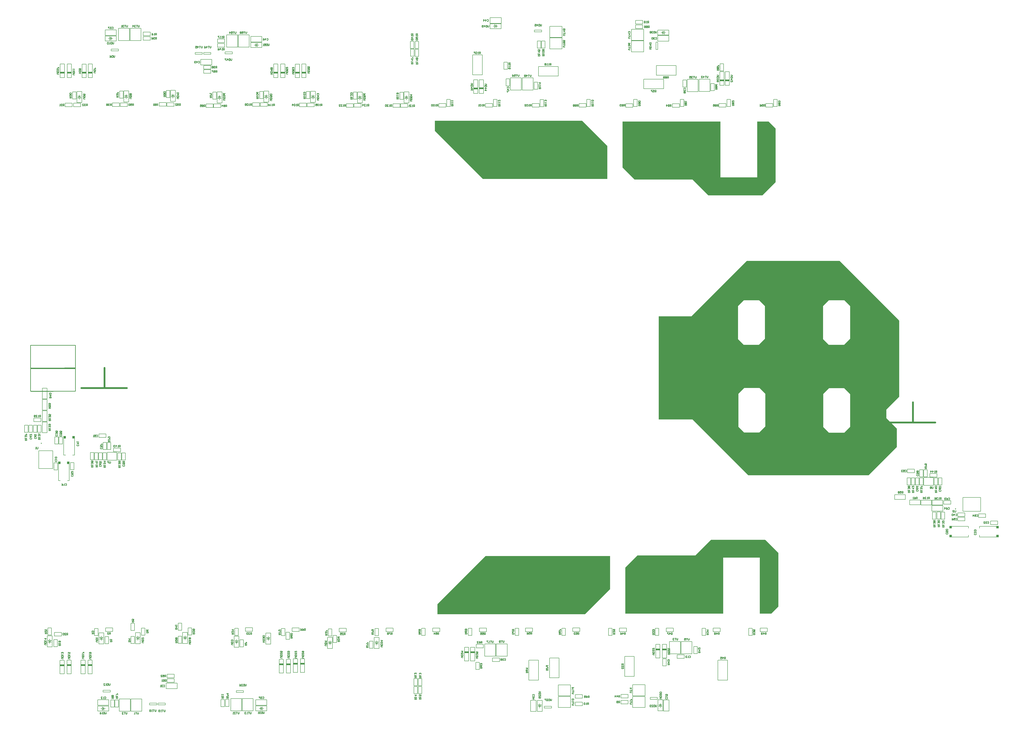
<source format=gbr>
%TF.GenerationSoftware,Altium Limited,Altium Designer,25.3.3 (18)*%
G04 Layer_Color=32896*
%FSLAX45Y45*%
%MOMM*%
%TF.SameCoordinates,A4CA6E92-6A9D-4088-ADF9-EEBE24E4F9EE*%
%TF.FilePolarity,Positive*%
%TF.FileFunction,Legend,Bot*%
%TF.Part,Single*%
G01*
G75*
%TA.AperFunction,NonConductor*%
%ADD69C,0.25000*%
%ADD71C,0.20000*%
%ADD72C,0.25400*%
%ADD74C,0.76200*%
%ADD81R,1.72500X0.67500*%
%ADD82R,1.00000X1.00000*%
%ADD83R,1.00000X1.00000*%
%ADD84R,1.00000X1.00000*%
%ADD85R,1.00000X1.00000*%
%ADD86R,1.00000X1.00000*%
G36*
X25264999Y6935000D02*
Y6389400D01*
X25264999Y5522501D01*
X24187498Y4445000D01*
X17875000D01*
Y4877500D01*
X19932500Y6935001D01*
X25264999Y6935000D01*
D02*
G37*
G36*
X32467499Y7067500D02*
Y4772459D01*
X32170041Y4475000D01*
X31677499D01*
Y6867098D01*
X30107501D01*
Y4475000D01*
X25917499D01*
Y6445227D01*
X26432272Y6960000D01*
X28914999D01*
X29587500Y7632500D01*
X31902499D01*
X32467499Y7067500D01*
D02*
G37*
G36*
X25150000Y24475000D02*
X25150000Y23608099D01*
Y23062500D01*
X19817500Y23062498D01*
X17760001Y25120000D01*
Y25552499D01*
X24072499D01*
X25150000Y24475000D01*
D02*
G37*
G36*
X32352499Y25225041D02*
Y22930000D01*
X31787500Y22364999D01*
X29472501D01*
X28800000Y23037500D01*
X26317273D01*
X25802499Y23552274D01*
Y25522501D01*
X29992499D01*
Y23130402D01*
X31562500D01*
Y25522501D01*
X32055042D01*
X32352499Y25225041D01*
D02*
G37*
G36*
X37647733Y17007265D02*
X37647736Y13750235D01*
X37097501Y13200000D01*
Y12836307D01*
X37545001Y12388806D01*
Y11602500D01*
X36329999Y10387500D01*
X31185001D01*
X28792499Y12780000D01*
X27350000D01*
Y17192500D01*
X28747501D01*
X31117499Y19562500D01*
X35092499D01*
X37647733Y17007265D01*
D02*
G37*
%LPC*%
G36*
X31646249Y17877499D02*
X30992499D01*
X30745001Y17630000D01*
Y16216251D01*
X30989999Y15971249D01*
X31639999D01*
X31897501Y16228751D01*
Y17626250D01*
X31646249Y17877499D01*
D02*
G37*
G36*
X35288751Y17877499D02*
X34635001D01*
X34387500Y17630000D01*
Y16216251D01*
X34632501Y15971249D01*
X35282501D01*
X35539999Y16228749D01*
Y17626250D01*
X35288751Y17877499D01*
D02*
G37*
G36*
X31658749Y14127499D02*
X31004999D01*
X30757501Y13880000D01*
Y12466250D01*
X31002499Y12221250D01*
X31652499D01*
X31910001Y12478749D01*
Y13876250D01*
X31658749Y14127499D01*
D02*
G37*
G36*
X35293750Y14114999D02*
X34639999D01*
X34392499Y13867500D01*
Y12453751D01*
X34637500Y12208750D01*
X35287500D01*
X35545001Y12466250D01*
Y13863751D01*
X35293750Y14114999D01*
D02*
G37*
%LPD*%
D69*
X927000Y11760000D02*
G03*
X927000Y11760000I-12500J0D01*
G01*
X40067499Y8954500D02*
G03*
X40067499Y8954500I-12500J0D01*
G01*
D71*
X5275100Y29343701D02*
X5579900D01*
Y29191299D02*
Y29343701D01*
X5275100Y29191299D02*
Y29343701D01*
Y29191299D02*
X5579900D01*
X8462600Y28706299D02*
X8767400D01*
X8462600D02*
Y28858701D01*
X8767400Y28706299D02*
Y28858701D01*
X8462600D02*
X8767400D01*
X4036200Y475100D02*
Y779900D01*
X3883800Y475100D02*
X4036200D01*
X3883800Y779900D02*
X4036200D01*
X3883800Y475100D02*
Y779900D01*
X25727600Y613800D02*
X26032401D01*
X25727600D02*
Y766200D01*
X26032401Y613800D02*
Y766200D01*
X25727600D02*
X26032401D01*
X23775101Y688700D02*
X24079900D01*
Y536300D02*
Y688700D01*
X23775101Y536300D02*
Y688700D01*
Y536300D02*
X24079900D01*
X8753700Y495100D02*
Y799900D01*
X8601300Y495100D02*
X8753700D01*
X8601300Y799900D02*
X8753700D01*
X8601300Y495100D02*
Y799900D01*
X17018700Y1390100D02*
Y1694900D01*
X16866299Y1390100D02*
X17018700D01*
X16866299Y1694900D02*
X17018700D01*
X16866299Y1390100D02*
Y1694900D01*
X17206200Y1387600D02*
Y1692400D01*
X17053799Y1387600D02*
X17206200D01*
X17053799Y1692400D02*
X17206200D01*
X17053799Y1387600D02*
Y1692400D01*
X16916292Y28307593D02*
Y28612393D01*
X17068692D01*
X16916292Y28307593D02*
X17068692D01*
Y28612393D01*
X16718793Y28312592D02*
Y28617392D01*
X16871191D01*
X16718793Y28312592D02*
X16871191D01*
Y28617392D01*
X17051300Y1055100D02*
Y1359900D01*
X17203700D01*
X17051300Y1055100D02*
X17203700D01*
Y1359900D01*
X16866039Y1053815D02*
Y1358615D01*
X17018439D01*
X16866039Y1053815D02*
X17018439D01*
Y1358615D01*
X16868692Y28645093D02*
Y28949893D01*
X16716292Y28645093D02*
X16868692D01*
X16716292Y28949893D02*
X16868692D01*
X16716292Y28645093D02*
Y28949893D01*
X26357599Y29843701D02*
X26662399D01*
Y29691299D02*
Y29843701D01*
X26357599Y29691299D02*
Y29843701D01*
Y29691299D02*
X26662399D01*
X22146317Y28660101D02*
Y28964899D01*
X22298717D01*
X22146317Y28660101D02*
X22298717D01*
Y28964899D01*
X17066193Y28645093D02*
Y28949893D01*
X16913792Y28645093D02*
X17066193D01*
X16913792Y28949893D02*
X17066193D01*
X16913792Y28645093D02*
Y28949893D01*
X28846637Y2760100D02*
Y3064900D01*
X28999039D01*
X28846637Y2760100D02*
X28999039D01*
Y3064900D01*
X27807837Y2755000D02*
Y3280000D01*
Y2755000D02*
X28277838D01*
X27807837Y3280000D02*
X28277838D01*
Y2755000D02*
Y3280000D01*
X28302838Y2755000D02*
Y3280000D01*
Y2755000D02*
X28772839D01*
X28302838Y3280000D02*
X28772839D01*
Y2755000D02*
Y3280000D01*
X28132938Y2708700D02*
X28437738D01*
Y2556300D02*
Y2708700D01*
X28132938Y2556300D02*
Y2708700D01*
Y2556300D02*
X28437738D01*
X29072501Y26804999D02*
Y27329999D01*
Y26804999D02*
X29542499D01*
X29072501Y27329999D02*
X29542499D01*
Y26804999D02*
Y27329999D01*
X4445000Y26835001D02*
X4655000D01*
X4445000Y26362500D02*
X4655000D01*
Y26835001D01*
X4445000Y26362500D02*
Y26835001D01*
X4547500Y26497498D02*
Y26627499D01*
X4477500D02*
X4547500D01*
X4476789Y26556790D02*
X4618211D01*
X4476789D02*
X4547500Y26627499D01*
X4617500D01*
X4547500D02*
X4618211Y26556790D01*
X4547500Y26627499D02*
Y26687500D01*
X22022501Y29352936D02*
X22332500D01*
Y29432938D01*
X22022501Y29352936D02*
Y29432938D01*
X22332500D01*
X22197501Y27464999D02*
X23050000D01*
X22197501Y27470001D02*
Y27875000D01*
X23050000Y27464999D02*
Y27875000D01*
X22197501D02*
X23050000D01*
X26707501Y27335001D02*
X27560001D01*
Y26925000D02*
Y27329999D01*
X26707501Y26925000D02*
Y27335001D01*
Y26925000D02*
X27560001D01*
X27245001Y27912500D02*
X28097501D01*
Y27502499D02*
Y27907501D01*
X27245001Y27502499D02*
Y27912500D01*
Y27502499D02*
X28097501D01*
X807500Y11442500D02*
X1402500D01*
Y10682500D02*
Y11442500D01*
X807500Y10682500D02*
X1402500D01*
X807500D02*
Y11442500D01*
X10525000Y3172500D02*
X10735000D01*
X10525000Y3645000D02*
X10735000D01*
X10525000Y3172500D02*
Y3645000D01*
X10735000Y3172500D02*
Y3645000D01*
X10632500Y3380000D02*
Y3510001D01*
Y3380000D02*
X10702500D01*
X10561789Y3450711D02*
X10703211D01*
X10632500Y3380000D02*
X10703211Y3450711D01*
X10562500Y3380000D02*
X10632500D01*
X10561789Y3450711D02*
X10632500Y3380000D01*
Y3320001D02*
Y3380000D01*
X26982501Y810000D02*
X27292499D01*
Y890000D01*
X26982501Y810000D02*
Y890000D01*
X27292499D01*
X23047501Y457500D02*
X23572501D01*
Y927500D01*
X23047501Y457500D02*
Y927500D01*
X23572501D01*
X23047501Y955000D02*
X23572501D01*
Y1425000D01*
X23047501Y955000D02*
Y1425000D01*
X23572501D01*
X23775101Y853800D02*
X24079900D01*
X23775101D02*
Y1006200D01*
X24079900Y853800D02*
Y1006200D01*
X23775101D02*
X24079900D01*
X25730099Y1018700D02*
X26034900D01*
Y866300D02*
Y1018700D01*
X25730099Y866300D02*
Y1018700D01*
Y866300D02*
X26034900D01*
X26235001Y927500D02*
X26760001D01*
X26235001Y457500D02*
Y927500D01*
X26760001Y457500D02*
Y927500D01*
X26235001Y457500D02*
X26760001D01*
X21862498Y767500D02*
X22102499D01*
Y292500D02*
Y767500D01*
X21862498Y292500D02*
X22102499D01*
X21862498D02*
Y767500D01*
X26300000Y1787500D02*
Y2640000D01*
X25889999Y1787500D02*
X26300000D01*
X25895001Y2640000D02*
X26300000D01*
X25889999Y1787500D02*
Y2640000D01*
X22675000Y1727500D02*
Y2580000D01*
X22680000D02*
X23085001D01*
X22675000Y1727500D02*
X23085001D01*
Y2580000D01*
X21789999Y1630000D02*
Y2482500D01*
X21795000D02*
X22200000D01*
X21789999Y1630000D02*
X22200000D01*
Y2482500D01*
X27504205Y3157500D02*
X27686707D01*
X27504205Y2575000D02*
Y3157500D01*
Y2575000D02*
X27686707D01*
Y3157500D01*
X27219205D02*
X27401706D01*
X27219205Y2575000D02*
Y3157500D01*
Y2575000D02*
X27401706D01*
Y3157500D01*
X19030000Y3032500D02*
X19212500D01*
X19030000Y2450000D02*
Y3032500D01*
Y2450000D02*
X19212500D01*
Y3032500D01*
X19289999D02*
X19472501D01*
X19289999Y2450000D02*
Y3032500D01*
Y2450000D02*
X19472501D01*
Y3032500D01*
X5912500Y567500D02*
X6222500D01*
Y647500D01*
X5912500Y567500D02*
Y647500D01*
X6222500D01*
X4063800Y477600D02*
Y782400D01*
X4216200D01*
X4063800Y477600D02*
X4216200D01*
Y782400D01*
X8798800Y497600D02*
Y802400D01*
X8951200D01*
X8798800Y497600D02*
X8951200D01*
Y802400D01*
X10095000Y550000D02*
Y790000D01*
X10570000D01*
Y550000D02*
Y790000D01*
X10095000Y550000D02*
X10570000D01*
X10097500Y315000D02*
Y525000D01*
X10570000Y315000D02*
Y525000D01*
X10097500D02*
X10570000D01*
X10097500Y315000D02*
X10570000D01*
X10305000Y417500D02*
X10435001D01*
X10305000Y347500D02*
Y417500D01*
X10375711Y346789D02*
Y488211D01*
X10305000Y417500D02*
X10375711Y346789D01*
X10305000Y417500D02*
Y487500D01*
Y417500D02*
X10375711Y488211D01*
X10245001Y417500D02*
X10305000D01*
X3330000Y552500D02*
X3805000D01*
Y792500D01*
X3330000D02*
X3805000D01*
X3330000Y552500D02*
Y792500D01*
X3802500Y305000D02*
Y515000D01*
X3330000Y305000D02*
Y515000D01*
Y305000D02*
X3802500D01*
X3330000Y515000D02*
X3802500D01*
X3464999Y412500D02*
X3595000D01*
Y482500D01*
X3524289Y341789D02*
Y483211D01*
X3595000Y412500D01*
Y342500D02*
Y412500D01*
X3524289Y341789D02*
X3595000Y412500D01*
X3654999D01*
X5547500Y647500D02*
X5857500D01*
X5547500Y567500D02*
Y647500D01*
X5857500Y567500D02*
Y647500D01*
X5547500Y567500D02*
X5857500D01*
X22147501Y290000D02*
X22357500D01*
X22147501Y762500D02*
X22357500D01*
X22147501Y290000D02*
Y762500D01*
X22357500Y290000D02*
Y762500D01*
X22255000Y497500D02*
Y627501D01*
Y497500D02*
X22325000D01*
X22184290Y568211D02*
X22325711D01*
X22255000Y497500D02*
X22325711Y568211D01*
X22185001Y497500D02*
X22255000D01*
X22184290Y568211D02*
X22255000Y497500D01*
Y437501D02*
Y497500D01*
X27312500Y787500D02*
X27522501D01*
X27312500Y315000D02*
X27522501D01*
Y787500D01*
X27312500Y315000D02*
Y787500D01*
X27414999Y449999D02*
Y580000D01*
X27345001D02*
X27414999D01*
X27344290Y509289D02*
X27485712D01*
X27344290D02*
X27414999Y580000D01*
X27485001D01*
X27414999D02*
X27485712Y509289D01*
X27414999Y580000D02*
Y639999D01*
X27552499Y785000D02*
X27792499D01*
Y310000D02*
Y785000D01*
X27552499Y310000D02*
X27792499D01*
X27552499D02*
Y785000D01*
X9262500Y1102500D02*
X9572500D01*
Y1182500D01*
X9262500Y1102500D02*
Y1182500D01*
X9572500D01*
X3560000Y1120000D02*
X3870000D01*
Y1200000D01*
X3560000Y1120000D02*
Y1200000D01*
X3870000D01*
X20364999Y2650000D02*
Y3175000D01*
X19895000D02*
X20364999D01*
X19895000Y2650000D02*
X20364999D01*
X19895000D02*
Y3175000D01*
X20860001Y2650000D02*
Y3175000D01*
X20389999D02*
X20860001D01*
X20389999Y2650000D02*
X20860001D01*
X20389999D02*
Y3175000D01*
X9495000Y315000D02*
Y840000D01*
X9025000D02*
X9495000D01*
X9025000Y315000D02*
X9495000D01*
X9025000D02*
Y840000D01*
X9987500Y312500D02*
Y837500D01*
X9517500D02*
X9987500D01*
X9517500Y312500D02*
X9987500D01*
X9517500D02*
Y837500D01*
X26235001Y960000D02*
X26760001D01*
Y1430000D01*
X26235001Y960000D02*
Y1430000D01*
X26760001D01*
X4724661Y295000D02*
Y820000D01*
X4254661D02*
X4724661D01*
X4254661Y295000D02*
X4724661D01*
X4254661D02*
Y820000D01*
X5217161Y295000D02*
Y820000D01*
X4747161D02*
X5217161D01*
X4747161Y295000D02*
X5217161D01*
X4747161D02*
Y820000D01*
X15670100Y3856200D02*
X15974899D01*
Y3703800D02*
Y3856200D01*
X15670100Y3703800D02*
Y3856200D01*
Y3703800D02*
X15974899D01*
X15164999Y2980000D02*
X15375000D01*
X15164999Y3452500D02*
X15375000D01*
X15164999Y2980000D02*
Y3452500D01*
X15375000Y2980000D02*
Y3452500D01*
X15272501Y3187500D02*
Y3317501D01*
Y3187500D02*
X15342500D01*
X15201788Y3258211D02*
X15343211D01*
X15272501Y3187500D02*
X15343211Y3258211D01*
X15202499Y3187500D02*
X15272501D01*
X15201788Y3258211D02*
X15272501Y3187500D01*
Y3127501D02*
Y3187500D01*
X15196300Y3532600D02*
Y3837400D01*
X15348700D01*
X15196300Y3532600D02*
X15348700D01*
Y3837400D01*
X13170000Y2985000D02*
X13380000D01*
X13170000Y3457500D02*
X13380000D01*
X13170000Y2985000D02*
Y3457500D01*
X13380000Y2985000D02*
Y3457500D01*
X13277499Y3192500D02*
Y3322501D01*
Y3192500D02*
X13347501D01*
X13206789Y3263211D02*
X13348212D01*
X13277499Y3192500D02*
X13348212Y3263211D01*
X13207500Y3192500D02*
X13277499D01*
X13206789Y3263211D02*
X13277499Y3192500D01*
Y3132501D02*
Y3192500D01*
X13198801Y3512600D02*
Y3817400D01*
X13351199D01*
X13198801Y3512600D02*
X13351199D01*
Y3817400D01*
X11196300Y3535100D02*
Y3839900D01*
X11348700D01*
X11196300Y3535100D02*
X11348700D01*
Y3839900D01*
X11391300Y3372600D02*
Y3677400D01*
X11543700D01*
X11391300Y3372600D02*
X11543700D01*
Y3677400D01*
X9167500Y3032500D02*
X9377500D01*
X9167500Y3505000D02*
X9377500D01*
X9167500Y3032500D02*
Y3505000D01*
X9377500Y3032500D02*
Y3505000D01*
X9275000Y3240000D02*
Y3370001D01*
Y3240000D02*
X9345000D01*
X9204289Y3310711D02*
X9345711D01*
X9275000Y3240000D02*
X9345711Y3310711D01*
X9205000Y3240000D02*
X9275000D01*
X9204289Y3310711D02*
X9275000Y3240000D01*
Y3180001D02*
Y3240000D01*
X6962500Y3195000D02*
X7172500D01*
X6962500Y3667500D02*
X7172500D01*
X6962500Y3195000D02*
Y3667500D01*
X7172500Y3195000D02*
Y3667500D01*
X7070000Y3402500D02*
Y3532501D01*
Y3402500D02*
X7140000D01*
X6999289Y3473211D02*
X7140711D01*
X7070000Y3402500D02*
X7140711Y3473211D01*
X7000000Y3402500D02*
X7070000D01*
X6999289Y3473211D02*
X7070000Y3402500D01*
Y3342501D02*
Y3402500D01*
X6771300Y3202600D02*
Y3507400D01*
X6923700D01*
X6771300Y3202600D02*
X6923700D01*
Y3507400D01*
X7196300Y3555100D02*
Y3859900D01*
X7348700D01*
X7196300Y3555100D02*
X7348700D01*
Y3859900D01*
X4751300Y3190100D02*
Y3494900D01*
X4903700D01*
X4751300Y3190100D02*
X4903700D01*
Y3494900D01*
X4751300Y3752600D02*
Y4057400D01*
X4903700D01*
X4751300Y3752600D02*
X4903700D01*
Y4057400D01*
X4942500Y3185000D02*
X5152500D01*
X4942500Y3657500D02*
X5152500D01*
X4942500Y3185000D02*
Y3657500D01*
X5152500Y3185000D02*
Y3657500D01*
X5050000Y3392500D02*
Y3522501D01*
Y3392500D02*
X5120000D01*
X4979289Y3463211D02*
X5120711D01*
X5050000Y3392500D02*
X5120711Y3463211D01*
X4980000Y3392500D02*
X5050000D01*
X4979289Y3463211D02*
X5050000Y3392500D01*
Y3332501D02*
Y3392500D01*
X3665100Y3861200D02*
X3969900D01*
Y3708800D02*
Y3861200D01*
X3665100Y3708800D02*
Y3861200D01*
Y3708800D02*
X3969900D01*
X3377500Y3175000D02*
X3587500D01*
X3377500Y3647500D02*
X3587500D01*
X3377500Y3175000D02*
Y3647500D01*
X3587500Y3175000D02*
Y3647500D01*
X3485000Y3382500D02*
Y3512501D01*
Y3382500D02*
X3555000D01*
X3414289Y3453211D02*
X3555711D01*
X3485000Y3382500D02*
X3555711Y3453211D01*
X3415000Y3382500D02*
X3485000D01*
X3414289Y3453211D02*
X3485000Y3382500D01*
Y3322501D02*
Y3382500D01*
X1167500Y3047500D02*
X1377500D01*
X1167500Y3520000D02*
X1377500D01*
X1167500Y3047500D02*
Y3520000D01*
X1377500Y3047500D02*
Y3520000D01*
X1275000Y3255000D02*
Y3385001D01*
Y3255000D02*
X1345000D01*
X1204289Y3325711D02*
X1345711D01*
X1275000Y3255000D02*
X1345711Y3325711D01*
X1205000Y3255000D02*
X1275000D01*
X1204289Y3325711D02*
X1275000Y3255000D01*
Y3195001D02*
Y3255000D01*
X2012500Y2482500D02*
X2195000D01*
X2012500Y1900000D02*
Y2482500D01*
Y1900000D02*
X2195000D01*
Y2482500D01*
X2612500Y2485000D02*
X2795000D01*
X2612500Y1902500D02*
Y2485000D01*
Y1902500D02*
X2795000D01*
Y2485000D01*
X2912500D02*
X3095000D01*
X2912500Y1902500D02*
Y2485000D01*
Y1902500D02*
X3095000D01*
Y2485000D01*
X1715000Y2477500D02*
X1897500D01*
X1715000Y1895000D02*
Y2477500D01*
Y1895000D02*
X1897500D01*
Y2477500D01*
X11402500Y2515000D02*
X11585000D01*
X11402500Y1932500D02*
Y2515000D01*
Y1932500D02*
X11585000D01*
Y2515000D01*
X11100000Y2517500D02*
X11282500D01*
X11100000Y1935000D02*
Y2517500D01*
Y1935000D02*
X11282500D01*
Y2517500D01*
X12005000Y2542500D02*
X12187500D01*
X12005000Y1960000D02*
Y2542500D01*
Y1960000D02*
X12187500D01*
Y2542500D01*
X11705000D02*
X11887500D01*
X11705000Y1960000D02*
Y2542500D01*
Y1960000D02*
X11887500D01*
Y2542500D01*
X31351199Y3540100D02*
Y3844900D01*
X31198801Y3540100D02*
X31351199D01*
X31198801Y3844900D02*
X31351199D01*
X31198801Y3540100D02*
Y3844900D01*
X29351199Y3540100D02*
Y3844900D01*
X29198801Y3540100D02*
X29351199D01*
X29198801Y3844900D02*
X29351199D01*
X29198801Y3540100D02*
Y3844900D01*
X27351199Y3540100D02*
Y3844900D01*
X27198801Y3540100D02*
X27351199D01*
X27198801Y3844900D02*
X27351199D01*
X27198801Y3540100D02*
Y3844900D01*
X25351199Y3540100D02*
Y3844900D01*
X25198801Y3540100D02*
X25351199D01*
X25198801Y3844900D02*
X25351199D01*
X25198801Y3540100D02*
Y3844900D01*
X17196300Y3540100D02*
Y3844900D01*
X17348700D01*
X17196300Y3540100D02*
X17348700D01*
Y3844900D01*
X23198801Y3537600D02*
Y3842400D01*
X23351199D01*
X23198801Y3537600D02*
X23351199D01*
Y3842400D01*
X19193800Y3540100D02*
Y3844900D01*
X19346201D01*
X19193800Y3540100D02*
X19346201D01*
Y3844900D01*
X1650000Y10160000D02*
X1730000D01*
X1650000Y10890000D02*
X1730000D01*
X2030000Y10160000D02*
X2110000D01*
X1650000D02*
Y10890000D01*
X2030000D02*
X2110000D01*
Y10160000D02*
Y10890000D01*
X22685001Y29590436D02*
X23210001D01*
X22685001Y29120438D02*
Y29590436D01*
X23210001Y29120438D02*
Y29590436D01*
X22685001Y29120438D02*
X23210001D01*
X39877499Y8210000D02*
X40607501D01*
X39877499Y8130000D02*
Y8210000D01*
Y7750000D02*
X40607501D01*
Y8130000D02*
Y8210000D01*
X39877499Y7750000D02*
Y7830000D01*
X40607501Y7750000D02*
Y7830000D01*
X39216199Y8515100D02*
Y8819900D01*
X39063800Y8515100D02*
X39216199D01*
X39063800Y8819900D02*
X39216199D01*
X39063800Y8515100D02*
Y8819900D01*
X573800Y12230100D02*
Y12534900D01*
X726200D01*
X573800Y12230100D02*
X726200D01*
Y12534900D01*
X1488800Y11730100D02*
Y12034900D01*
X1641200D01*
X1488800Y11730100D02*
X1641200D01*
Y12034900D01*
X1613700Y10615100D02*
Y10919900D01*
X1461300Y10615100D02*
X1613700D01*
X1461300Y10919900D02*
X1613700D01*
X1461300Y10615100D02*
Y10919900D01*
X2308700Y10627600D02*
Y10932400D01*
X2156300Y10627600D02*
X2308700D01*
X2156300Y10932400D02*
X2308700D01*
X2156300Y10627600D02*
Y10932400D01*
X351200Y12227600D02*
Y12532400D01*
X198800Y12227600D02*
X351200D01*
X198800Y12532400D02*
X351200D01*
X198800Y12227600D02*
Y12532400D01*
X3708700Y11487600D02*
Y11792400D01*
X3556300Y11487600D02*
X3708700D01*
X3556300Y11792400D02*
X3708700D01*
X3556300Y11487600D02*
Y11792400D01*
X3375100Y12008800D02*
X3679900D01*
X3375100D02*
Y12161200D01*
X3679900Y12008800D02*
Y12161200D01*
X3375100D02*
X3679900D01*
X39042499Y8855000D02*
X39517499D01*
Y9095000D01*
X39042499D02*
X39517499D01*
X39042499Y8855000D02*
Y9095000D01*
X1159100Y12693900D02*
Y13151100D01*
X955900Y12693900D02*
X1159100D01*
X955900Y13151100D02*
X1159100D01*
X955900Y12693900D02*
Y13151100D01*
X2335000Y11255000D02*
Y11985000D01*
X2255000D02*
X2335000D01*
X1875000Y11255000D02*
Y11985000D01*
X2255000Y11255000D02*
X2335000D01*
X1875000Y11985000D02*
X1955000D01*
X1875000Y11255000D02*
X1955000D01*
X3883700Y11487600D02*
Y11792400D01*
X3731300Y11487600D02*
X3883700D01*
X3731300Y11792400D02*
X3883700D01*
X3731300Y11487600D02*
Y11792400D01*
X40150101Y8626300D02*
X40454901D01*
X40150101D02*
Y8778700D01*
X40454901Y8626300D02*
Y8778700D01*
X40150101D02*
X40454901D01*
X7867600Y27736200D02*
X8172400D01*
Y27583801D02*
Y27736200D01*
X7867600Y27583801D02*
Y27736200D01*
Y27583801D02*
X8172400D01*
X8215000Y27939999D02*
Y28179999D01*
X7740000Y27939999D02*
X8215000D01*
X7740000D02*
Y28179999D01*
X8215000D01*
X7500000Y28395001D02*
X7810000D01*
Y28475000D01*
X7500000Y28395001D02*
Y28475000D01*
X7810000D01*
X7865000Y28397501D02*
X8175000D01*
Y28477499D01*
X7865000Y28397501D02*
Y28477499D01*
X8175000D01*
X8782500Y28417499D02*
X9092500D01*
Y28497501D01*
X8782500Y28417499D02*
Y28497501D01*
X9092500D01*
X3905000Y28622501D02*
X4215000D01*
X3905000Y28542499D02*
Y28622501D01*
X4215000Y28542499D02*
Y28622501D01*
X3905000Y28542499D02*
X4215000D01*
X9880000Y28922501D02*
Y29162500D01*
X10355000D01*
Y28922501D02*
Y29162500D01*
X9880000Y28922501D02*
X10355000D01*
X10030001Y28792499D02*
X10090000D01*
X10160711Y28863211D01*
X10090000Y28792499D02*
Y28862500D01*
Y28792499D02*
X10160711Y28721790D01*
Y28863211D01*
X10090000Y28722501D02*
Y28792499D01*
X10220001D01*
X9882500Y28689999D02*
X10355000D01*
X9882500Y28900000D02*
X10355000D01*
Y28689999D02*
Y28900000D01*
X9882500Y28689999D02*
Y28900000D01*
X3647500Y29202499D02*
Y29442499D01*
X4122500D01*
Y29202499D02*
Y29442499D01*
X3647500Y29202499D02*
X4122500D01*
X3915000Y29075000D02*
X3974999D01*
X3844289Y29004288D02*
X3915000Y29075000D01*
Y29004999D02*
Y29075000D01*
X3844289Y29145712D02*
X3915000Y29075000D01*
X3844289Y29004288D02*
Y29145712D01*
X3915000Y29075000D02*
Y29145001D01*
X3784999Y29075000D02*
X3915000D01*
X3650000Y29177499D02*
X4122500D01*
X3650000Y28967499D02*
X4122500D01*
X3650000D02*
Y29177499D01*
X4122500Y28967499D02*
Y29177499D01*
X5185000Y28987500D02*
Y29512500D01*
X4715000D02*
X5185000D01*
X4715000Y28987500D02*
X5185000D01*
X4715000D02*
Y29512500D01*
X4217500Y28987500D02*
Y29512500D01*
Y28987500D02*
X4687500D01*
X4217500Y29512500D02*
X4687500D01*
Y28987500D02*
Y29512500D01*
X9817500Y28702499D02*
Y29227499D01*
X9347500D02*
X9817500D01*
X9347500Y28702499D02*
X9817500D01*
X9347500D02*
Y29227499D01*
X9322500Y28702499D02*
Y29227499D01*
X8852500D02*
X9322500D01*
X8852500Y28702499D02*
X9322500D01*
X8852500D02*
Y29227499D01*
X41552600Y8286300D02*
X41857401D01*
X41552600D02*
Y8438700D01*
X41857401Y8286300D02*
Y8438700D01*
X41552600D02*
X41857401D01*
X40372501Y8847500D02*
Y9442500D01*
X41132501D01*
Y8847500D02*
Y9442500D01*
X40372501Y8847500D02*
X41132501D01*
X27229999Y28604999D02*
Y28914999D01*
Y28604999D02*
X27310001D01*
X27229999Y28914999D02*
X27310001D01*
Y28604999D02*
Y28914999D01*
X27452502Y29325000D02*
X27512500D01*
X27583212Y29395712D01*
X27512500Y29325000D02*
Y29395001D01*
Y29325000D02*
X27583212Y29254288D01*
Y29395712D01*
X27512500Y29254999D02*
Y29325000D01*
X27642502D01*
X27304999Y29222501D02*
X27777499D01*
X27304999Y29432501D02*
X27777499D01*
Y29222501D02*
Y29432501D01*
X27304999Y29222501D02*
Y29432501D01*
X27302499Y28960001D02*
Y29200000D01*
X27777499D01*
Y28960001D02*
Y29200000D01*
X27302499Y28960001D02*
X27777499D01*
X20130000Y29722501D02*
Y29962500D01*
X20605000D01*
Y29722501D02*
Y29962500D01*
X20130000Y29722501D02*
X20605000D01*
X22682500Y28627936D02*
X23207500D01*
Y29097937D01*
X22682500Y28627936D02*
Y29097937D01*
X23207500D01*
X26179999Y29465839D02*
X26704999D01*
X26179999Y28995837D02*
Y29465839D01*
X26704999Y28995837D02*
Y29465839D01*
X26179999Y28995837D02*
X26704999D01*
X26182501Y28970837D02*
X26707501D01*
X26182501Y28500839D02*
Y28970837D01*
X26707501Y28500839D02*
Y28970837D01*
X26182501Y28500839D02*
X26707501D01*
X19422501Y26722501D02*
X19605000D01*
Y27304999D01*
X19422501D02*
X19605000D01*
X19422501Y26722501D02*
Y27304999D01*
X19662500Y26725000D02*
X19845000D01*
Y27307501D01*
X19662500D02*
X19845000D01*
X19662500Y26725000D02*
Y27307501D01*
X19792500Y27517499D02*
Y28370001D01*
X19382500Y27517499D02*
X19787500D01*
X19382500Y28370001D02*
X19792500D01*
X19382500Y27517499D02*
Y28370001D01*
X21467500Y26862500D02*
Y27387500D01*
X20997501D02*
X21467500D01*
X20997501Y26862500D02*
X21467500D01*
X20997501D02*
Y27387500D01*
X21972501Y26862500D02*
Y27387500D01*
X21502499D02*
X21972501D01*
X21502499Y26862500D02*
X21972501D01*
X21502499D02*
Y27387500D01*
X28536200Y26990100D02*
Y27294901D01*
X28383801Y26990100D02*
X28536200D01*
X28383801Y27294901D02*
X28536200D01*
X28383801Y26990100D02*
Y27294901D01*
X29035001Y26800000D02*
Y27325000D01*
X28564999D02*
X29035001D01*
X28564999Y26800000D02*
X29035001D01*
X28564999D02*
Y27325000D01*
X30189999Y27067499D02*
X30372501D01*
Y27650000D01*
X30189999D02*
X30372501D01*
X30189999Y27067499D02*
Y27650000D01*
X29962500Y27067499D02*
X30145001D01*
Y27650000D01*
X29962500D02*
X30145001D01*
X29962500Y27067499D02*
Y27650000D01*
X22421201Y26152600D02*
Y26457401D01*
X22268800Y26152600D02*
X22421201D01*
X22268800Y26457401D02*
X22421201D01*
X22268800Y26152600D02*
Y26457401D01*
X21932600Y26293701D02*
X22237399D01*
Y26141299D02*
Y26293701D01*
X21932600Y26141299D02*
Y26293701D01*
Y26141299D02*
X22237399D01*
X18423700Y26160101D02*
Y26464899D01*
X18271300Y26160101D02*
X18423700D01*
X18271300Y26464899D02*
X18423700D01*
X18271300Y26160101D02*
Y26464899D01*
X19935100Y26141299D02*
X20239900D01*
X19935100D02*
Y26293701D01*
X20239900Y26141299D02*
Y26293701D01*
X19935100D02*
X20239900D01*
X20421201Y26160101D02*
Y26464899D01*
X20268800Y26160101D02*
X20421201D01*
X20268800Y26464899D02*
X20421201D01*
X20268800Y26160101D02*
Y26464899D01*
X16545000Y26579999D02*
Y26639999D01*
Y26579999D02*
X16615710Y26509290D01*
X16545000Y26579999D02*
X16614999D01*
X16474289Y26509290D02*
X16545000Y26579999D01*
X16474289Y26509290D02*
X16615710D01*
X16475000Y26579999D02*
X16545000D01*
Y26450000D02*
Y26579999D01*
X16442500Y26314999D02*
Y26787500D01*
X16652499Y26314999D02*
Y26787500D01*
X16442500Y26314999D02*
X16652499D01*
X16442500Y26787500D02*
X16652499D01*
X14552127Y26577499D02*
Y26637500D01*
Y26577499D02*
X14622836Y26506790D01*
X14552127Y26577499D02*
X14622127D01*
X14481416Y26506790D02*
X14552127Y26577499D01*
X14481416Y26506790D02*
X14622836D01*
X14482126Y26577499D02*
X14552127D01*
Y26447498D02*
Y26577499D01*
X14449628Y26312500D02*
Y26785001D01*
X14659627Y26312500D02*
Y26785001D01*
X14449628Y26312500D02*
X14659627D01*
X14449628Y26785001D02*
X14659627D01*
X13970100Y26133801D02*
X14274899D01*
X13970100D02*
Y26286200D01*
X14274899Y26133801D02*
Y26286200D01*
X13970100D02*
X14274899D01*
X14300101Y26136301D02*
X14604900D01*
X14300101D02*
Y26288699D01*
X14604900Y26136301D02*
Y26288699D01*
X14300101D02*
X14604900D01*
X12411200Y26500101D02*
Y26804901D01*
X12258800Y26500101D02*
X12411200D01*
X12258800Y26804901D02*
X12411200D01*
X12258800Y26500101D02*
Y26804901D01*
X12545000Y26610001D02*
Y26669998D01*
Y26610001D02*
X12615711Y26539288D01*
X12545000Y26610001D02*
X12615000D01*
X12474290Y26539288D02*
X12545000Y26610001D01*
X12474290Y26539288D02*
X12615711D01*
X12475000Y26610001D02*
X12545000D01*
Y26479999D02*
Y26610001D01*
X12442500Y26345001D02*
Y26817499D01*
X12652500Y26345001D02*
Y26817499D01*
X12442500Y26345001D02*
X12652500D01*
X12442500Y26817499D02*
X12652500D01*
X12295100Y26156299D02*
X12599900D01*
X12295100D02*
Y26308701D01*
X12599900Y26156299D02*
Y26308701D01*
X12295100D02*
X12599900D01*
X11160000Y27400000D02*
Y27982501D01*
X11342500D01*
Y27400000D02*
Y27982501D01*
X11160000Y27400000D02*
X11342500D01*
X12062500D02*
Y27982501D01*
X12245000D01*
Y27400000D02*
Y27982501D01*
X12062500Y27400000D02*
X12245000D01*
X11787500Y27397501D02*
Y27979999D01*
X11970000D01*
Y27397501D02*
Y27979999D01*
X11787500Y27397501D02*
X11970000D01*
X10860000Y27400000D02*
Y27982501D01*
X11042500D01*
Y27400000D02*
Y27982501D01*
X10860000Y27400000D02*
X11042500D01*
X10285100Y26171283D02*
X10589900D01*
X10285100D02*
Y26323685D01*
X10589900Y26171283D02*
Y26323685D01*
X10285100D02*
X10589900D01*
X9955100Y26171283D02*
X10259900D01*
X9955100D02*
Y26323685D01*
X10259900Y26171283D02*
Y26323685D01*
X9955100D02*
X10259900D01*
X10413700Y26505084D02*
Y26809885D01*
X10261300Y26505084D02*
X10413700D01*
X10261300Y26809885D02*
X10413700D01*
X10261300Y26505084D02*
Y26809885D01*
X10542500Y26617484D02*
Y26677484D01*
Y26617484D02*
X10613211Y26546774D01*
X10542500Y26617484D02*
X10612500D01*
X10471789Y26546774D02*
X10542500Y26617484D01*
X10471789Y26546774D02*
X10613211D01*
X10472500Y26617484D02*
X10542500D01*
Y26487482D02*
Y26617484D01*
X10440000Y26352484D02*
Y26824985D01*
X10650000Y26352484D02*
Y26824985D01*
X10440000Y26352484D02*
X10650000D01*
X10440000Y26824985D02*
X10650000D01*
X1720000Y27400000D02*
Y27982501D01*
X1902500D01*
Y27400000D02*
Y27982501D01*
X1720000Y27400000D02*
X1902500D01*
X2920000D02*
Y27982501D01*
X3102500D01*
Y27400000D02*
Y27982501D01*
X2920000Y27400000D02*
X3102500D01*
X2657500Y27397501D02*
Y27979999D01*
X2840000D01*
Y27397501D02*
Y27979999D01*
X2657500Y27397501D02*
X2840000D01*
X2022500Y27400000D02*
Y27982501D01*
X2205000D01*
Y27400000D02*
Y27982501D01*
X2022500Y27400000D02*
X2205000D01*
X2440000Y26810001D02*
X2650000D01*
X2440000Y26337500D02*
X2650000D01*
Y26810001D01*
X2440000Y26337500D02*
Y26810001D01*
X2542500Y26472498D02*
Y26602499D01*
X2472500D02*
X2542500D01*
X2471789Y26531790D02*
X2613211D01*
X2471789D02*
X2542500Y26602499D01*
X2612500D01*
X2542500D02*
X2613211Y26531790D01*
X2542500Y26602499D02*
Y26662500D01*
X7965100Y26123801D02*
X8269900D01*
X7965100D02*
Y26276199D01*
X8269900Y26123801D02*
Y26276199D01*
X7965100D02*
X8269900D01*
X8406200Y26475101D02*
Y26779901D01*
X8253800Y26475101D02*
X8406200D01*
X8253800Y26779901D02*
X8406200D01*
X8253800Y26475101D02*
Y26779901D01*
X8292600Y26123801D02*
X8597400D01*
X8292600D02*
Y26276199D01*
X8597400Y26123801D02*
Y26276199D01*
X8292600D02*
X8597400D01*
X8542500Y26585001D02*
Y26644998D01*
Y26585001D02*
X8613211Y26514288D01*
X8542500Y26585001D02*
X8612500D01*
X8471789Y26514288D02*
X8542500Y26585001D01*
X8471789Y26514288D02*
X8613211D01*
X8472500Y26585001D02*
X8542500D01*
Y26454999D02*
Y26585001D01*
X8440000Y26320001D02*
Y26792499D01*
X8650000Y26320001D02*
Y26792499D01*
X8440000Y26320001D02*
X8650000D01*
X8440000Y26792499D02*
X8650000D01*
X6550000Y26647501D02*
Y26707501D01*
Y26647501D02*
X6620711Y26576788D01*
X6550000Y26647501D02*
X6620000D01*
X6479289Y26576788D02*
X6550000Y26647501D01*
X6479289Y26576788D02*
X6620711D01*
X6480000Y26647501D02*
X6550000D01*
Y26517499D02*
Y26647501D01*
X6447500Y26382501D02*
Y26854999D01*
X6657500Y26382501D02*
Y26854999D01*
X6447500Y26382501D02*
X6657500D01*
X6447500Y26854999D02*
X6657500D01*
X2403700Y26487601D02*
Y26792401D01*
X2251300Y26487601D02*
X2403700D01*
X2251300Y26792401D02*
X2403700D01*
X2251300Y26487601D02*
Y26792401D01*
X2295100Y26151285D02*
X2599900D01*
X2295100D02*
Y26303683D01*
X2599900Y26151285D02*
Y26303683D01*
X2295100D02*
X2599900D01*
X4004531Y11551200D02*
X4309331D01*
Y11398800D02*
Y11551200D01*
X4004531Y11398800D02*
Y11551200D01*
Y11398800D02*
X4309331D01*
X3545731Y11055101D02*
Y11359901D01*
X3698131D01*
X3545731Y11055101D02*
X3698131D01*
Y11359901D01*
X39471198Y9972600D02*
Y10277400D01*
X39318799Y9972600D02*
X39471198D01*
X39318799Y10277400D02*
X39471198D01*
X39318799Y9972600D02*
Y10277400D01*
X38960098Y10468700D02*
X39264899D01*
Y10316300D02*
Y10468700D01*
X38960098Y10316300D02*
Y10468700D01*
Y10316300D02*
X39264899D01*
X38156299Y9977600D02*
Y10282400D01*
X38308698D01*
X38156299Y9977600D02*
X38308698D01*
Y10282400D01*
X14273801Y26475101D02*
Y26779901D01*
X14426199D01*
X14273801Y26475101D02*
X14426199D01*
Y26779901D01*
X16292599Y26278699D02*
X16597400D01*
Y26126300D02*
Y26278699D01*
X16292599Y26126300D02*
Y26278699D01*
Y26126300D02*
X16597400D01*
X15965100Y26278699D02*
X16269901D01*
Y26126300D02*
Y26278699D01*
X15965100Y26126300D02*
Y26278699D01*
Y26126300D02*
X16269901D01*
X16266299Y26472601D02*
Y26777399D01*
X16418700D01*
X16266299Y26472601D02*
X16418700D01*
Y26777399D01*
X8462600Y28896301D02*
X8767400D01*
X8462600D02*
Y29048700D01*
X8767400Y28896301D02*
Y29048700D01*
X8462600D02*
X8767400D01*
X20716299Y27752600D02*
Y28057401D01*
X20868700D01*
X20716299Y27752600D02*
X20868700D01*
Y28057401D01*
X22013800Y26900101D02*
Y27204901D01*
X22166200D01*
X22013800Y26900101D02*
X22166200D01*
Y27204901D01*
X24268800Y26160101D02*
Y26464899D01*
X24421201D01*
X24268800Y26160101D02*
X24421201D01*
Y26464899D01*
X22326932Y28660538D02*
Y28965338D01*
X22479332D01*
X22326932Y28660538D02*
X22479332D01*
Y28965338D01*
X11967600Y26308701D02*
X12272400D01*
Y26156299D02*
Y26308701D01*
X11967600Y26156299D02*
Y26308701D01*
Y26156299D02*
X12272400D01*
X17932600Y26288699D02*
X18237399D01*
Y26136301D02*
Y26288699D01*
X17932600Y26136301D02*
Y26288699D01*
Y26136301D02*
X18237399D01*
X23937601Y26291199D02*
X24242400D01*
Y26138800D02*
Y26291199D01*
X23937601Y26138800D02*
Y26291199D01*
Y26138800D02*
X24242400D01*
X7867245Y27766299D02*
X8172045D01*
X7867245D02*
Y27918701D01*
X8172045Y27766299D02*
Y27918701D01*
X7867245D02*
X8172045D01*
X31927600Y26141299D02*
X32232401D01*
X31927600D02*
Y26293701D01*
X32232401Y26141299D02*
Y26293701D01*
X31927600D02*
X32232401D01*
X29922601Y26138800D02*
X30227399D01*
X29922601D02*
Y26291199D01*
X30227399Y26138800D02*
Y26291199D01*
X29922601D02*
X30227399D01*
X27930099Y26133801D02*
X28234900D01*
X27930099D02*
Y26286200D01*
X28234900Y26133801D02*
Y26286200D01*
X27930099D02*
X28234900D01*
X25932599Y26133801D02*
X26237399D01*
X25932599D02*
Y26286200D01*
X26237399Y26133801D02*
Y26286200D01*
X25932599D02*
X26237399D01*
X6295100Y26328699D02*
X6599900D01*
Y26176300D02*
Y26328699D01*
X6295100Y26176300D02*
Y26328699D01*
Y26176300D02*
X6599900D01*
X5957600Y26331201D02*
X6262400D01*
Y26178799D02*
Y26331201D01*
X5957600Y26178799D02*
Y26331201D01*
Y26178799D02*
X6262400D01*
X6268800Y26547601D02*
Y26852399D01*
X6421200D01*
X6268800Y26547601D02*
X6421200D01*
Y26852399D01*
X26357599Y29496301D02*
X26662399D01*
X26357599D02*
Y29648700D01*
X26662399Y29496301D02*
Y29648700D01*
X26357599D02*
X26662399D01*
X29973816Y27687601D02*
Y27992401D01*
X30126215D01*
X29973816Y27687601D02*
X30126215D01*
Y27992401D01*
X29576300Y26845099D02*
Y27149899D01*
X29728699D01*
X29576300Y26845099D02*
X29728699D01*
Y27149899D01*
X32423700Y26160101D02*
Y26464899D01*
X32271301Y26160101D02*
X32423700D01*
X32271301Y26464899D02*
X32423700D01*
X32271301Y26160101D02*
Y26464899D01*
X30421201Y26160101D02*
Y26464899D01*
X30268799Y26160101D02*
X30421201D01*
X30268799Y26464899D02*
X30421201D01*
X30268799Y26160101D02*
Y26464899D01*
X28423700Y26160101D02*
Y26464899D01*
X28271301Y26160101D02*
X28423700D01*
X28271301Y26464899D02*
X28423700D01*
X28271301Y26160101D02*
Y26464899D01*
X26423700Y26160101D02*
Y26464899D01*
X26271301Y26160101D02*
X26423700D01*
X26271301Y26464899D02*
X26423700D01*
X26271301Y26160101D02*
Y26464899D01*
X15111200Y2990100D02*
Y3294900D01*
X14958800Y2990100D02*
X15111200D01*
X14958800Y3294900D02*
X15111200D01*
X14958800Y2990100D02*
Y3294900D01*
X21353700Y3540100D02*
Y3844900D01*
X21201300Y3540100D02*
X21353700D01*
X21201300Y3844900D02*
X21353700D01*
X21201300Y3540100D02*
Y3844900D01*
X11655100Y3711300D02*
X11959900D01*
X11655100D02*
Y3863700D01*
X11959900Y3711300D02*
Y3863700D01*
X11655100D02*
X11959900D01*
X19671199Y2087600D02*
Y2392400D01*
X19518799Y2087600D02*
X19671199D01*
X19518799Y2392400D02*
X19671199D01*
X19518799Y2087600D02*
Y2392400D01*
X19535100Y3011300D02*
X19839900D01*
X19535100D02*
Y3163700D01*
X19839900Y3011300D02*
Y3163700D01*
X19535100D02*
X19839900D01*
X21642599Y3856200D02*
X21947400D01*
Y3703800D02*
Y3856200D01*
X21642599Y3703800D02*
Y3856200D01*
Y3703800D02*
X21947400D01*
X19670100D02*
X19974899D01*
X19670100D02*
Y3856200D01*
X19974899Y3703800D02*
Y3856200D01*
X19670100D02*
X19974899D01*
X17670100Y3703800D02*
X17974899D01*
X17670100D02*
Y3856200D01*
X17974899Y3703800D02*
Y3856200D01*
X17670100D02*
X17974899D01*
X23667599Y3708800D02*
X23972400D01*
X23667599D02*
Y3861200D01*
X23972400Y3708800D02*
Y3861200D01*
X23667599D02*
X23972400D01*
X6300100Y1878700D02*
X6604900D01*
Y1726300D02*
Y1878700D01*
X6300100Y1726300D02*
Y1878700D01*
Y1726300D02*
X6604900D01*
X6302600Y1686200D02*
X6607400D01*
Y1533800D02*
Y1686200D01*
X6302600Y1533800D02*
Y1686200D01*
Y1533800D02*
X6607400D01*
X4295100Y26318683D02*
X4599900D01*
Y26166284D02*
Y26318683D01*
X4295100Y26166284D02*
Y26318683D01*
Y26166284D02*
X4599900D01*
X31687601Y3856200D02*
X31992401D01*
Y3703800D02*
Y3856200D01*
X31687601Y3703800D02*
Y3856200D01*
Y3703800D02*
X31992401D01*
X29677600Y3856200D02*
X29982401D01*
Y3703800D02*
Y3856200D01*
X29677600Y3703800D02*
Y3856200D01*
Y3703800D02*
X29982401D01*
X27667599Y3856200D02*
X27972400D01*
Y3703800D02*
Y3856200D01*
X27667599Y3703800D02*
Y3856200D01*
Y3703800D02*
X27972400D01*
X25660101Y3856200D02*
X25964899D01*
Y3703800D02*
Y3856200D01*
X25660101Y3703800D02*
Y3856200D01*
Y3703800D02*
X25964899D01*
X27671201Y2237600D02*
Y2542400D01*
X27518799Y2237600D02*
X27671201D01*
X27518799Y2542400D02*
X27671201D01*
X27518799Y2237600D02*
Y2542400D01*
X6926200Y3757600D02*
Y4062400D01*
X6773800Y3757600D02*
X6926200D01*
X6773800Y4062400D02*
X6926200D01*
X6773800Y3757600D02*
Y4062400D01*
X3955100Y26318683D02*
X4259900D01*
Y26166284D02*
Y26318683D01*
X3955100Y26166284D02*
Y26318683D01*
Y26166284D02*
X4259900D01*
X4271300Y26520099D02*
Y26824899D01*
X4423700D01*
X4271300Y26520099D02*
X4423700D01*
Y26824899D01*
X1930100Y26306201D02*
X2234900D01*
Y26153799D02*
Y26306201D01*
X1930100Y26153799D02*
Y26306201D01*
Y26153799D02*
X2234900D01*
X13556200Y3235100D02*
Y3539900D01*
X13403799Y3235100D02*
X13556200D01*
X13403799Y3539900D02*
X13556200D01*
X13403799Y3235100D02*
Y3539900D01*
X13670100Y3691300D02*
X13974899D01*
X13670100D02*
Y3843700D01*
X13974899Y3691300D02*
Y3843700D01*
X13670100D02*
X13974899D01*
X9351200Y3540100D02*
Y3844900D01*
X9198800Y3540100D02*
X9351200D01*
X9198800Y3844900D02*
X9351200D01*
X9198800Y3540100D02*
Y3844900D01*
X9655100Y3718800D02*
X9959900D01*
X9655100D02*
Y3871200D01*
X9959900Y3718800D02*
Y3871200D01*
X9655100D02*
X9959900D01*
X1351200Y3557600D02*
Y3862400D01*
X1198800Y3557600D02*
X1351200D01*
X1198800Y3862400D02*
X1351200D01*
X1198800Y3557600D02*
Y3862400D01*
X1472600Y3513800D02*
X1777400D01*
X1472600D02*
Y3666200D01*
X1777400Y3513800D02*
Y3666200D01*
X1472600D02*
X1777400D01*
X1601200Y3057600D02*
Y3362400D01*
X1448800Y3057600D02*
X1601200D01*
X1448800Y3362400D02*
X1601200D01*
X1448800Y3057600D02*
Y3362400D01*
X9568700Y3047600D02*
Y3352400D01*
X9416300Y3047600D02*
X9568700D01*
X9416300Y3352400D02*
X9568700D01*
X9416300Y3047600D02*
Y3352400D01*
X5353700Y3552600D02*
Y3857400D01*
X5201300Y3552600D02*
X5353700D01*
X5201300Y3857400D02*
X5353700D01*
X5201300Y3552600D02*
Y3857400D01*
X3348700Y3535100D02*
Y3839900D01*
X3196300Y3535100D02*
X3348700D01*
X3196300Y3839900D02*
X3348700D01*
X3196300Y3535100D02*
Y3839900D01*
X3791200Y3185100D02*
Y3489900D01*
X3638800Y3185100D02*
X3791200D01*
X3638800Y3489900D02*
X3791200D01*
X3638800Y3185100D02*
Y3489900D01*
X5275100Y29156201D02*
X5579900D01*
Y29003799D02*
Y29156201D01*
X5275100Y29003799D02*
Y29156201D01*
Y29003799D02*
X5579900D01*
X20602499Y29495001D02*
Y29704999D01*
X20130000Y29495001D02*
Y29704999D01*
Y29495001D02*
X20602499D01*
X20130000Y29704999D02*
X20602499D01*
X20264999Y29602499D02*
X20395000D01*
Y29672501D01*
X20324289Y29531790D02*
Y29673212D01*
X20395000Y29602499D01*
Y29532501D02*
Y29602499D01*
X20324289Y29531790D02*
X20395000Y29602499D01*
X20454999D01*
X20813800Y27045099D02*
Y27349899D01*
X20966200D01*
X20813800Y27045099D02*
X20966200D01*
Y27349899D01*
X39258801Y8517600D02*
Y8822400D01*
X39411200D01*
X39258801Y8517600D02*
X39411200D01*
Y8822400D01*
X20225101Y2423800D02*
X20529900D01*
X20225101D02*
Y2576200D01*
X20529900Y2423800D02*
Y2576200D01*
X20225101D02*
X20529900D01*
X30292499Y1630000D02*
Y2482500D01*
X29882501Y1630000D02*
X30292499D01*
X29887500Y2482500D02*
X30292499D01*
X29882501Y1630000D02*
Y2482500D01*
X22450000Y512500D02*
X22760001D01*
X22450000Y432500D02*
Y512500D01*
X22760001Y432500D02*
Y512500D01*
X22450000Y432500D02*
X22760001D01*
X6260000Y1260000D02*
Y1500000D01*
X6735000D01*
Y1260000D02*
Y1500000D01*
X6260000Y1260000D02*
X6735000D01*
X1159100Y12213900D02*
Y12671100D01*
X955900Y12213900D02*
X1159100D01*
X955900Y12671100D02*
X1159100D01*
X955900Y12213900D02*
Y12671100D01*
X906184Y12230100D02*
Y12534900D01*
X753784Y12230100D02*
X906184D01*
X753784Y12534900D02*
X906184D01*
X753784Y12230100D02*
Y12534900D01*
X536200Y12230100D02*
Y12534900D01*
X383800Y12230100D02*
X536200D01*
X383800Y12534900D02*
X536200D01*
X383800Y12230100D02*
Y12534900D01*
X4363231Y11045101D02*
Y11349901D01*
X4515631D01*
X4363231Y11045101D02*
X4515631D01*
Y11349901D01*
X3520631Y11052600D02*
Y11357400D01*
X3368231Y11052600D02*
X3520631D01*
X3368231Y11357400D02*
X3520631D01*
X3368231Y11052600D02*
Y11357400D01*
X1668817Y11727600D02*
Y12032400D01*
X1821217D01*
X1668817Y11727600D02*
X1821217D01*
Y12032400D01*
X3013231Y11057600D02*
Y11362400D01*
X3165631D01*
X3013231Y11057600D02*
X3165631D01*
Y11362400D01*
X955900Y13656400D02*
Y14113600D01*
X1159100D01*
X955900Y13656400D02*
X1159100D01*
Y14113600D01*
X958400Y13176401D02*
Y13633600D01*
X1161600D01*
X958400Y13176401D02*
X1161600D01*
Y13633600D01*
X3343131Y11055101D02*
Y11359901D01*
X3190731Y11055101D02*
X3343131D01*
X3190731Y11359901D02*
X3343131D01*
X3190731Y11055101D02*
Y11359901D01*
X4183231Y11045101D02*
Y11349901D01*
X4335631D01*
X4183231Y11045101D02*
X4335631D01*
Y11349901D01*
X597600Y12838699D02*
X902400D01*
Y12686300D02*
Y12838699D01*
X597600Y12686300D02*
Y12838699D01*
Y12686300D02*
X902400D01*
X39547601Y9151300D02*
X39852399D01*
X39547601D02*
Y9303700D01*
X39852399Y9151300D02*
Y9303700D01*
X39547601D02*
X39852399D01*
X37992599Y10653700D02*
X38297400D01*
Y10501300D02*
Y10653700D01*
X37992599Y10501300D02*
Y10653700D01*
Y10501300D02*
X38297400D01*
X38691299Y10325100D02*
Y10629900D01*
X38843698D01*
X38691299Y10325100D02*
X38843698D01*
Y10629900D01*
X41042599Y8736200D02*
X41347400D01*
Y8583800D02*
Y8736200D01*
X41042599Y8583800D02*
Y8736200D01*
Y8583800D02*
X41347400D01*
X38516299Y10325100D02*
Y10629900D01*
X38668701D01*
X38516299Y10325100D02*
X38668701D01*
Y10629900D01*
X37448901Y9358400D02*
X37906100D01*
X37448901D02*
Y9561600D01*
X37906100Y9358400D02*
Y9561600D01*
X37448901D02*
X37906100D01*
X38092615Y9125811D02*
X38549814D01*
X38092615D02*
Y9329011D01*
X38549814Y9125811D02*
Y9329011D01*
X38092615D02*
X38549814D01*
X38571399Y9123400D02*
X39028601D01*
X38571399D02*
Y9326600D01*
X39028601Y9123400D02*
Y9326600D01*
X38571399D02*
X39028601D01*
X39441299Y8512600D02*
Y8817400D01*
X39593701D01*
X39441299Y8512600D02*
X39593701D01*
Y8817400D01*
X37981299Y9977600D02*
Y10282400D01*
X38133698D01*
X37981299Y9977600D02*
X38133698D01*
Y10282400D01*
X38666199Y9975100D02*
Y10279900D01*
X38513800Y9975100D02*
X38666199D01*
X38513800Y10279900D02*
X38666199D01*
X38513800Y9975100D02*
Y10279900D01*
X39141315Y9972600D02*
Y10277400D01*
X39293716D01*
X39141315Y9972600D02*
X39293716D01*
Y10277400D01*
X39051401Y9326600D02*
X39508600D01*
Y9123400D02*
Y9326600D01*
X39051401Y9123400D02*
Y9326600D01*
Y9123400D02*
X39508600D01*
X41085001Y7750000D02*
X41814999D01*
Y7830000D01*
X41085001Y8210000D02*
X41814999D01*
X41085001Y7750000D02*
Y7830000D01*
X41814999Y8130000D02*
Y8210000D01*
X41085001Y8130000D02*
Y8210000D01*
X38488699Y9975100D02*
Y10279900D01*
X38336298Y9975100D02*
X38488699D01*
X38336298Y10279900D02*
X38488699D01*
X38336298Y9975100D02*
Y10279900D01*
X40150101Y8441300D02*
X40454901D01*
X40150101D02*
Y8593700D01*
X40454901Y8441300D02*
Y8593700D01*
X40150101D02*
X40454901D01*
X38694998Y10295000D02*
X39104999D01*
X38694998Y9955000D02*
Y10295000D01*
Y9955000D02*
X39104999D01*
Y10295000D01*
X3734430Y11372500D02*
X4144431D01*
X3734430Y11032501D02*
Y11372500D01*
Y11032501D02*
X4144431D01*
Y11372500D01*
D72*
X451911Y14977994D02*
Y15949420D01*
X2369611Y14977994D02*
Y15949420D01*
X451911Y14977994D02*
X2369611D01*
X451911Y15949420D02*
X2369611D01*
X464609Y14971770D02*
X2369611Y14984219D01*
X451531Y13986073D02*
Y14957500D01*
X2369231Y13986073D02*
Y14957500D01*
X451531Y13986073D02*
X2369231D01*
X451531Y14957500D02*
X2369231D01*
X464229Y13979849D02*
X2369231Y13992300D01*
X17027487Y29279956D02*
X16947513D01*
Y29239966D01*
X16960841Y29226639D01*
X16987500D01*
X17000829Y29239966D01*
Y29279956D01*
Y29253296D02*
X17027487Y29226639D01*
Y29199979D02*
Y29173322D01*
Y29186652D01*
X16947513D01*
X16960841Y29199979D01*
X16947513Y29080020D02*
Y29133334D01*
X16987500D01*
X16974171Y29106677D01*
Y29093347D01*
X16987500Y29080020D01*
X17014159D01*
X17027487Y29093347D01*
Y29120007D01*
X17014159Y29133334D01*
X16960841Y29053360D02*
X16947513Y29040033D01*
Y29013373D01*
X16960841Y29000046D01*
X17014159D01*
X17027487Y29013373D01*
Y29040033D01*
X17014159Y29053360D01*
X16960841D01*
X16829987Y29279956D02*
X16750014D01*
Y29239966D01*
X16763342Y29226639D01*
X16789999D01*
X16803329Y29239966D01*
Y29279956D01*
Y29253296D02*
X16829987Y29226639D01*
Y29199979D02*
Y29173322D01*
Y29186652D01*
X16750014D01*
X16763342Y29199979D01*
X16829987Y29093347D02*
X16750014D01*
X16789999Y29133334D01*
Y29080020D01*
X16816658Y29053360D02*
X16829987Y29040033D01*
Y29013373D01*
X16816658Y29000046D01*
X16763342D01*
X16750014Y29013373D01*
Y29040033D01*
X16763342Y29053360D01*
X16776671D01*
X16789999Y29040033D01*
Y29000046D01*
X16955013Y27977545D02*
X17034987D01*
Y28017532D01*
X17021658Y28030862D01*
X16995000D01*
X16981671Y28017532D01*
Y27977545D01*
Y28004202D02*
X16955013Y28030862D01*
Y28057520D02*
Y28084177D01*
Y28070850D01*
X17034987D01*
X17021658Y28057520D01*
X16955013Y28164151D02*
X17034987D01*
X16995000Y28124164D01*
Y28177481D01*
X17021658Y28204138D02*
X17034987Y28217468D01*
Y28244125D01*
X17021658Y28257455D01*
X17008328D01*
X16995000Y28244125D01*
X16981671Y28257455D01*
X16968343D01*
X16955013Y28244125D01*
Y28217468D01*
X16968343Y28204138D01*
X16981671D01*
X16995000Y28217468D01*
X17008328Y28204138D01*
X17021658D01*
X16995000Y28217468D02*
Y28244125D01*
X16747513Y27985046D02*
X16827487D01*
Y28025031D01*
X16814159Y28038361D01*
X16787500D01*
X16774171Y28025031D01*
Y27985046D01*
Y28011703D02*
X16747513Y28038361D01*
Y28065018D02*
Y28091678D01*
Y28078348D01*
X16827487D01*
X16814159Y28065018D01*
X16747513Y28171652D02*
X16827487D01*
X16787500Y28131665D01*
Y28184982D01*
X16827487Y28211639D02*
Y28264954D01*
X16814159D01*
X16760841Y28211639D01*
X16747513D01*
X8747455Y28577512D02*
Y28657486D01*
X8707468D01*
X8694139Y28644159D01*
Y28617499D01*
X8707468Y28604172D01*
X8747455D01*
X8720797D02*
X8694139Y28577512D01*
X8667481D02*
X8640823D01*
X8654152D01*
Y28657486D01*
X8667481Y28644159D01*
X8560848Y28577512D02*
Y28657486D01*
X8600835Y28617499D01*
X8547519D01*
X8467545Y28657486D02*
X8494203Y28644159D01*
X8520861Y28617499D01*
Y28590842D01*
X8507532Y28577512D01*
X8480874D01*
X8467545Y28590842D01*
Y28604172D01*
X8480874Y28617499D01*
X8520861D01*
X22177513Y28325046D02*
X22257487D01*
Y28365033D01*
X22244157Y28378360D01*
X22217500D01*
X22204172Y28365033D01*
Y28325046D01*
Y28351703D02*
X22177513Y28378360D01*
Y28405020D02*
Y28431677D01*
Y28418350D01*
X22257487D01*
X22244157Y28405020D01*
X22177513Y28511652D02*
X22257487D01*
X22217500Y28471664D01*
Y28524982D01*
X22257487Y28604956D02*
Y28551639D01*
X22217500D01*
X22230829Y28578296D01*
Y28591626D01*
X22217500Y28604956D01*
X22190842D01*
X22177513Y28591626D01*
Y28564969D01*
X22190842Y28551639D01*
X26919968Y29737512D02*
Y29817487D01*
X26879980D01*
X26866653Y29804156D01*
Y29777499D01*
X26879980Y29764172D01*
X26919968D01*
X26893311D02*
X26866653Y29737512D01*
X26839993D02*
X26813336D01*
X26826663D01*
Y29817487D01*
X26839993Y29804156D01*
X26773349D02*
X26760019Y29817487D01*
X26733362D01*
X26720032Y29804156D01*
Y29790829D01*
X26733362Y29777499D01*
X26720032Y29764172D01*
Y29750842D01*
X26733362Y29737512D01*
X26760019D01*
X26773349Y29750842D01*
Y29764172D01*
X26760019Y29777499D01*
X26773349Y29790829D01*
Y29804156D01*
X26760019Y29777499D02*
X26733362D01*
X5839968Y29220013D02*
Y29299988D01*
X5799981D01*
X5786652Y29286658D01*
Y29260001D01*
X5799981Y29246671D01*
X5839968D01*
X5813310D02*
X5786652Y29220013D01*
X5759994D02*
X5733335D01*
X5746664D01*
Y29299988D01*
X5759994Y29286658D01*
X5640032Y29299988D02*
X5666690Y29286658D01*
X5693348Y29260001D01*
Y29233344D01*
X5680019Y29220013D01*
X5653361D01*
X5640032Y29233344D01*
Y29246671D01*
X5653361Y29260001D01*
X5693348D01*
X17087514Y812532D02*
X17167487D01*
Y852519D01*
X17154158Y865848D01*
X17127499D01*
X17114171Y852519D01*
Y812532D01*
Y839190D02*
X17087514Y865848D01*
Y892506D02*
Y919164D01*
Y905835D01*
X17167487D01*
X17154158Y892506D01*
X17167487Y1012467D02*
Y959151D01*
X17127499D01*
X17140829Y985809D01*
Y999138D01*
X17127499Y1012467D01*
X17100842D01*
X17087514Y999138D01*
Y972480D01*
X17100842Y959151D01*
X16895013Y802532D02*
X16974986D01*
Y842519D01*
X16961658Y855848D01*
X16935001D01*
X16921671Y842519D01*
Y802532D01*
Y829190D02*
X16895013Y855848D01*
Y882506D02*
Y909164D01*
Y895835D01*
X16974986D01*
X16961658Y882506D01*
X16895013Y989138D02*
X16974986D01*
X16935001Y949151D01*
Y1002467D01*
X17092513Y1732532D02*
X17172487D01*
Y1772519D01*
X17159158Y1785848D01*
X17132500D01*
X17119171Y1772519D01*
Y1732532D01*
Y1759190D02*
X17092513Y1785848D01*
Y1812506D02*
Y1839164D01*
Y1825835D01*
X17172487D01*
X17159158Y1812506D01*
Y1879151D02*
X17172487Y1892480D01*
Y1919138D01*
X17159158Y1932467D01*
X17145828D01*
X17132500Y1919138D01*
Y1905809D01*
Y1919138D01*
X17119171Y1932467D01*
X17105843D01*
X17092513Y1919138D01*
Y1892480D01*
X17105843Y1879151D01*
X16892513Y1740032D02*
X16972487D01*
Y1780019D01*
X16959158Y1793348D01*
X16932500D01*
X16919171Y1780019D01*
Y1740032D01*
Y1766690D02*
X16892513Y1793348D01*
Y1820006D02*
Y1846664D01*
Y1833335D01*
X16972487D01*
X16959158Y1820006D01*
X16892513Y1939967D02*
Y1886651D01*
X16945828Y1939967D01*
X16959158D01*
X16972487Y1926639D01*
Y1899980D01*
X16959158Y1886651D01*
X8632513Y855862D02*
X8712487D01*
Y895849D01*
X8699158Y909178D01*
X8672500D01*
X8659171Y895849D01*
Y855862D01*
Y882520D02*
X8632513Y909178D01*
Y935836D02*
Y962494D01*
Y949165D01*
X8712487D01*
X8699158Y935836D01*
X8632513Y1002481D02*
Y1029139D01*
Y1015810D01*
X8712487D01*
X8699158Y1002481D01*
X24339967Y582513D02*
Y662487D01*
X24299982D01*
X24286652Y649158D01*
Y622500D01*
X24299982Y609171D01*
X24339967D01*
X24313310D02*
X24286652Y582513D01*
X24259995D02*
X24233336D01*
X24246664D01*
Y662487D01*
X24259995Y649158D01*
X24193349D02*
X24180019Y662487D01*
X24153362D01*
X24140031Y649158D01*
Y595842D01*
X24153362Y582513D01*
X24180019D01*
X24193349Y595842D01*
Y649158D01*
X25674146Y655013D02*
Y734987D01*
X25634158D01*
X25620828Y721658D01*
Y695000D01*
X25634158Y681671D01*
X25674146D01*
X25647488D02*
X25620828Y655013D01*
X25594171Y668342D02*
X25580843Y655013D01*
X25554184D01*
X25540855Y668342D01*
Y721658D01*
X25554184Y734987D01*
X25580843D01*
X25594171Y721658D01*
Y708329D01*
X25580843Y695000D01*
X25540855D01*
X3925013Y850855D02*
X4004987D01*
Y890842D01*
X3991658Y904171D01*
X3965000D01*
X3951671Y890842D01*
Y850855D01*
Y877513D02*
X3925013Y904171D01*
X3991658Y930829D02*
X4004987Y944158D01*
Y970816D01*
X3991658Y984145D01*
X3978329D01*
X3965000Y970816D01*
X3951671Y984145D01*
X3938342D01*
X3925013Y970816D01*
Y944158D01*
X3938342Y930829D01*
X3951671D01*
X3965000Y944158D01*
X3978329Y930829D01*
X3991658D01*
X3965000Y944158D02*
Y970816D01*
X1230013Y12725045D02*
X1309987D01*
Y12765032D01*
X1296658Y12778361D01*
X1270000D01*
X1256671Y12765032D01*
Y12725045D01*
Y12751703D02*
X1230013Y12778361D01*
Y12805019D02*
Y12831677D01*
Y12818349D01*
X1309987D01*
X1296658Y12805019D01*
X1230013Y12924982D02*
Y12871664D01*
X1283329Y12924982D01*
X1296658D01*
X1309987Y12911652D01*
Y12884995D01*
X1296658Y12871664D01*
X1309987Y13004955D02*
Y12951639D01*
X1270000D01*
X1283329Y12978297D01*
Y12991626D01*
X1270000Y13004955D01*
X1243342D01*
X1230013Y12991626D01*
Y12964967D01*
X1243342Y12951639D01*
X1227513Y13255869D02*
X1307487D01*
Y13295856D01*
X1294158Y13309184D01*
X1267500D01*
X1254171Y13295856D01*
Y13255869D01*
Y13282526D02*
X1227513Y13309184D01*
X1307487Y13389159D02*
Y13335841D01*
X1267500D01*
X1280829Y13362500D01*
Y13375829D01*
X1267500Y13389159D01*
X1240842D01*
X1227513Y13375829D01*
Y13349171D01*
X1240842Y13335841D01*
Y13415816D02*
X1227513Y13429144D01*
Y13455803D01*
X1240842Y13469131D01*
X1294158D01*
X1307487Y13455803D01*
Y13429144D01*
X1294158Y13415816D01*
X1280829D01*
X1267500Y13429144D01*
Y13469131D01*
X1257513Y13698367D02*
X1337487D01*
Y13738354D01*
X1324158Y13751685D01*
X1297500D01*
X1284171Y13738354D01*
Y13698367D01*
Y13725026D02*
X1257513Y13751685D01*
Y13818329D02*
X1337487D01*
X1297500Y13778342D01*
Y13831657D01*
X1324158Y13858316D02*
X1337487Y13871645D01*
Y13898303D01*
X1324158Y13911632D01*
X1270842D01*
X1257513Y13898303D01*
Y13871645D01*
X1270842Y13858316D01*
X1324158D01*
X38937454Y9382513D02*
Y9462487D01*
X38897467D01*
X38884140Y9449158D01*
Y9422500D01*
X38897467Y9409171D01*
X38937454D01*
X38910797D02*
X38884140Y9382513D01*
X38857480D02*
X38830823D01*
X38844150D01*
Y9462487D01*
X38857480Y9449158D01*
X38737518Y9382513D02*
X38790836D01*
X38737518Y9435829D01*
Y9449158D01*
X38750848Y9462487D01*
X38777505D01*
X38790836Y9449158D01*
X38657544Y9462487D02*
X38684204Y9449158D01*
X38710861Y9422500D01*
Y9395842D01*
X38697531Y9382513D01*
X38670874D01*
X38657544Y9395842D01*
Y9409171D01*
X38670874Y9422500D01*
X38710861D01*
X38410803Y9380013D02*
Y9459987D01*
X38370816D01*
X38357486Y9446658D01*
Y9420000D01*
X38370816Y9406671D01*
X38410803D01*
X38384146D02*
X38357486Y9380013D01*
X38277512Y9459987D02*
X38304172Y9446658D01*
X38330829Y9420000D01*
Y9393342D01*
X38317499Y9380013D01*
X38290842D01*
X38277512Y9393342D01*
Y9406671D01*
X38290842Y9420000D01*
X38330829D01*
X38250854Y9380013D02*
X38224197D01*
X38237527D01*
Y9459987D01*
X38250854Y9446658D01*
X37804132Y9622513D02*
Y9702487D01*
X37764145D01*
X37750815Y9689158D01*
Y9662500D01*
X37764145Y9649171D01*
X37804132D01*
X37777475D02*
X37750815Y9622513D01*
X37670844Y9702487D02*
X37724158D01*
Y9662500D01*
X37697501Y9675829D01*
X37684171D01*
X37670844Y9662500D01*
Y9635842D01*
X37684171Y9622513D01*
X37710828D01*
X37724158Y9635842D01*
X37644183Y9689158D02*
X37630856Y9702487D01*
X37604196D01*
X37590869Y9689158D01*
Y9675829D01*
X37604196Y9662500D01*
X37590869Y9649171D01*
Y9635842D01*
X37604196Y9622513D01*
X37630856D01*
X37644183Y9635842D01*
Y9649171D01*
X37630856Y9662500D01*
X37644183Y9675829D01*
Y9689158D01*
X37630856Y9662500D02*
X37604196D01*
X39437454Y9365013D02*
Y9444987D01*
X39397467D01*
X39384137Y9431658D01*
Y9405000D01*
X39397467Y9391671D01*
X39437454D01*
X39410797D02*
X39384137Y9365013D01*
X39357480D02*
X39330823D01*
X39344150D01*
Y9444987D01*
X39357480Y9431658D01*
X39290836D02*
X39277505Y9444987D01*
X39250848D01*
X39237518Y9431658D01*
Y9418329D01*
X39250848Y9405000D01*
X39264178D01*
X39250848D01*
X39237518Y9391671D01*
Y9378342D01*
X39250848Y9365013D01*
X39277505D01*
X39290836Y9378342D01*
X39157544Y9444987D02*
X39184204Y9431658D01*
X39210861Y9405000D01*
Y9378342D01*
X39197531Y9365013D01*
X39170874D01*
X39157544Y9378342D01*
Y9391671D01*
X39170874Y9405000D01*
X39210861D01*
X1225013Y12300045D02*
X1304987D01*
Y12340032D01*
X1291658Y12353361D01*
X1265000D01*
X1251671Y12340032D01*
Y12300045D01*
Y12326703D02*
X1225013Y12353361D01*
Y12380019D02*
Y12406677D01*
Y12393349D01*
X1304987D01*
X1291658Y12380019D01*
Y12446665D02*
X1304987Y12459994D01*
Y12486652D01*
X1291658Y12499981D01*
X1278329D01*
X1265000Y12486652D01*
Y12473323D01*
Y12486652D01*
X1251671Y12499981D01*
X1238342D01*
X1225013Y12486652D01*
Y12459994D01*
X1238342Y12446665D01*
X1291658Y12526639D02*
X1304987Y12539968D01*
Y12566626D01*
X1291658Y12579955D01*
X1278329D01*
X1265000Y12566626D01*
Y12553297D01*
Y12566626D01*
X1251671Y12579955D01*
X1238342D01*
X1225013Y12566626D01*
Y12539968D01*
X1238342Y12526639D01*
X39709158Y7929184D02*
X39722488Y7915855D01*
Y7889197D01*
X39709158Y7875868D01*
X39655841D01*
X39642514Y7889197D01*
Y7915855D01*
X39655841Y7929184D01*
X39722488Y8009158D02*
Y7955842D01*
X39682501D01*
X39695828Y7982500D01*
Y7995829D01*
X39682501Y8009158D01*
X39655841D01*
X39642514Y7995829D01*
Y7969171D01*
X39655841Y7955842D01*
X39709158Y8035816D02*
X39722488Y8049145D01*
Y8075803D01*
X39709158Y8089132D01*
X39655841D01*
X39642514Y8075803D01*
Y8049145D01*
X39655841Y8035816D01*
X39709158D01*
X2499158Y11702513D02*
X2512487Y11689184D01*
Y11662526D01*
X2499158Y11649197D01*
X2445842D01*
X2432513Y11662526D01*
Y11689184D01*
X2445842Y11702513D01*
X2432513Y11769158D02*
X2512487D01*
X2472500Y11729171D01*
Y11782487D01*
X2432513Y11809145D02*
Y11835803D01*
Y11822474D01*
X2512487D01*
X2499158Y11809145D01*
X39094144Y9904987D02*
Y9838342D01*
X39080814Y9825013D01*
X39054156D01*
X39040829Y9838342D01*
Y9904987D01*
X39014169Y9891658D02*
X39000842Y9904987D01*
X38974182D01*
X38960855Y9891658D01*
Y9878329D01*
X38974182Y9865000D01*
X38960855Y9851671D01*
Y9838342D01*
X38974182Y9825013D01*
X39000842D01*
X39014169Y9838342D01*
Y9851671D01*
X39000842Y9865000D01*
X39014169Y9878329D01*
Y9891658D01*
X39000842Y9865000D02*
X38974182D01*
X3879145Y10984987D02*
Y10918342D01*
X3865816Y10905013D01*
X3839158D01*
X3825829Y10918342D01*
Y10984987D01*
X3799171D02*
X3745855D01*
Y10971659D01*
X3799171Y10918342D01*
Y10905013D01*
X40061646Y8892487D02*
Y8825842D01*
X40048315Y8812513D01*
X40021658D01*
X40008328Y8825842D01*
Y8892487D01*
X39928354Y8812513D02*
X39981671D01*
X39928354Y8865829D01*
Y8879158D01*
X39941684Y8892487D01*
X39968341D01*
X39981671Y8879158D01*
X768316Y11599987D02*
Y11533342D01*
X754987Y11520013D01*
X728329D01*
X715000Y11533342D01*
Y11599987D01*
X688342Y11520013D02*
X661684D01*
X675013D01*
Y11599987D01*
X688342Y11586658D01*
X39254953Y10507513D02*
Y10587487D01*
X39214966D01*
X39201639Y10574158D01*
Y10547500D01*
X39214966Y10534171D01*
X39254953D01*
X39228296D02*
X39201639Y10507513D01*
X39174979D02*
X39148322D01*
X39161652D01*
Y10587487D01*
X39174979Y10574158D01*
X39068347Y10507513D02*
Y10587487D01*
X39108334Y10547500D01*
X39055017D01*
X38988373Y10507513D02*
Y10587487D01*
X39028360Y10547500D01*
X38975043D01*
X4289955Y11600013D02*
Y11679987D01*
X4249968D01*
X4236639Y11666658D01*
Y11640000D01*
X4249968Y11626671D01*
X4289955D01*
X4263297D02*
X4236639Y11600013D01*
X4209981D02*
X4183323D01*
X4196651D01*
Y11679987D01*
X4209981Y11666658D01*
X4103348Y11600013D02*
Y11679987D01*
X4143335Y11640000D01*
X4090019D01*
X4063361Y11666658D02*
X4050032Y11679987D01*
X4023374D01*
X4010045Y11666658D01*
Y11653329D01*
X4023374Y11640000D01*
X4036703D01*
X4023374D01*
X4010045Y11626671D01*
Y11613342D01*
X4023374Y11600013D01*
X4050032D01*
X4063361Y11613342D01*
X38192514Y9652545D02*
X38272488D01*
Y9692533D01*
X38259158Y9705861D01*
X38232501D01*
X38219171Y9692533D01*
Y9652545D01*
Y9679203D02*
X38192514Y9705861D01*
Y9732520D02*
Y9759178D01*
Y9745849D01*
X38272488D01*
X38259158Y9732520D01*
X38192514Y9839152D02*
X38272488D01*
X38232501Y9799165D01*
Y9852481D01*
X38192514Y9932455D02*
Y9879139D01*
X38245828Y9932455D01*
X38259158D01*
X38272488Y9919126D01*
Y9892468D01*
X38259158Y9879139D01*
X3241944Y10743375D02*
X3321918D01*
Y10783362D01*
X3308589Y10796691D01*
X3281931D01*
X3268602Y10783362D01*
Y10743375D01*
Y10770033D02*
X3241944Y10796691D01*
Y10823349D02*
Y10850007D01*
Y10836678D01*
X3321918D01*
X3308589Y10823349D01*
X3241944Y10929981D02*
X3321918D01*
X3281931Y10889994D01*
Y10943310D01*
X3241944Y10969968D02*
Y10996626D01*
Y10983298D01*
X3321918D01*
X3308589Y10969968D01*
X39172513Y9650045D02*
X39252487D01*
Y9690032D01*
X39239157Y9703361D01*
X39212500D01*
X39199170Y9690032D01*
Y9650045D01*
Y9676703D02*
X39172513Y9703361D01*
Y9730019D02*
Y9756677D01*
Y9743349D01*
X39252487D01*
X39239157Y9730019D01*
X39172513Y9836652D02*
X39252487D01*
X39212500Y9796665D01*
Y9849981D01*
X39239157Y9876639D02*
X39252487Y9889968D01*
Y9916626D01*
X39239157Y9929955D01*
X39185840D01*
X39172513Y9916626D01*
Y9889968D01*
X39185840Y9876639D01*
X39239157D01*
X4216944Y10717546D02*
X4296918D01*
Y10757533D01*
X4283589Y10770862D01*
X4256931D01*
X4243602Y10757533D01*
Y10717546D01*
Y10744204D02*
X4216944Y10770862D01*
Y10797520D02*
Y10824178D01*
Y10810849D01*
X4296918D01*
X4283589Y10797520D01*
Y10864165D02*
X4296918Y10877495D01*
Y10904153D01*
X4283589Y10917482D01*
X4270260D01*
X4256931Y10904153D01*
Y10890824D01*
Y10904153D01*
X4243602Y10917482D01*
X4230273D01*
X4216944Y10904153D01*
Y10877495D01*
X4230273Y10864165D01*
Y10944140D02*
X4216944Y10957469D01*
Y10984127D01*
X4230273Y10997456D01*
X4283589D01*
X4296918Y10984127D01*
Y10957469D01*
X4283589Y10944140D01*
X4270260D01*
X4256931Y10957469D01*
Y10997456D01*
X38017511Y9657545D02*
X38097485D01*
Y9697533D01*
X38084158Y9710861D01*
X38057498D01*
X38044171Y9697533D01*
Y9657545D01*
Y9684203D02*
X38017511Y9710861D01*
Y9737520D02*
Y9764178D01*
Y9750849D01*
X38097485D01*
X38084158Y9737520D01*
Y9804165D02*
X38097485Y9817494D01*
Y9844152D01*
X38084158Y9857481D01*
X38070828D01*
X38057498Y9844152D01*
Y9830823D01*
Y9844152D01*
X38044171Y9857481D01*
X38030841D01*
X38017511Y9844152D01*
Y9817494D01*
X38030841Y9804165D01*
X38084158Y9884139D02*
X38097485Y9897468D01*
Y9924126D01*
X38084158Y9937455D01*
X38070828D01*
X38057498Y9924126D01*
X38044171Y9937455D01*
X38030841D01*
X38017511Y9924126D01*
Y9897468D01*
X38030841Y9884139D01*
X38044171D01*
X38057498Y9897468D01*
X38070828Y9884139D01*
X38084158D01*
X38057498Y9897468D02*
Y9924126D01*
X38550012Y9652545D02*
X38629987D01*
Y9692533D01*
X38616656Y9705861D01*
X38589999D01*
X38576669Y9692533D01*
Y9652545D01*
Y9679203D02*
X38550012Y9705861D01*
Y9732520D02*
Y9759178D01*
Y9745849D01*
X38629987D01*
X38616656Y9732520D01*
Y9799165D02*
X38629987Y9812494D01*
Y9839152D01*
X38616656Y9852481D01*
X38603329D01*
X38589999Y9839152D01*
Y9825823D01*
Y9839152D01*
X38576669Y9852481D01*
X38563342D01*
X38550012Y9839152D01*
Y9812494D01*
X38563342Y9799165D01*
X38629987Y9879139D02*
Y9932455D01*
X38616656D01*
X38563342Y9879139D01*
X38550012D01*
X3049427Y10737546D02*
X3129402D01*
Y10777533D01*
X3116073Y10790862D01*
X3089415D01*
X3076086Y10777533D01*
Y10737546D01*
Y10764204D02*
X3049427Y10790862D01*
Y10817520D02*
Y10844178D01*
Y10830849D01*
X3129402D01*
X3116073Y10817520D01*
Y10884165D02*
X3129402Y10897494D01*
Y10924152D01*
X3116073Y10937481D01*
X3102744D01*
X3089415Y10924152D01*
Y10910823D01*
Y10924152D01*
X3076086Y10937481D01*
X3062757D01*
X3049427Y10924152D01*
Y10897494D01*
X3062757Y10884165D01*
X3129402Y11017455D02*
Y10964139D01*
X3089415D01*
X3102744Y10990797D01*
Y11004127D01*
X3089415Y11017455D01*
X3062757D01*
X3049427Y11004127D01*
Y10977469D01*
X3062757Y10964139D01*
X3581944Y10727546D02*
X3661918D01*
Y10767533D01*
X3648589Y10780862D01*
X3621931D01*
X3608602Y10767533D01*
Y10727546D01*
Y10754204D02*
X3581944Y10780862D01*
Y10807520D02*
Y10834178D01*
Y10820849D01*
X3661918D01*
X3648589Y10807520D01*
Y10874165D02*
X3661918Y10887495D01*
Y10914153D01*
X3648589Y10927482D01*
X3635260D01*
X3621931Y10914153D01*
Y10900824D01*
Y10914153D01*
X3608602Y10927482D01*
X3595273D01*
X3581944Y10914153D01*
Y10887495D01*
X3595273Y10874165D01*
X3581944Y10994127D02*
X3661918D01*
X3621931Y10954140D01*
Y11007456D01*
X39487512Y8175045D02*
X39567487D01*
Y8215032D01*
X39554156Y8228361D01*
X39527499D01*
X39514172Y8215032D01*
Y8175045D01*
Y8201703D02*
X39487512Y8228361D01*
Y8255019D02*
Y8281677D01*
Y8268348D01*
X39567487D01*
X39554156Y8255019D01*
Y8321665D02*
X39567487Y8334994D01*
Y8361652D01*
X39554156Y8374981D01*
X39540829D01*
X39527499Y8361652D01*
Y8348323D01*
Y8361652D01*
X39514172Y8374981D01*
X39500842D01*
X39487512Y8361652D01*
Y8334994D01*
X39500842Y8321665D01*
X39487512Y8454955D02*
Y8401639D01*
X39540829Y8454955D01*
X39554156D01*
X39567487Y8441626D01*
Y8414968D01*
X39554156Y8401639D01*
X782497Y11920874D02*
X862471D01*
Y11960861D01*
X849142Y11974190D01*
X822484D01*
X809155Y11960861D01*
Y11920874D01*
Y11947532D02*
X782497Y11974190D01*
Y12000848D02*
Y12027506D01*
Y12014177D01*
X862471D01*
X849142Y12000848D01*
Y12067494D02*
X862471Y12080823D01*
Y12107481D01*
X849142Y12120810D01*
X835813D01*
X822484Y12107481D01*
Y12094152D01*
Y12107481D01*
X809155Y12120810D01*
X795826D01*
X782497Y12107481D01*
Y12080823D01*
X795826Y12067494D01*
X782497Y12147468D02*
Y12174126D01*
Y12160797D01*
X862471D01*
X849142Y12147468D01*
X39292514Y8192545D02*
X39372488D01*
Y8232532D01*
X39359158Y8245861D01*
X39332501D01*
X39319171Y8232532D01*
Y8192545D01*
Y8219203D02*
X39292514Y8245861D01*
Y8272519D02*
Y8299177D01*
Y8285849D01*
X39372488D01*
X39359158Y8272519D01*
Y8339165D02*
X39372488Y8352494D01*
Y8379152D01*
X39359158Y8392481D01*
X39345828D01*
X39332501Y8379152D01*
Y8365823D01*
Y8379152D01*
X39319171Y8392481D01*
X39305841D01*
X39292514Y8379152D01*
Y8352494D01*
X39305841Y8339165D01*
X39359158Y8419139D02*
X39372488Y8432468D01*
Y8459126D01*
X39359158Y8472455D01*
X39305841D01*
X39292514Y8459126D01*
Y8432468D01*
X39305841Y8419139D01*
X39359158D01*
X879955Y12885013D02*
Y12964987D01*
X839968D01*
X826639Y12951659D01*
Y12925000D01*
X839968Y12911671D01*
X879955D01*
X853297D02*
X826639Y12885013D01*
X799981D02*
X773323D01*
X786651D01*
Y12964987D01*
X799981Y12951659D01*
X680019Y12885013D02*
X733335D01*
X680019Y12938329D01*
Y12951659D01*
X693348Y12964987D01*
X720006D01*
X733335Y12951659D01*
X653361Y12898341D02*
X640032Y12885013D01*
X613374D01*
X600045Y12898341D01*
Y12951659D01*
X613374Y12964987D01*
X640032D01*
X653361Y12951659D01*
Y12938329D01*
X640032Y12925000D01*
X600045D01*
X39105014Y8182545D02*
X39184988D01*
Y8222532D01*
X39171658Y8235861D01*
X39145001D01*
X39131671Y8222532D01*
Y8182545D01*
Y8209203D02*
X39105014Y8235861D01*
Y8262519D02*
Y8289177D01*
Y8275849D01*
X39184988D01*
X39171658Y8262519D01*
X39105014Y8382481D02*
Y8329165D01*
X39158328Y8382481D01*
X39171658D01*
X39184988Y8369152D01*
Y8342494D01*
X39171658Y8329165D01*
Y8409139D02*
X39184988Y8422468D01*
Y8449126D01*
X39171658Y8462455D01*
X39158328D01*
X39145001Y8449126D01*
X39131671Y8462455D01*
X39118341D01*
X39105014Y8449126D01*
Y8422468D01*
X39118341Y8409139D01*
X39131671D01*
X39145001Y8422468D01*
X39158328Y8409139D01*
X39171658D01*
X39145001Y8422468D02*
Y8449126D01*
X212513Y11882545D02*
X292487D01*
Y11922532D01*
X279158Y11935861D01*
X252500D01*
X239171Y11922532D01*
Y11882545D01*
Y11909203D02*
X212513Y11935861D01*
Y11962519D02*
Y11989177D01*
Y11975849D01*
X292487D01*
X279158Y11962519D01*
X212513Y12082481D02*
Y12029165D01*
X265829Y12082481D01*
X279158D01*
X292487Y12069152D01*
Y12042494D01*
X279158Y12029165D01*
X292487Y12109139D02*
Y12162455D01*
X279158D01*
X225842Y12109139D01*
X212513D01*
X38732513Y10675868D02*
X38812488D01*
Y10715855D01*
X38799158Y10729184D01*
X38772501D01*
X38759171Y10715855D01*
Y10675868D01*
Y10702526D02*
X38732513Y10729184D01*
X38812488Y10755842D02*
Y10809158D01*
X38799158D01*
X38745844Y10755842D01*
X38732513D01*
X38812488Y10889132D02*
Y10835816D01*
X38772501D01*
X38785828Y10862474D01*
Y10875803D01*
X38772501Y10889132D01*
X38745844D01*
X38732513Y10875803D01*
Y10849145D01*
X38745844Y10835816D01*
X3770013Y11830867D02*
X3849987D01*
Y11870855D01*
X3836658Y11884183D01*
X3810000D01*
X3796671Y11870855D01*
Y11830867D01*
Y11857525D02*
X3770013Y11884183D01*
X3849987Y11910842D02*
Y11964158D01*
X3836658D01*
X3783342Y11910842D01*
X3770013D01*
X3836658Y11990816D02*
X3849987Y12004145D01*
Y12030803D01*
X3836658Y12044132D01*
X3823329D01*
X3810000Y12030803D01*
Y12017474D01*
Y12030803D01*
X3796671Y12044132D01*
X3783342D01*
X3770013Y12030803D01*
Y12004145D01*
X3783342Y11990816D01*
X38439157Y9764184D02*
X38452487Y9750855D01*
Y9724197D01*
X38439157Y9710868D01*
X38385840D01*
X38372513Y9724197D01*
Y9750855D01*
X38385840Y9764184D01*
X38452487Y9844158D02*
X38439157Y9817500D01*
X38412500Y9790842D01*
X38385840D01*
X38372513Y9804171D01*
Y9830829D01*
X38385840Y9844158D01*
X38399170D01*
X38412500Y9830829D01*
Y9790842D01*
X38452487Y9924133D02*
X38439157Y9897474D01*
X38412500Y9870816D01*
X38385840D01*
X38372513Y9884146D01*
Y9910804D01*
X38385840Y9924133D01*
X38399170D01*
X38412500Y9910804D01*
Y9870816D01*
X3466089Y10821684D02*
X3479418Y10808355D01*
Y10781697D01*
X3466089Y10768368D01*
X3412773D01*
X3399444Y10781697D01*
Y10808355D01*
X3412773Y10821684D01*
X3479418Y10901658D02*
X3466089Y10875000D01*
X3439431Y10848342D01*
X3412773D01*
X3399444Y10861671D01*
Y10888330D01*
X3412773Y10901658D01*
X3426102D01*
X3439431Y10888330D01*
Y10848342D01*
X3479418Y10981633D02*
Y10928316D01*
X3439431D01*
X3452760Y10954975D01*
Y10968304D01*
X3439431Y10981633D01*
X3412773D01*
X3399444Y10968304D01*
Y10941646D01*
X3412773Y10928316D01*
X39733316Y9001658D02*
X39746646Y9014987D01*
X39773303D01*
X39786633Y9001658D01*
Y8948342D01*
X39773303Y8935013D01*
X39746646D01*
X39733316Y8948342D01*
X39653342Y9014987D02*
X39679999Y9001658D01*
X39706659Y8975000D01*
Y8948342D01*
X39693329Y8935013D01*
X39666672D01*
X39653342Y8948342D01*
Y8961671D01*
X39666672Y8975000D01*
X39706659D01*
X39586697Y8935013D02*
Y9014987D01*
X39626685Y8975000D01*
X39573367D01*
X39745816Y9411642D02*
X39759146Y9424971D01*
X39785803D01*
X39799133Y9411642D01*
Y9358326D01*
X39785803Y9344997D01*
X39759146D01*
X39745816Y9358326D01*
X39665842Y9424971D02*
X39692499Y9411642D01*
X39719159Y9384984D01*
Y9358326D01*
X39705829Y9344997D01*
X39679172D01*
X39665842Y9358326D01*
Y9371655D01*
X39679172Y9384984D01*
X39719159D01*
X39639185Y9411642D02*
X39625854Y9424971D01*
X39599197D01*
X39585867Y9411642D01*
Y9398313D01*
X39599197Y9384984D01*
X39612527D01*
X39599197D01*
X39585867Y9371655D01*
Y9358326D01*
X39599197Y9344997D01*
X39625854D01*
X39639185Y9358326D01*
X489158Y11989184D02*
X502487Y11975855D01*
Y11949197D01*
X489158Y11935867D01*
X435842D01*
X422513Y11949197D01*
Y11975855D01*
X435842Y11989184D01*
X502487Y12069158D02*
X489158Y12042500D01*
X462500Y12015842D01*
X435842D01*
X422513Y12029171D01*
Y12055829D01*
X435842Y12069158D01*
X449171D01*
X462500Y12055829D01*
Y12015842D01*
X422513Y12149132D02*
Y12095816D01*
X475829Y12149132D01*
X489158D01*
X502487Y12135803D01*
Y12109145D01*
X489158Y12095816D01*
X686658Y12017513D02*
X699987Y12004184D01*
Y11977526D01*
X686658Y11964197D01*
X633342D01*
X620013Y11977526D01*
Y12004184D01*
X633342Y12017513D01*
X699987Y12097487D02*
X686658Y12070829D01*
X660000Y12044171D01*
X633342D01*
X620013Y12057500D01*
Y12084158D01*
X633342Y12097487D01*
X646671D01*
X660000Y12084158D01*
Y12044171D01*
X620013Y12124145D02*
Y12150803D01*
Y12137474D01*
X699987D01*
X686658Y12124145D01*
X39414157Y9761684D02*
X39427487Y9748355D01*
Y9721697D01*
X39414157Y9708368D01*
X39360843D01*
X39347513Y9721697D01*
Y9748355D01*
X39360843Y9761684D01*
X39427487Y9841658D02*
X39414157Y9815000D01*
X39387500Y9788342D01*
X39360843D01*
X39347513Y9801671D01*
Y9828329D01*
X39360843Y9841658D01*
X39374170D01*
X39387500Y9828329D01*
Y9788342D01*
X39414157Y9868316D02*
X39427487Y9881645D01*
Y9908304D01*
X39414157Y9921632D01*
X39360843D01*
X39347513Y9908304D01*
Y9881645D01*
X39360843Y9868316D01*
X39414157D01*
X4466089Y10834185D02*
X4479418Y10820856D01*
Y10794198D01*
X4466089Y10780868D01*
X4412773D01*
X4399444Y10794198D01*
Y10820856D01*
X4412773Y10834185D01*
X4479418Y10914159D02*
Y10860843D01*
X4439431D01*
X4452760Y10887501D01*
Y10900830D01*
X4439431Y10914159D01*
X4412773D01*
X4399444Y10900830D01*
Y10874172D01*
X4412773Y10860843D01*
Y10940817D02*
X4399444Y10954146D01*
Y10980804D01*
X4412773Y10994133D01*
X4466089D01*
X4479418Y10980804D01*
Y10954146D01*
X4466089Y10940817D01*
X4452760D01*
X4439431Y10954146D01*
Y10994133D01*
X38456659Y10421684D02*
X38469986Y10408355D01*
Y10381697D01*
X38456659Y10368368D01*
X38403342D01*
X38390012Y10381697D01*
Y10408355D01*
X38403342Y10421684D01*
X38469986Y10501658D02*
Y10448342D01*
X38429999D01*
X38443329Y10475000D01*
Y10488329D01*
X38429999Y10501658D01*
X38403342D01*
X38390012Y10488329D01*
Y10461671D01*
X38403342Y10448342D01*
X38456659Y10528316D02*
X38469986Y10541645D01*
Y10568303D01*
X38456659Y10581632D01*
X38443329D01*
X38429999Y10568303D01*
X38416672Y10581632D01*
X38403342D01*
X38390012Y10568303D01*
Y10541645D01*
X38403342Y10528316D01*
X38416672D01*
X38429999Y10541645D01*
X38443329Y10528316D01*
X38456659D01*
X38429999Y10541645D02*
Y10568303D01*
X3504158Y11576684D02*
X3517487Y11563355D01*
Y11536697D01*
X3504158Y11523368D01*
X3450842D01*
X3437513Y11536697D01*
Y11563355D01*
X3450842Y11576684D01*
X3517487Y11656658D02*
Y11603342D01*
X3477500D01*
X3490829Y11630000D01*
Y11643329D01*
X3477500Y11656658D01*
X3450842D01*
X3437513Y11643329D01*
Y11616671D01*
X3450842Y11603342D01*
X3517487Y11683316D02*
Y11736632D01*
X3504158D01*
X3450842Y11683316D01*
X3437513D01*
X40055817Y8541658D02*
X40069144Y8554987D01*
X40095804D01*
X40109131Y8541658D01*
Y8488342D01*
X40095804Y8475013D01*
X40069144D01*
X40055817Y8488342D01*
X39975842Y8554987D02*
X40029156D01*
Y8515000D01*
X40002499Y8528329D01*
X39989172D01*
X39975842Y8515000D01*
Y8488342D01*
X39989172Y8475013D01*
X40015829D01*
X40029156Y8488342D01*
X39895868Y8554987D02*
X39922525Y8541658D01*
X39949185Y8515000D01*
Y8488342D01*
X39935855Y8475013D01*
X39909198D01*
X39895868Y8488342D01*
Y8501671D01*
X39909198Y8515000D01*
X39949185D01*
X1771675Y12129184D02*
X1785004Y12115855D01*
Y12089197D01*
X1771675Y12075868D01*
X1718359D01*
X1705029Y12089197D01*
Y12115855D01*
X1718359Y12129184D01*
X1785004Y12209158D02*
Y12155842D01*
X1745017D01*
X1758345Y12182500D01*
Y12195829D01*
X1745017Y12209158D01*
X1718359D01*
X1705029Y12195829D01*
Y12169171D01*
X1718359Y12155842D01*
X1785004Y12289132D02*
Y12235816D01*
X1745017D01*
X1758345Y12262474D01*
Y12275803D01*
X1745017Y12289132D01*
X1718359D01*
X1705029Y12275803D01*
Y12249145D01*
X1718359Y12235816D01*
X40948315Y8694158D02*
X40961646Y8707487D01*
X40988303D01*
X41001633Y8694158D01*
Y8640842D01*
X40988303Y8627513D01*
X40961646D01*
X40948315Y8640842D01*
X40868341Y8707487D02*
X40921658D01*
Y8667500D01*
X40895001Y8680829D01*
X40881671D01*
X40868341Y8667500D01*
Y8640842D01*
X40881671Y8627513D01*
X40908328D01*
X40921658Y8640842D01*
X40801697Y8627513D02*
Y8707487D01*
X40841684Y8667500D01*
X40788367D01*
X37895816Y10604158D02*
X37909146Y10617487D01*
X37935803D01*
X37949133Y10604158D01*
Y10550842D01*
X37935803Y10537513D01*
X37909146D01*
X37895816Y10550842D01*
X37815842Y10617487D02*
X37869159D01*
Y10577500D01*
X37842499Y10590829D01*
X37829172D01*
X37815842Y10577500D01*
Y10550842D01*
X37829172Y10537513D01*
X37855829D01*
X37869159Y10550842D01*
X37789185Y10604158D02*
X37775854Y10617487D01*
X37749197D01*
X37735867Y10604158D01*
Y10590829D01*
X37749197Y10577500D01*
X37762527D01*
X37749197D01*
X37735867Y10564171D01*
Y10550842D01*
X37749197Y10537513D01*
X37775854D01*
X37789185Y10550842D01*
X2259158Y10401684D02*
X2272487Y10388355D01*
Y10361697D01*
X2259158Y10348368D01*
X2205842D01*
X2192513Y10361697D01*
Y10388355D01*
X2205842Y10401684D01*
X2272487Y10481658D02*
Y10428342D01*
X2232500D01*
X2245829Y10455000D01*
Y10468329D01*
X2232500Y10481658D01*
X2205842D01*
X2192513Y10468329D01*
Y10441671D01*
X2205842Y10428342D01*
X2192513Y10561632D02*
Y10508316D01*
X2245829Y10561632D01*
X2259158D01*
X2272487Y10548303D01*
Y10521645D01*
X2259158Y10508316D01*
X3267487Y12101658D02*
X3280816Y12114987D01*
X3307474D01*
X3320803Y12101658D01*
Y12048342D01*
X3307474Y12035013D01*
X3280816D01*
X3267487Y12048342D01*
X3187513Y12114987D02*
X3240829D01*
Y12075000D01*
X3214171Y12088329D01*
X3200841D01*
X3187513Y12075000D01*
Y12048342D01*
X3200841Y12035013D01*
X3227500D01*
X3240829Y12048342D01*
X3160854Y12035013D02*
X3134196D01*
X3147525D01*
Y12114987D01*
X3160854Y12101658D01*
X40053317Y8729158D02*
X40066644Y8742487D01*
X40093304D01*
X40106631Y8729158D01*
Y8675842D01*
X40093304Y8662513D01*
X40066644D01*
X40053317Y8675842D01*
X39986670Y8662513D02*
Y8742487D01*
X40026657Y8702500D01*
X39973343D01*
X39946683Y8729158D02*
X39933356Y8742487D01*
X39906696D01*
X39893369Y8729158D01*
Y8675842D01*
X39906696Y8662513D01*
X39933356D01*
X39946683Y8675842D01*
Y8729158D01*
X1591658Y12131684D02*
X1604987Y12118355D01*
Y12091697D01*
X1591658Y12078368D01*
X1538342D01*
X1525013Y12091697D01*
Y12118355D01*
X1538342Y12131684D01*
X1591658Y12158342D02*
X1604987Y12171671D01*
Y12198329D01*
X1591658Y12211658D01*
X1578329D01*
X1565000Y12198329D01*
Y12185000D01*
Y12198329D01*
X1551671Y12211658D01*
X1538342D01*
X1525013Y12198329D01*
Y12171671D01*
X1538342Y12158342D01*
X1604987Y12291632D02*
Y12238316D01*
X1565000D01*
X1578329Y12264974D01*
Y12278303D01*
X1565000Y12291632D01*
X1538342D01*
X1525013Y12278303D01*
Y12251645D01*
X1538342Y12238316D01*
X40921658Y7901684D02*
X40934988Y7888355D01*
Y7861697D01*
X40921658Y7848368D01*
X40868341D01*
X40855014Y7861697D01*
Y7888355D01*
X40868341Y7901684D01*
X40921658Y7928342D02*
X40934988Y7941671D01*
Y7968329D01*
X40921658Y7981658D01*
X40908328D01*
X40895001Y7968329D01*
Y7955000D01*
Y7968329D01*
X40881671Y7981658D01*
X40868341D01*
X40855014Y7968329D01*
Y7941671D01*
X40868341Y7928342D01*
X40921658Y8008316D02*
X40934988Y8021645D01*
Y8048303D01*
X40921658Y8061632D01*
X40908328D01*
X40895001Y8048303D01*
Y8034974D01*
Y8048303D01*
X40881671Y8061632D01*
X40868341D01*
X40855014Y8048303D01*
Y8021645D01*
X40868341Y8008316D01*
X41420816Y8396658D02*
X41434146Y8409987D01*
X41460803D01*
X41474133Y8396658D01*
Y8343342D01*
X41460803Y8330013D01*
X41434146D01*
X41420816Y8343342D01*
X41394159Y8396658D02*
X41380829Y8409987D01*
X41354172D01*
X41340842Y8396658D01*
Y8383329D01*
X41354172Y8370000D01*
X41367499D01*
X41354172D01*
X41340842Y8356671D01*
Y8343342D01*
X41354172Y8330013D01*
X41380829D01*
X41394159Y8343342D01*
X41260867Y8330013D02*
X41314185D01*
X41260867Y8383329D01*
Y8396658D01*
X41274197Y8409987D01*
X41300854D01*
X41314185Y8396658D01*
X1936652Y10021658D02*
X1949981Y10034987D01*
X1976639D01*
X1989968Y10021658D01*
Y9968342D01*
X1976639Y9955013D01*
X1949981D01*
X1936652Y9968342D01*
X1909994Y9955013D02*
X1883336D01*
X1896664D01*
Y10034987D01*
X1909994Y10021658D01*
X1790032Y10034987D02*
X1816690Y10021658D01*
X1843348Y9995000D01*
Y9968342D01*
X1830019Y9955013D01*
X1803361D01*
X1790032Y9968342D01*
Y9981671D01*
X1803361Y9995000D01*
X1843348D01*
X1566658Y11033348D02*
X1579987Y11020019D01*
Y10993361D01*
X1566658Y10980032D01*
X1513342D01*
X1500013Y10993361D01*
Y11020019D01*
X1513342Y11033348D01*
X1500013Y11060006D02*
Y11086664D01*
Y11073335D01*
X1579987D01*
X1566658Y11060006D01*
Y11126652D02*
X1579987Y11139981D01*
Y11166639D01*
X1566658Y11179968D01*
X1513342D01*
X1500013Y11166639D01*
Y11139981D01*
X1513342Y11126652D01*
X1566658D01*
X9709119Y29364987D02*
Y29311670D01*
X9682461Y29285013D01*
X9655803Y29311670D01*
Y29364987D01*
X9629145D02*
X9575829D01*
X9602487D01*
Y29285013D01*
X9495855Y29364987D02*
X9549171D01*
Y29325000D01*
X9522513Y29338330D01*
X9509183D01*
X9495855Y29325000D01*
Y29298343D01*
X9509183Y29285013D01*
X9535841D01*
X9549171Y29298343D01*
X9469196Y29351657D02*
X9455867Y29364987D01*
X9429209D01*
X9415880Y29351657D01*
Y29338330D01*
X9429209Y29325000D01*
X9415880Y29311670D01*
Y29298343D01*
X9429209Y29285013D01*
X9455867D01*
X9469196Y29298343D01*
Y29311670D01*
X9455867Y29325000D01*
X9469196Y29338330D01*
Y29351657D01*
X9455867Y29325000D02*
X9429209D01*
X21369119Y27529987D02*
Y27476672D01*
X21342461Y27450012D01*
X21315804Y27476672D01*
Y27529987D01*
X21289145D02*
X21235829D01*
X21262486D01*
Y27450012D01*
X21155855Y27529987D02*
X21209171D01*
Y27489999D01*
X21182513Y27503329D01*
X21169183D01*
X21155855Y27489999D01*
Y27463342D01*
X21169183Y27450012D01*
X21195842D01*
X21209171Y27463342D01*
X21075880Y27529987D02*
X21102539Y27516656D01*
X21129198Y27489999D01*
Y27463342D01*
X21115868Y27450012D01*
X21089211D01*
X21075880Y27463342D01*
Y27476672D01*
X21089211Y27489999D01*
X21129198D01*
X23329987Y28703818D02*
X23276671D01*
X23250014Y28730475D01*
X23276671Y28757132D01*
X23329987D01*
Y28783792D02*
Y28837109D01*
Y28810449D01*
X23250014D01*
X23329987Y28917081D02*
Y28863766D01*
X23289999D01*
X23303329Y28890424D01*
Y28903754D01*
X23289999Y28917081D01*
X23263342D01*
X23250014Y28903754D01*
Y28877094D01*
X23263342Y28863766D01*
X23329987Y28997055D02*
Y28943741D01*
X23289999D01*
X23303329Y28970398D01*
Y28983728D01*
X23289999Y28997055D01*
X23263342D01*
X23250014Y28983728D01*
Y28957068D01*
X23263342Y28943741D01*
X9251619Y29362488D02*
Y29309171D01*
X9224961Y29282513D01*
X9198303Y29309171D01*
Y29362488D01*
X9171645D02*
X9118329D01*
X9144987D01*
Y29282513D01*
X9038355Y29362488D02*
X9091671D01*
Y29322501D01*
X9065013Y29335828D01*
X9051683D01*
X9038355Y29322501D01*
Y29295844D01*
X9051683Y29282513D01*
X9078342D01*
X9091671Y29295844D01*
X8971709Y29282513D02*
Y29362488D01*
X9011696Y29322501D01*
X8958380D01*
X23332487Y29201318D02*
X23279172D01*
X23252513Y29227975D01*
X23279172Y29254633D01*
X23332487D01*
Y29281293D02*
Y29334607D01*
Y29307950D01*
X23252513D01*
Y29401254D02*
X23332487D01*
X23292500Y29361267D01*
Y29414581D01*
X23265842Y29441241D02*
X23252513Y29454568D01*
Y29481226D01*
X23265842Y29494556D01*
X23319157D01*
X23332487Y29481226D01*
Y29454568D01*
X23319157Y29441241D01*
X23305829D01*
X23292500Y29454568D01*
Y29494556D01*
X21886620Y27519986D02*
Y27466672D01*
X21859961Y27440012D01*
X21833302Y27466672D01*
Y27519986D01*
X21806645D02*
X21753329D01*
X21779987D01*
Y27440012D01*
X21686684D02*
Y27519986D01*
X21726671Y27479999D01*
X21673355D01*
X21646696Y27506659D02*
X21633368Y27519986D01*
X21606709D01*
X21593381Y27506659D01*
Y27493329D01*
X21606709Y27479999D01*
X21593381Y27466672D01*
Y27453342D01*
X21606709Y27440012D01*
X21633368D01*
X21646696Y27453342D01*
Y27466672D01*
X21633368Y27479999D01*
X21646696Y27493329D01*
Y27506659D01*
X21633368Y27479999D02*
X21606709D01*
X8181619Y28744986D02*
Y28691672D01*
X8154961Y28665012D01*
X8128303Y28691672D01*
Y28744986D01*
X8101645D02*
X8048329D01*
X8074987D01*
Y28665012D01*
X7981684D02*
Y28744986D01*
X8021671Y28704999D01*
X7968355D01*
X7888380Y28744986D02*
X7915039Y28731659D01*
X7941697Y28704999D01*
Y28678342D01*
X7928367Y28665012D01*
X7901709D01*
X7888380Y28678342D01*
Y28691672D01*
X7901709Y28704999D01*
X7941697D01*
X7806619Y28744986D02*
Y28691672D01*
X7779961Y28665012D01*
X7753303Y28691672D01*
Y28744986D01*
X7726645D02*
X7673329D01*
X7699987D01*
Y28665012D01*
X7606684D02*
Y28744986D01*
X7646671Y28704999D01*
X7593355D01*
X7513380Y28744986D02*
X7566697D01*
Y28704999D01*
X7540039Y28718329D01*
X7526709D01*
X7513380Y28704999D01*
Y28678342D01*
X7526709Y28665012D01*
X7553367D01*
X7566697Y28678342D01*
X26122488Y29078381D02*
X26069171D01*
X26042514Y29105038D01*
X26069171Y29131696D01*
X26122488D01*
Y29158356D02*
Y29211670D01*
Y29185013D01*
X26042514D01*
Y29278317D02*
X26122488D01*
X26082501Y29238330D01*
Y29291644D01*
X26109158Y29318304D02*
X26122488Y29331631D01*
Y29358292D01*
X26109158Y29371619D01*
X26095828D01*
X26082501Y29358292D01*
Y29344962D01*
Y29358292D01*
X26069171Y29371619D01*
X26055841D01*
X26042514Y29358292D01*
Y29331631D01*
X26055841Y29318304D01*
X29459119Y27467487D02*
Y27414172D01*
X29432462Y27387512D01*
X29405804Y27414172D01*
Y27467487D01*
X29379144D02*
X29325830D01*
X29352487D01*
Y27387512D01*
X29259183D02*
Y27467487D01*
X29299170Y27427499D01*
X29245856D01*
X29165881Y27387512D02*
X29219196D01*
X29165881Y27440829D01*
Y27454156D01*
X29179208Y27467487D01*
X29205865D01*
X29219196Y27454156D01*
X26124988Y28585880D02*
X26071671D01*
X26045013Y28612540D01*
X26071671Y28639197D01*
X26124988D01*
Y28665854D02*
Y28719171D01*
Y28692514D01*
X26045013D01*
X26111658Y28745828D02*
X26124988Y28759158D01*
Y28785815D01*
X26111658Y28799146D01*
X26098328D01*
X26085001Y28785815D01*
Y28772488D01*
Y28785815D01*
X26071671Y28799146D01*
X26058344D01*
X26045013Y28785815D01*
Y28759158D01*
X26058344Y28745828D01*
X26124988Y28879120D02*
X26111658Y28852460D01*
X26085001Y28825803D01*
X26058344D01*
X26045013Y28839133D01*
Y28865790D01*
X26058344Y28879120D01*
X26071671D01*
X26085001Y28865790D01*
Y28825803D01*
X28954120Y27457486D02*
Y27404172D01*
X28927460Y27377512D01*
X28900803Y27404172D01*
Y27457486D01*
X28874146D02*
X28820828D01*
X28847488D01*
Y27377512D01*
X28794171Y27444159D02*
X28780841Y27457486D01*
X28754184D01*
X28740854Y27444159D01*
Y27430829D01*
X28754184Y27417499D01*
X28767514D01*
X28754184D01*
X28740854Y27404172D01*
Y27390842D01*
X28754184Y27377512D01*
X28780841D01*
X28794171Y27390842D01*
X28660880Y27457486D02*
X28714197D01*
Y27417499D01*
X28687540Y27430829D01*
X28674210D01*
X28660880Y27417499D01*
Y27390842D01*
X28674210Y27377512D01*
X28700867D01*
X28714197Y27390842D01*
X5109119Y29639987D02*
Y29586670D01*
X5082461Y29560013D01*
X5055803Y29586670D01*
Y29639987D01*
X5029145D02*
X4975829D01*
X5002487D01*
Y29560013D01*
X4949171Y29626660D02*
X4935842Y29639987D01*
X4909183D01*
X4895855Y29626660D01*
Y29613330D01*
X4909183Y29600000D01*
X4922513D01*
X4909183D01*
X4895855Y29586670D01*
Y29573343D01*
X4909183Y29560013D01*
X4935842D01*
X4949171Y29573343D01*
X4829209Y29560013D02*
Y29639987D01*
X4869197Y29600000D01*
X4815880D01*
X4603290Y29642487D02*
Y29589172D01*
X4576632Y29562512D01*
X4549974Y29589172D01*
Y29642487D01*
X4523316D02*
X4470000D01*
X4496658D01*
Y29562512D01*
X4443342Y29629160D02*
X4430013Y29642487D01*
X4403355D01*
X4390026Y29629160D01*
Y29615829D01*
X4403355Y29602502D01*
X4416684D01*
X4403355D01*
X4390026Y29589172D01*
Y29575842D01*
X4403355Y29562512D01*
X4430013D01*
X4443342Y29575842D01*
X4363368Y29562512D02*
X4336710D01*
X4350039D01*
Y29642487D01*
X4363368Y29629160D01*
X14782487Y26425882D02*
X14729172D01*
X14702513Y26452539D01*
X14729172Y26479196D01*
X14782487D01*
Y26505856D02*
X14702513D01*
Y26545844D01*
X14715842Y26559171D01*
X14769157D01*
X14782487Y26545844D01*
Y26505856D01*
Y26639145D02*
Y26585828D01*
X14742500D01*
X14755829Y26612488D01*
Y26625815D01*
X14742500Y26639145D01*
X14715842D01*
X14702513Y26625815D01*
Y26599158D01*
X14715842Y26585828D01*
X14782487Y26719119D02*
X14769157Y26692462D01*
X14742500Y26665802D01*
X14715842D01*
X14702513Y26679132D01*
Y26705792D01*
X14715842Y26719119D01*
X14729172D01*
X14742500Y26705792D01*
Y26665802D01*
X12394987Y27583380D02*
X12341671D01*
X12315013Y27610040D01*
X12341671Y27636697D01*
X12394987D01*
Y27663354D02*
X12315013D01*
Y27703342D01*
X12328342Y27716672D01*
X12381658D01*
X12394987Y27703342D01*
Y27663354D01*
Y27796646D02*
Y27743329D01*
X12355000D01*
X12368329Y27769986D01*
Y27783316D01*
X12355000Y27796646D01*
X12328342D01*
X12315013Y27783316D01*
Y27756659D01*
X12328342Y27743329D01*
X12394987Y27876620D02*
Y27823303D01*
X12355000D01*
X12368329Y27849960D01*
Y27863290D01*
X12355000Y27876620D01*
X12328342D01*
X12315013Y27863290D01*
Y27836633D01*
X12328342Y27823303D01*
X16779987Y26388382D02*
X16726671D01*
X16700014Y26415039D01*
X16726671Y26441696D01*
X16779987D01*
Y26468356D02*
X16700014D01*
Y26508344D01*
X16713342Y26521671D01*
X16766658D01*
X16779987Y26508344D01*
Y26468356D01*
Y26601645D02*
Y26548328D01*
X16739999D01*
X16753329Y26574988D01*
Y26588315D01*
X16739999Y26601645D01*
X16713342D01*
X16700014Y26588315D01*
Y26561658D01*
X16713342Y26548328D01*
X16700014Y26668289D02*
X16779987D01*
X16739999Y26628302D01*
Y26681619D01*
X11737487Y27548380D02*
X11684171D01*
X11657513Y27575040D01*
X11684171Y27601697D01*
X11737487D01*
Y27628354D02*
X11657513D01*
Y27668341D01*
X11670842Y27681671D01*
X11724158D01*
X11737487Y27668341D01*
Y27628354D01*
Y27761646D02*
Y27708328D01*
X11697500D01*
X11710829Y27734988D01*
Y27748315D01*
X11697500Y27761646D01*
X11670842D01*
X11657513Y27748315D01*
Y27721658D01*
X11670842Y27708328D01*
X11724158Y27788303D02*
X11737487Y27801633D01*
Y27828290D01*
X11724158Y27841620D01*
X11710829D01*
X11697500Y27828290D01*
Y27814960D01*
Y27828290D01*
X11684171Y27841620D01*
X11670842D01*
X11657513Y27828290D01*
Y27801633D01*
X11670842Y27788303D01*
X11464987Y27555881D02*
X11411671D01*
X11385013Y27582538D01*
X11411671Y27609198D01*
X11464987D01*
Y27635855D02*
X11385013D01*
Y27675842D01*
X11398342Y27689172D01*
X11451658D01*
X11464987Y27675842D01*
Y27635855D01*
Y27769144D02*
Y27715829D01*
X11425000D01*
X11438329Y27742487D01*
Y27755817D01*
X11425000Y27769144D01*
X11398342D01*
X11385013Y27755817D01*
Y27729156D01*
X11398342Y27715829D01*
X11385013Y27849121D02*
Y27795804D01*
X11438329Y27849121D01*
X11451658D01*
X11464987Y27835791D01*
Y27809134D01*
X11451658Y27795804D01*
X10673290Y28844986D02*
Y28791672D01*
X10646632Y28765012D01*
X10619974Y28791672D01*
Y28844986D01*
X10593316D02*
Y28765012D01*
X10553329D01*
X10540000Y28778342D01*
Y28831659D01*
X10553329Y28844986D01*
X10593316D01*
X10460026D02*
X10513342D01*
Y28804999D01*
X10486684Y28818329D01*
X10473354D01*
X10460026Y28804999D01*
Y28778342D01*
X10473354Y28765012D01*
X10500013D01*
X10513342Y28778342D01*
X10433367Y28765012D02*
X10406709D01*
X10420038D01*
Y28844986D01*
X10433367Y28831659D01*
X10784987Y26415881D02*
X10731671D01*
X10705013Y26442538D01*
X10731671Y26469196D01*
X10784987D01*
Y26495856D02*
X10705013D01*
Y26535843D01*
X10718342Y26549170D01*
X10771658D01*
X10784987Y26535843D01*
Y26495856D01*
Y26629144D02*
Y26575830D01*
X10745000D01*
X10758329Y26602487D01*
Y26615817D01*
X10745000Y26629144D01*
X10718342D01*
X10705013Y26615817D01*
Y26589157D01*
X10718342Y26575830D01*
X10771658Y26655804D02*
X10784987Y26669135D01*
Y26695792D01*
X10771658Y26709119D01*
X10718342D01*
X10705013Y26695792D01*
Y26669135D01*
X10718342Y26655804D01*
X10771658D01*
X20071619Y29637488D02*
Y29584171D01*
X20044962Y29557513D01*
X20018303Y29584171D01*
Y29637488D01*
X19991644D02*
Y29557513D01*
X19951659D01*
X19938329Y29570844D01*
Y29624158D01*
X19951659Y29637488D01*
X19991644D01*
X19871684Y29557513D02*
Y29637488D01*
X19911671Y29597501D01*
X19858356D01*
X19831697Y29570844D02*
X19818369Y29557513D01*
X19791708D01*
X19778381Y29570844D01*
Y29624158D01*
X19791708Y29637488D01*
X19818369D01*
X19831697Y29624158D01*
Y29610828D01*
X19818369Y29597501D01*
X19778381D01*
X10812487Y27535880D02*
X10759171D01*
X10732513Y27562540D01*
X10759171Y27589197D01*
X10812487D01*
Y27615854D02*
X10732513D01*
Y27655841D01*
X10745842Y27669171D01*
X10799158D01*
X10812487Y27655841D01*
Y27615854D01*
X10732513Y27735815D02*
X10812487D01*
X10772500Y27695828D01*
Y27749146D01*
X10799158Y27775803D02*
X10812487Y27789133D01*
Y27815790D01*
X10799158Y27829120D01*
X10785829D01*
X10772500Y27815790D01*
X10759171Y27829120D01*
X10745842D01*
X10732513Y27815790D01*
Y27789133D01*
X10745842Y27775803D01*
X10759171D01*
X10772500Y27789133D01*
X10785829Y27775803D01*
X10799158D01*
X10772500Y27789133D02*
Y27815790D01*
X9066619Y28209988D02*
Y28156671D01*
X9039961Y28130014D01*
X9013303Y28156671D01*
Y28209988D01*
X8986645D02*
Y28130014D01*
X8946658D01*
X8933329Y28143341D01*
Y28196658D01*
X8946658Y28209988D01*
X8986645D01*
X8866684Y28130014D02*
Y28209988D01*
X8906671Y28170001D01*
X8853355D01*
X8826697Y28209988D02*
X8773380D01*
Y28196658D01*
X8826697Y28143341D01*
Y28130014D01*
X19302513Y27154120D02*
X19355829D01*
X19382487Y27127460D01*
X19355829Y27100803D01*
X19302513D01*
Y27074146D02*
X19382487D01*
Y27034158D01*
X19369157Y27020828D01*
X19315842D01*
X19302513Y27034158D01*
Y27074146D01*
X19382487Y26954184D02*
X19302513D01*
X19342500Y26994171D01*
Y26940854D01*
X19302513Y26860880D02*
X19315842Y26887540D01*
X19342500Y26914197D01*
X19369157D01*
X19382487Y26900867D01*
Y26874210D01*
X19369157Y26860880D01*
X19355829D01*
X19342500Y26874210D01*
Y26914197D01*
X22329118Y29682486D02*
Y29629172D01*
X22302461Y29602512D01*
X22275803Y29629172D01*
Y29682486D01*
X22249146D02*
Y29602512D01*
X22209158D01*
X22195828Y29615842D01*
Y29669159D01*
X22209158Y29682486D01*
X22249146D01*
X22129184Y29602512D02*
Y29682486D01*
X22169171Y29642499D01*
X22115855D01*
X22035880Y29682486D02*
X22089197D01*
Y29642499D01*
X22062540Y29655829D01*
X22049210D01*
X22035880Y29642499D01*
Y29615842D01*
X22049210Y29602512D01*
X22075867D01*
X22089197Y29615842D01*
X19900014Y27131619D02*
X19953329D01*
X19979987Y27104962D01*
X19953329Y27078302D01*
X19900014D01*
Y27051645D02*
X19979987D01*
Y27011658D01*
X19966658Y26998328D01*
X19913342D01*
X19900014Y27011658D01*
Y27051645D01*
X19979987Y26931683D02*
X19900014D01*
X19939999Y26971671D01*
Y26918356D01*
X19979987Y26851709D02*
X19900014D01*
X19939999Y26891696D01*
Y26838382D01*
X12794987Y26430881D02*
X12741671D01*
X12715013Y26457538D01*
X12741671Y26484198D01*
X12794987D01*
Y26510855D02*
X12715013D01*
Y26550842D01*
X12728342Y26564172D01*
X12781658D01*
X12794987Y26550842D01*
Y26510855D01*
X12715013Y26630817D02*
X12794987D01*
X12755000Y26590829D01*
Y26644144D01*
X12781658Y26670804D02*
X12794987Y26684134D01*
Y26710791D01*
X12781658Y26724121D01*
X12768329D01*
X12755000Y26710791D01*
Y26697461D01*
Y26710791D01*
X12741671Y26724121D01*
X12728342D01*
X12715013Y26710791D01*
Y26684134D01*
X12728342Y26670804D01*
X30427512Y27509119D02*
X30480829D01*
X30507486Y27482462D01*
X30480829Y27455804D01*
X30427512D01*
Y27429144D02*
X30507486D01*
Y27389157D01*
X30494159Y27375830D01*
X30440842D01*
X30427512Y27389157D01*
Y27429144D01*
X30507486Y27309183D02*
X30427512D01*
X30467499Y27349170D01*
Y27295856D01*
X30507486Y27215881D02*
Y27269196D01*
X30454172Y27215881D01*
X30440842D01*
X30427512Y27229208D01*
Y27255869D01*
X30440842Y27269196D01*
X6797487Y26501709D02*
X6744171D01*
X6717513Y26528369D01*
X6744171Y26555026D01*
X6797487D01*
Y26581683D02*
X6717513D01*
Y26621671D01*
X6730842Y26635001D01*
X6784158D01*
X6797487Y26621671D01*
Y26581683D01*
X6717513Y26701645D02*
X6797487D01*
X6757500Y26661658D01*
Y26714975D01*
X6717513Y26741632D02*
Y26768292D01*
Y26754962D01*
X6797487D01*
X6784158Y26741632D01*
X27029987Y28608380D02*
X26976672D01*
X26950012Y28635040D01*
X26976672Y28661697D01*
X27029987D01*
Y28688354D02*
X26950012D01*
Y28728342D01*
X26963342Y28741672D01*
X27016656D01*
X27029987Y28728342D01*
Y28688354D01*
X26950012Y28808316D02*
X27029987D01*
X26989999Y28768329D01*
Y28821646D01*
X27016656Y28848303D02*
X27029987Y28861633D01*
Y28888290D01*
X27016656Y28901620D01*
X26963342D01*
X26950012Y28888290D01*
Y28861633D01*
X26963342Y28848303D01*
X27016656D01*
X29835013Y27511618D02*
X29888330D01*
X29914987Y27484961D01*
X29888330Y27458304D01*
X29835013D01*
Y27431644D02*
X29914987D01*
Y27391656D01*
X29901657Y27378329D01*
X29848343D01*
X29835013Y27391656D01*
Y27431644D01*
X29848343Y27351672D02*
X29835013Y27338342D01*
Y27311685D01*
X29848343Y27298355D01*
X29861670D01*
X29875000Y27311685D01*
Y27325012D01*
Y27311685D01*
X29888330Y27298355D01*
X29901657D01*
X29914987Y27311685D01*
Y27338342D01*
X29901657Y27351672D01*
Y27271698D02*
X29914987Y27258368D01*
Y27231708D01*
X29901657Y27218381D01*
X29848343D01*
X29835013Y27231708D01*
Y27258368D01*
X29848343Y27271698D01*
X29861670D01*
X29875000Y27258368D01*
Y27218381D01*
X27259119Y29382486D02*
Y29329172D01*
X27232462Y29302512D01*
X27205804Y29329172D01*
Y29382486D01*
X27179144D02*
Y29302512D01*
X27139157D01*
X27125830Y29315842D01*
Y29369159D01*
X27139157Y29382486D01*
X27179144D01*
X27099170Y29369159D02*
X27085843Y29382486D01*
X27059183D01*
X27045856Y29369159D01*
Y29355829D01*
X27059183Y29342499D01*
X27072513D01*
X27059183D01*
X27045856Y29329172D01*
Y29315842D01*
X27059183Y29302512D01*
X27085843D01*
X27099170Y29315842D01*
X27019196Y29369159D02*
X27005869Y29382486D01*
X26979208D01*
X26965881Y29369159D01*
Y29355829D01*
X26979208Y29342499D01*
X26965881Y29329172D01*
Y29315842D01*
X26979208Y29302512D01*
X27005869D01*
X27019196Y29315842D01*
Y29329172D01*
X27005869Y29342499D01*
X27019196Y29355829D01*
Y29369159D01*
X27005869Y29342499D02*
X26979208D01*
X1659987Y27545880D02*
X1606671D01*
X1580013Y27572540D01*
X1606671Y27599197D01*
X1659987D01*
Y27625854D02*
X1580013D01*
Y27665842D01*
X1593342Y27679172D01*
X1646658D01*
X1659987Y27665842D01*
Y27625854D01*
X1646658Y27705829D02*
X1659987Y27719159D01*
Y27745816D01*
X1646658Y27759146D01*
X1633329D01*
X1620000Y27745816D01*
Y27732486D01*
Y27745816D01*
X1606671Y27759146D01*
X1593342D01*
X1580013Y27745816D01*
Y27719159D01*
X1593342Y27705829D01*
X1659987Y27785803D02*
Y27839120D01*
X1646658D01*
X1593342Y27785803D01*
X1580013D01*
X8777487Y26435880D02*
X8724171D01*
X8697513Y26462540D01*
X8724171Y26489197D01*
X8777487D01*
Y26515854D02*
X8697513D01*
Y26555841D01*
X8710842Y26569171D01*
X8764158D01*
X8777487Y26555841D01*
Y26515854D01*
X8764158Y26595828D02*
X8777487Y26609158D01*
Y26635815D01*
X8764158Y26649146D01*
X8750829D01*
X8737500Y26635815D01*
Y26622488D01*
Y26635815D01*
X8724171Y26649146D01*
X8710842D01*
X8697513Y26635815D01*
Y26609158D01*
X8710842Y26595828D01*
X8777487Y26729120D02*
X8764158Y26702460D01*
X8737500Y26675803D01*
X8710842D01*
X8697513Y26689133D01*
Y26715790D01*
X8710842Y26729120D01*
X8724171D01*
X8737500Y26715790D01*
Y26675803D01*
X2337487Y27520874D02*
X2284171D01*
X2257513Y27547531D01*
X2284171Y27574191D01*
X2337487D01*
Y27600848D02*
X2257513D01*
Y27640836D01*
X2270842Y27654163D01*
X2324158D01*
X2337487Y27640836D01*
Y27600848D01*
X2257513Y27680823D02*
Y27707480D01*
Y27694153D01*
X2337487D01*
X2324158Y27680823D01*
X2257513Y27747467D02*
Y27774127D01*
Y27760797D01*
X2337487D01*
X2324158Y27747467D01*
X4017455Y28914987D02*
Y28861670D01*
X3990797Y28835013D01*
X3964139Y28861670D01*
Y28914987D01*
X3937481D02*
Y28835013D01*
X3897493D01*
X3884164Y28848343D01*
Y28901657D01*
X3897493Y28914987D01*
X3937481D01*
X3857506Y28835013D02*
X3830848D01*
X3844177D01*
Y28914987D01*
X3857506Y28901657D01*
X3790861D02*
X3777532Y28914987D01*
X3750874D01*
X3737545Y28901657D01*
Y28848343D01*
X3750874Y28835013D01*
X3777532D01*
X3790861Y28848343D01*
Y28901657D01*
X2607487Y27578369D02*
X2554171D01*
X2527513Y27605026D01*
X2554171Y27631683D01*
X2607487D01*
Y27658344D02*
X2527513D01*
Y27698328D01*
X2540842Y27711658D01*
X2594158D01*
X2607487Y27698328D01*
Y27658344D01*
X2540842Y27738315D02*
X2527513Y27751645D01*
Y27778302D01*
X2540842Y27791632D01*
X2594158D01*
X2607487Y27778302D01*
Y27751645D01*
X2594158Y27738315D01*
X2580829D01*
X2567500Y27751645D01*
Y27791632D01*
X4772487Y26505865D02*
X4719171D01*
X4692513Y26532526D01*
X4719171Y26559183D01*
X4772487D01*
Y26585843D02*
X4692513D01*
Y26625830D01*
X4705842Y26639157D01*
X4759158D01*
X4772487Y26625830D01*
Y26585843D01*
X4759158Y26665817D02*
X4772487Y26679144D01*
Y26705804D01*
X4759158Y26719131D01*
X4745829D01*
X4732500Y26705804D01*
X4719171Y26719131D01*
X4705842D01*
X4692513Y26705804D01*
Y26679144D01*
X4705842Y26665817D01*
X4719171D01*
X4732500Y26679144D01*
X4745829Y26665817D01*
X4759158D01*
X4732500Y26679144D02*
Y26705804D01*
X3237487Y27605869D02*
X3184171D01*
X3157513Y27632526D01*
X3184171Y27659183D01*
X3237487D01*
Y27685843D02*
X3157513D01*
Y27725830D01*
X3170842Y27739157D01*
X3224158D01*
X3237487Y27725830D01*
Y27685843D01*
Y27765817D02*
Y27819131D01*
X3224158D01*
X3170842Y27765817D01*
X3157513D01*
X4056632Y28344986D02*
Y28291672D01*
X4029974Y28265012D01*
X4003316Y28291672D01*
Y28344986D01*
X3976658D02*
Y28265012D01*
X3936671D01*
X3923342Y28278342D01*
Y28331659D01*
X3936671Y28344986D01*
X3976658D01*
X3843368D02*
X3870026Y28331659D01*
X3896684Y28304999D01*
Y28278342D01*
X3883355Y28265012D01*
X3856697D01*
X3843368Y28278342D01*
Y28291672D01*
X3856697Y28304999D01*
X3896684D01*
X2789987Y26488367D02*
X2736671D01*
X2710013Y26515027D01*
X2736671Y26541684D01*
X2789987D01*
Y26568341D02*
X2710013D01*
Y26608328D01*
X2723342Y26621658D01*
X2776658D01*
X2789987Y26608328D01*
Y26568341D01*
Y26701633D02*
Y26648315D01*
X2750000D01*
X2763329Y26674973D01*
Y26688303D01*
X2750000Y26701633D01*
X2723342D01*
X2710013Y26688303D01*
Y26661646D01*
X2723342Y26648315D01*
X13129987Y3103368D02*
X13076671D01*
X13050014Y3130026D01*
X13076671Y3156684D01*
X13129987D01*
Y3183342D02*
X13050014D01*
Y3223329D01*
X13063342Y3236658D01*
X13116658D01*
X13129987Y3223329D01*
Y3183342D01*
X13050014Y3303303D02*
X13129987D01*
X13089999Y3263316D01*
Y3316632D01*
X9122487Y3140868D02*
X9069171D01*
X9042513Y3167526D01*
X9069171Y3194184D01*
X9122487D01*
Y3220842D02*
X9042513D01*
Y3260829D01*
X9055842Y3274158D01*
X9109158D01*
X9122487Y3260829D01*
Y3220842D01*
X9109158Y3300816D02*
X9122487Y3314145D01*
Y3340803D01*
X9109158Y3354132D01*
X9095829D01*
X9082500Y3340803D01*
Y3327474D01*
Y3340803D01*
X9069171Y3354132D01*
X9055842D01*
X9042513Y3340803D01*
Y3314145D01*
X9055842Y3300816D01*
X5294987Y3230868D02*
X5241671D01*
X5215013Y3257526D01*
X5241671Y3284184D01*
X5294987D01*
Y3310842D02*
X5215013D01*
Y3350829D01*
X5228342Y3364158D01*
X5281658D01*
X5294987Y3350829D01*
Y3310842D01*
X5215013Y3444132D02*
Y3390816D01*
X5268329Y3444132D01*
X5281658D01*
X5294987Y3430803D01*
Y3404145D01*
X5281658Y3390816D01*
X3329987Y3264197D02*
X3276671D01*
X3250013Y3290855D01*
X3276671Y3317513D01*
X3329987D01*
Y3344171D02*
X3250013D01*
Y3384158D01*
X3263342Y3397487D01*
X3316658D01*
X3329987Y3384158D01*
Y3344171D01*
X3250013Y3424145D02*
Y3450803D01*
Y3437474D01*
X3329987D01*
X3316658Y3424145D01*
X14934955Y26182513D02*
Y26262488D01*
X14894968D01*
X14881639Y26249158D01*
Y26222501D01*
X14894968Y26209171D01*
X14934955D01*
X14908298D02*
X14881639Y26182513D01*
X14854980D02*
X14828322D01*
X14841650D01*
Y26262488D01*
X14854980Y26249158D01*
X14735019Y26182513D02*
X14788335D01*
X14735019Y26235828D01*
Y26249158D01*
X14748347Y26262488D01*
X14775006D01*
X14788335Y26249158D01*
X14668375Y26182513D02*
Y26262488D01*
X14708360Y26222501D01*
X14655045D01*
X14150014Y26480045D02*
X14229987D01*
Y26520032D01*
X14216658Y26533362D01*
X14189999D01*
X14176671Y26520032D01*
Y26480045D01*
Y26506702D02*
X14150014Y26533362D01*
Y26560019D02*
Y26586679D01*
Y26573349D01*
X14229987D01*
X14216658Y26560019D01*
X14150014Y26679980D02*
Y26626666D01*
X14203329Y26679980D01*
X14216658D01*
X14229987Y26666653D01*
Y26639993D01*
X14216658Y26626666D01*
Y26706638D02*
X14229987Y26719968D01*
Y26746625D01*
X14216658Y26759955D01*
X14203329D01*
X14189999Y26746625D01*
Y26733298D01*
Y26746625D01*
X14176671Y26759955D01*
X14163342D01*
X14150014Y26746625D01*
Y26719968D01*
X14163342Y26706638D01*
X13937456Y26170013D02*
Y26249988D01*
X13897469D01*
X13884138Y26236658D01*
Y26210001D01*
X13897469Y26196671D01*
X13937456D01*
X13910797D02*
X13884138Y26170013D01*
X13857481D02*
X13830823D01*
X13844151D01*
Y26249988D01*
X13857481Y26236658D01*
X13737518Y26170013D02*
X13790836D01*
X13737518Y26223328D01*
Y26236658D01*
X13750848Y26249988D01*
X13777505D01*
X13790836Y26236658D01*
X13657545Y26170013D02*
X13710861D01*
X13657545Y26223328D01*
Y26236658D01*
X13670874Y26249988D01*
X13697533D01*
X13710861Y26236658D01*
X16891626Y26157513D02*
Y26237488D01*
X16851637D01*
X16838309Y26224158D01*
Y26197501D01*
X16851637Y26184171D01*
X16891626D01*
X16864967D02*
X16838309Y26157513D01*
X16811652D02*
X16784993D01*
X16798322D01*
Y26237488D01*
X16811652Y26224158D01*
X16691690Y26157513D02*
X16745006D01*
X16691690Y26210828D01*
Y26224158D01*
X16705019Y26237488D01*
X16731677D01*
X16745006Y26224158D01*
X16665031Y26157513D02*
X16638374D01*
X16651703D01*
Y26237488D01*
X16665031Y26224158D01*
X15914954Y26165012D02*
Y26244986D01*
X15874966D01*
X15861638Y26231659D01*
Y26204999D01*
X15874966Y26191672D01*
X15914954D01*
X15888297D02*
X15861638Y26165012D01*
X15834979D02*
X15808322D01*
X15821651D01*
Y26244986D01*
X15834979Y26231659D01*
X15715019Y26165012D02*
X15768335D01*
X15715019Y26218329D01*
Y26231659D01*
X15728348Y26244986D01*
X15755006D01*
X15768335Y26231659D01*
X15688361D02*
X15675032Y26244986D01*
X15648373D01*
X15635045Y26231659D01*
Y26178342D01*
X15648373Y26165012D01*
X15675032D01*
X15688361Y26178342D01*
Y26231659D01*
X16122513Y26481711D02*
X16202487D01*
Y26521698D01*
X16189159Y26535025D01*
X16162500D01*
X16149171Y26521698D01*
Y26481711D01*
Y26508368D02*
X16122513Y26535025D01*
Y26561685D02*
Y26588342D01*
Y26575012D01*
X16202487D01*
X16189159Y26561685D01*
X16122513Y26628329D02*
Y26654987D01*
Y26641656D01*
X16202487D01*
X16189159Y26628329D01*
X16135841Y26694974D02*
X16122513Y26708304D01*
Y26734961D01*
X16135841Y26748291D01*
X16189159D01*
X16202487Y26734961D01*
Y26708304D01*
X16189159Y26694974D01*
X16175829D01*
X16162500Y26708304D01*
Y26748291D01*
X22733292Y27932513D02*
Y28012488D01*
X22693303D01*
X22679974Y27999158D01*
Y27972501D01*
X22693303Y27959171D01*
X22733292D01*
X22706633D02*
X22679974Y27932513D01*
X22653316D02*
X22626659D01*
X22639987D01*
Y28012488D01*
X22653316Y27999158D01*
X22586671Y27932513D02*
X22560013D01*
X22573341D01*
Y28012488D01*
X22586671Y27999158D01*
X22520026D02*
X22506697Y28012488D01*
X22480038D01*
X22466710Y27999158D01*
Y27985828D01*
X22480038Y27972501D01*
X22466710Y27959171D01*
Y27945844D01*
X22480038Y27932513D01*
X22506697D01*
X22520026Y27945844D01*
Y27959171D01*
X22506697Y27972501D01*
X22520026Y27985828D01*
Y27999158D01*
X22506697Y27972501D02*
X22480038D01*
X8740790Y29095013D02*
Y29174988D01*
X8700803D01*
X8687474Y29161658D01*
Y29135001D01*
X8700803Y29121671D01*
X8740790D01*
X8714132D02*
X8687474Y29095013D01*
X8660816D02*
X8634158D01*
X8647487D01*
Y29174988D01*
X8660816Y29161658D01*
X8594171Y29095013D02*
X8567513D01*
X8580842D01*
Y29174988D01*
X8594171Y29161658D01*
X8527525Y29174988D02*
X8474209D01*
Y29161658D01*
X8527525Y29108344D01*
Y29095013D01*
X10895791Y26197498D02*
Y26277472D01*
X10855803D01*
X10842474Y26264142D01*
Y26237485D01*
X10855803Y26224155D01*
X10895791D01*
X10869132D02*
X10842474Y26197498D01*
X10815816D02*
X10789158D01*
X10802487D01*
Y26277472D01*
X10815816Y26264142D01*
X10749171Y26197498D02*
X10722513D01*
X10735842D01*
Y26277472D01*
X10749171Y26264142D01*
X10629210Y26277472D02*
X10655868Y26264142D01*
X10682526Y26237485D01*
Y26210825D01*
X10669197Y26197498D01*
X10642539D01*
X10629210Y26210825D01*
Y26224155D01*
X10642539Y26237485D01*
X10682526D01*
X20994987Y28035791D02*
X20915013D01*
Y27995804D01*
X20928342Y27982474D01*
X20955000D01*
X20968329Y27995804D01*
Y28035791D01*
Y28009131D02*
X20994987Y27982474D01*
Y27955817D02*
Y27929156D01*
Y27942487D01*
X20915013D01*
X20928342Y27955817D01*
X20994987Y27889172D02*
Y27862512D01*
Y27875842D01*
X20915013D01*
X20928342Y27889172D01*
X20915013Y27769208D02*
Y27822525D01*
X20955000D01*
X20941672Y27795868D01*
Y27782538D01*
X20955000Y27769208D01*
X20981657D01*
X20994987Y27782538D01*
Y27809195D01*
X20981657Y27822525D01*
X22212514Y26926709D02*
X22292488D01*
Y26966696D01*
X22279160Y26980026D01*
X22252501D01*
X22239171Y26966696D01*
Y26926709D01*
Y26953366D02*
X22212514Y26980026D01*
Y27006683D02*
Y27033344D01*
Y27020013D01*
X22292488D01*
X22279160Y27006683D01*
X22212514Y27073328D02*
Y27099988D01*
Y27086658D01*
X22292488D01*
X22279160Y27073328D01*
X22212514Y27179962D02*
X22292488D01*
X22252501Y27139975D01*
Y27193289D01*
X22460013Y26176709D02*
X22539987D01*
Y26216696D01*
X22526659Y26230026D01*
X22500000D01*
X22486671Y26216696D01*
Y26176709D01*
Y26203369D02*
X22460013Y26230026D01*
Y26256683D02*
Y26283344D01*
Y26270013D01*
X22539987D01*
X22526659Y26256683D01*
X22460013Y26323328D02*
Y26349988D01*
Y26336658D01*
X22539987D01*
X22526659Y26323328D01*
Y26389975D02*
X22539987Y26403305D01*
Y26429962D01*
X22526659Y26443292D01*
X22513329D01*
X22500000Y26429962D01*
Y26416632D01*
Y26429962D01*
X22486671Y26443292D01*
X22473341D01*
X22460013Y26429962D01*
Y26403305D01*
X22473341Y26389975D01*
X20477513Y26179211D02*
X20557487D01*
Y26219196D01*
X20544157Y26232526D01*
X20517500D01*
X20504172Y26219196D01*
Y26179211D01*
Y26205869D02*
X20477513Y26232526D01*
Y26259183D02*
Y26285843D01*
Y26272513D01*
X20557487D01*
X20544157Y26259183D01*
X20477513Y26325830D02*
Y26352487D01*
Y26339157D01*
X20557487D01*
X20544157Y26325830D01*
X20477513Y26445792D02*
Y26392474D01*
X20530829Y26445792D01*
X20544157D01*
X20557487Y26432462D01*
Y26405804D01*
X20544157Y26392474D01*
X18462514Y26187540D02*
X18542487D01*
Y26227527D01*
X18529158Y26240854D01*
X18502499D01*
X18489171Y26227527D01*
Y26187540D01*
Y26214197D02*
X18462514Y26240854D01*
Y26267514D02*
Y26294171D01*
Y26280841D01*
X18542487D01*
X18529158Y26267514D01*
X18462514Y26334158D02*
Y26360815D01*
Y26347488D01*
X18542487D01*
X18529158Y26334158D01*
X18462514Y26400803D02*
Y26427460D01*
Y26414133D01*
X18542487D01*
X18529158Y26400803D01*
X24472513Y26176709D02*
X24552487D01*
Y26216696D01*
X24539159Y26230026D01*
X24512500D01*
X24499171Y26216696D01*
Y26176709D01*
Y26203369D02*
X24472513Y26230026D01*
Y26256683D02*
Y26283344D01*
Y26270013D01*
X24552487D01*
X24539159Y26256683D01*
X24472513Y26323328D02*
Y26349988D01*
Y26336658D01*
X24552487D01*
X24539159Y26323328D01*
Y26389975D02*
X24552487Y26403305D01*
Y26429962D01*
X24539159Y26443292D01*
X24485841D01*
X24472513Y26429962D01*
Y26403305D01*
X24485841Y26389975D01*
X24539159D01*
X9914955Y26209998D02*
Y26289972D01*
X9874968D01*
X9861639Y26276642D01*
Y26249985D01*
X9874968Y26236655D01*
X9914955D01*
X9888297D02*
X9861639Y26209998D01*
X9834981D02*
X9808323D01*
X9821651D01*
Y26289972D01*
X9834981Y26276642D01*
X9768335D02*
X9755006Y26289972D01*
X9728348D01*
X9715019Y26276642D01*
Y26223325D01*
X9728348Y26209998D01*
X9755006D01*
X9768335Y26223325D01*
Y26276642D01*
X9688361Y26223325D02*
X9675032Y26209998D01*
X9648374D01*
X9635045Y26223325D01*
Y26276642D01*
X9648374Y26289972D01*
X9675032D01*
X9688361Y26276642D01*
Y26263312D01*
X9675032Y26249985D01*
X9635045D01*
X22365013Y28330045D02*
X22444987D01*
Y28370032D01*
X22431657Y28383362D01*
X22405000D01*
X22391672Y28370032D01*
Y28330045D01*
Y28356702D02*
X22365013Y28383362D01*
Y28410019D02*
Y28436676D01*
Y28423349D01*
X22444987D01*
X22431657Y28410019D01*
Y28476666D02*
X22444987Y28489993D01*
Y28516653D01*
X22431657Y28529980D01*
X22378342D01*
X22365013Y28516653D01*
Y28489993D01*
X22378342Y28476666D01*
X22431657D01*
Y28556638D02*
X22444987Y28569968D01*
Y28596625D01*
X22431657Y28609955D01*
X22418329D01*
X22405000Y28596625D01*
X22391672Y28609955D01*
X22378342D01*
X22365013Y28596625D01*
Y28569968D01*
X22378342Y28556638D01*
X22391672D01*
X22405000Y28569968D01*
X22418329Y28556638D01*
X22431657D01*
X22405000Y28569968D02*
Y28596625D01*
X19712456Y28425012D02*
Y28504987D01*
X19672469D01*
X19659138Y28491656D01*
Y28464999D01*
X19672469Y28451672D01*
X19712456D01*
X19685797D02*
X19659138Y28425012D01*
X19632481D02*
X19605823D01*
X19619151D01*
Y28504987D01*
X19632481Y28491656D01*
X19565836D02*
X19552505Y28504987D01*
X19525848D01*
X19512518Y28491656D01*
Y28438342D01*
X19525848Y28425012D01*
X19552505D01*
X19565836Y28438342D01*
Y28491656D01*
X19485861Y28504987D02*
X19432545D01*
Y28491656D01*
X19485861Y28438342D01*
Y28425012D01*
X10125013Y26502545D02*
X10204987D01*
Y26542532D01*
X10191658Y26555862D01*
X10165000D01*
X10151671Y26542532D01*
Y26502545D01*
Y26529202D02*
X10125013Y26555862D01*
Y26582520D02*
Y26609177D01*
Y26595850D01*
X10204987D01*
X10191658Y26582520D01*
Y26649164D02*
X10204987Y26662494D01*
Y26689151D01*
X10191658Y26702481D01*
X10138342D01*
X10125013Y26689151D01*
Y26662494D01*
X10138342Y26649164D01*
X10191658D01*
X10204987Y26782455D02*
X10191658Y26755798D01*
X10165000Y26729138D01*
X10138342D01*
X10125013Y26742468D01*
Y26769125D01*
X10138342Y26782455D01*
X10151671D01*
X10165000Y26769125D01*
Y26729138D01*
X12932455Y26197513D02*
Y26277487D01*
X12892468D01*
X12879140Y26264157D01*
Y26237500D01*
X12892468Y26224170D01*
X12932455D01*
X12905797D02*
X12879140Y26197513D01*
X12852481D02*
X12825822D01*
X12839153D01*
Y26277487D01*
X12852481Y26264157D01*
X12785835D02*
X12772506Y26277487D01*
X12745848D01*
X12732519Y26264157D01*
Y26210843D01*
X12745848Y26197513D01*
X12772506D01*
X12785835Y26210843D01*
Y26264157D01*
X12652545Y26277487D02*
X12705861D01*
Y26237500D01*
X12679203Y26250830D01*
X12665874D01*
X12652545Y26237500D01*
Y26210843D01*
X12665874Y26197513D01*
X12692532D01*
X12705861Y26210843D01*
X11924955Y26190012D02*
Y26269986D01*
X11884968D01*
X11871639Y26256659D01*
Y26229999D01*
X11884968Y26216672D01*
X11924955D01*
X11898297D02*
X11871639Y26190012D01*
X11844981D02*
X11818323D01*
X11831652D01*
Y26269986D01*
X11844981Y26256659D01*
X11778336D02*
X11765006Y26269986D01*
X11738348D01*
X11725019Y26256659D01*
Y26203342D01*
X11738348Y26190012D01*
X11765006D01*
X11778336Y26203342D01*
Y26256659D01*
X11658374Y26190012D02*
Y26269986D01*
X11698361Y26229999D01*
X11645045D01*
X12140013Y26500046D02*
X12219987D01*
Y26540033D01*
X12206658Y26553360D01*
X12180000D01*
X12166671Y26540033D01*
Y26500046D01*
Y26526703D02*
X12140013Y26553360D01*
Y26580020D02*
Y26606677D01*
Y26593350D01*
X12219987D01*
X12206658Y26580020D01*
Y26646664D02*
X12219987Y26659995D01*
Y26686652D01*
X12206658Y26699982D01*
X12153342D01*
X12140013Y26686652D01*
Y26659995D01*
X12153342Y26646664D01*
X12206658D01*
Y26726639D02*
X12219987Y26739969D01*
Y26766626D01*
X12206658Y26779956D01*
X12193329D01*
X12180000Y26766626D01*
Y26753296D01*
Y26766626D01*
X12166671Y26779956D01*
X12153342D01*
X12140013Y26766626D01*
Y26739969D01*
X12153342Y26726639D01*
X21887456Y26177512D02*
Y26257486D01*
X21847469D01*
X21834138Y26244159D01*
Y26217499D01*
X21847469Y26204172D01*
X21887456D01*
X21860797D02*
X21834138Y26177512D01*
X21807481D02*
X21780823D01*
X21794151D01*
Y26257486D01*
X21807481Y26244159D01*
X21740836D02*
X21727505Y26257486D01*
X21700848D01*
X21687518Y26244159D01*
Y26190842D01*
X21700848Y26177512D01*
X21727505D01*
X21740836Y26190842D01*
Y26244159D01*
X21607545Y26177512D02*
X21660861D01*
X21607545Y26230829D01*
Y26244159D01*
X21620874Y26257486D01*
X21647533D01*
X21660861Y26244159D01*
X19884126Y26180014D02*
Y26259988D01*
X19844139D01*
X19830811Y26246658D01*
Y26220001D01*
X19844139Y26206671D01*
X19884126D01*
X19857468D02*
X19830811Y26180014D01*
X19804152D02*
X19777493D01*
X19790822D01*
Y26259988D01*
X19804152Y26246658D01*
X19737506D02*
X19724178Y26259988D01*
X19697519D01*
X19684190Y26246658D01*
Y26193341D01*
X19697519Y26180014D01*
X19724178D01*
X19737506Y26193341D01*
Y26246658D01*
X19657532Y26180014D02*
X19630875D01*
X19644203D01*
Y26259988D01*
X19657532Y26246658D01*
X17892455Y26180014D02*
Y26259988D01*
X17852467D01*
X17839139Y26246658D01*
Y26220001D01*
X17852467Y26206671D01*
X17892455D01*
X17865797D02*
X17839139Y26180014D01*
X17812482D02*
X17785822D01*
X17799152D01*
Y26259988D01*
X17812482Y26246658D01*
X17745834D02*
X17732506Y26259988D01*
X17705849D01*
X17692519Y26246658D01*
Y26193341D01*
X17705849Y26180014D01*
X17732506D01*
X17745834Y26193341D01*
Y26246658D01*
X17665862D02*
X17652531Y26259988D01*
X17625874D01*
X17612544Y26246658D01*
Y26193341D01*
X17625874Y26180014D01*
X17652531D01*
X17665862Y26193341D01*
Y26246658D01*
X23894131Y26170013D02*
Y26249988D01*
X23854144D01*
X23840816Y26236658D01*
Y26210001D01*
X23854144Y26196671D01*
X23894131D01*
X23867474D02*
X23840816Y26170013D01*
X23814159Y26183344D02*
X23800829Y26170013D01*
X23774171D01*
X23760841Y26183344D01*
Y26236658D01*
X23774171Y26249988D01*
X23800829D01*
X23814159Y26236658D01*
Y26223328D01*
X23800829Y26210001D01*
X23760841D01*
X23734184Y26183344D02*
X23720856Y26170013D01*
X23694197D01*
X23680869Y26183344D01*
Y26236658D01*
X23694197Y26249988D01*
X23720856D01*
X23734184Y26236658D01*
Y26223328D01*
X23720856Y26210001D01*
X23680869D01*
X8424132Y27810013D02*
Y27889987D01*
X8384145D01*
X8370816Y27876657D01*
Y27850000D01*
X8384145Y27836670D01*
X8424132D01*
X8397474D02*
X8370816Y27810013D01*
X8344158Y27823343D02*
X8330829Y27810013D01*
X8304171D01*
X8290842Y27823343D01*
Y27876657D01*
X8304171Y27889987D01*
X8330829D01*
X8344158Y27876657D01*
Y27863330D01*
X8330829Y27850000D01*
X8290842D01*
X8264184Y27876657D02*
X8250855Y27889987D01*
X8224197D01*
X8210868Y27876657D01*
Y27863330D01*
X8224197Y27850000D01*
X8210868Y27836670D01*
Y27823343D01*
X8224197Y27810013D01*
X8250855D01*
X8264184Y27823343D01*
Y27836670D01*
X8250855Y27850000D01*
X8264184Y27863330D01*
Y27876657D01*
X8250855Y27850000D02*
X8224197D01*
X8434132Y27625012D02*
Y27704987D01*
X8394145D01*
X8380816Y27691656D01*
Y27664999D01*
X8394145Y27651672D01*
X8434132D01*
X8407474D02*
X8380816Y27625012D01*
X8354158Y27638342D02*
X8340829Y27625012D01*
X8314171D01*
X8300842Y27638342D01*
Y27691656D01*
X8314171Y27704987D01*
X8340829D01*
X8354158Y27691656D01*
Y27678329D01*
X8340829Y27664999D01*
X8300842D01*
X8274184Y27704987D02*
X8220868D01*
Y27691656D01*
X8274184Y27638342D01*
Y27625012D01*
X31891632Y26175012D02*
Y26254987D01*
X31851645D01*
X31838315Y26241656D01*
Y26214999D01*
X31851645Y26201672D01*
X31891632D01*
X31864975D02*
X31838315Y26175012D01*
X31811658Y26188342D02*
X31798328Y26175012D01*
X31771671D01*
X31758344Y26188342D01*
Y26241656D01*
X31771671Y26254987D01*
X31798328D01*
X31811658Y26241656D01*
Y26228329D01*
X31798328Y26214999D01*
X31758344D01*
X31678369Y26254987D02*
X31705026Y26241656D01*
X31731683Y26214999D01*
Y26188342D01*
X31718356Y26175012D01*
X31691696D01*
X31678369Y26188342D01*
Y26201672D01*
X31691696Y26214999D01*
X31731683D01*
X29889133Y26172513D02*
Y26252487D01*
X29849146D01*
X29835815Y26239157D01*
Y26212500D01*
X29849146Y26199170D01*
X29889133D01*
X29862473D02*
X29835815Y26172513D01*
X29809158Y26185843D02*
X29795828Y26172513D01*
X29769171D01*
X29755841Y26185843D01*
Y26239157D01*
X29769171Y26252487D01*
X29795828D01*
X29809158Y26239157D01*
Y26225830D01*
X29795828Y26212500D01*
X29755841D01*
X29675867Y26252487D02*
X29729184D01*
Y26212500D01*
X29702527Y26225830D01*
X29689197D01*
X29675867Y26212500D01*
Y26185843D01*
X29689197Y26172513D01*
X29715854D01*
X29729184Y26185843D01*
X27876633Y26167514D02*
Y26247488D01*
X27836646D01*
X27823315Y26234158D01*
Y26207501D01*
X27836646Y26194171D01*
X27876633D01*
X27849973D02*
X27823315Y26167514D01*
X27796658Y26180841D02*
X27783328Y26167514D01*
X27756671D01*
X27743341Y26180841D01*
Y26234158D01*
X27756671Y26247488D01*
X27783328D01*
X27796658Y26234158D01*
Y26220828D01*
X27783328Y26207501D01*
X27743341D01*
X27676697Y26167514D02*
Y26247488D01*
X27716684Y26207501D01*
X27663367D01*
X25896631Y26177512D02*
Y26257486D01*
X25856644D01*
X25843317Y26244159D01*
Y26217499D01*
X25856644Y26204172D01*
X25896631D01*
X25869974D02*
X25843317Y26177512D01*
X25816656Y26190842D02*
X25803329Y26177512D01*
X25776672D01*
X25763342Y26190842D01*
Y26244159D01*
X25776672Y26257486D01*
X25803329D01*
X25816656Y26244159D01*
Y26230829D01*
X25803329Y26217499D01*
X25763342D01*
X25736685Y26244159D02*
X25723355Y26257486D01*
X25696698D01*
X25683368Y26244159D01*
Y26230829D01*
X25696698Y26217499D01*
X25710025D01*
X25696698D01*
X25683368Y26204172D01*
Y26190842D01*
X25696698Y26177512D01*
X25723355D01*
X25736685Y26190842D01*
X6866632Y26207513D02*
Y26287488D01*
X6826645D01*
X6813316Y26274158D01*
Y26247501D01*
X6826645Y26234171D01*
X6866632D01*
X6839974D02*
X6813316Y26207513D01*
X6786658Y26220844D02*
X6773329Y26207513D01*
X6746671D01*
X6733342Y26220844D01*
Y26274158D01*
X6746671Y26287488D01*
X6773329D01*
X6786658Y26274158D01*
Y26260828D01*
X6773329Y26247501D01*
X6733342D01*
X6653368Y26207513D02*
X6706684D01*
X6653368Y26260828D01*
Y26274158D01*
X6666697Y26287488D01*
X6693355D01*
X6706684Y26274158D01*
X5890803Y26204282D02*
Y26284256D01*
X5850816D01*
X5837487Y26270926D01*
Y26244269D01*
X5850816Y26230939D01*
X5890803D01*
X5864145D02*
X5837487Y26204282D01*
X5810829Y26217612D02*
X5797500Y26204282D01*
X5770842D01*
X5757513Y26217612D01*
Y26270926D01*
X5770842Y26284256D01*
X5797500D01*
X5810829Y26270926D01*
Y26257599D01*
X5797500Y26244269D01*
X5757513D01*
X5730855Y26204282D02*
X5704197D01*
X5717526D01*
Y26284256D01*
X5730855Y26270926D01*
X6150013Y26590869D02*
X6229987D01*
Y26630856D01*
X6216658Y26644183D01*
X6190000D01*
X6176671Y26630856D01*
Y26590869D01*
Y26617526D02*
X6150013Y26644183D01*
X6163342Y26670844D02*
X6150013Y26684171D01*
Y26710828D01*
X6163342Y26724158D01*
X6216658D01*
X6229987Y26710828D01*
Y26684171D01*
X6216658Y26670844D01*
X6203329D01*
X6190000Y26684171D01*
Y26724158D01*
X6216658Y26750815D02*
X6229987Y26764145D01*
Y26790805D01*
X6216658Y26804132D01*
X6163342D01*
X6150013Y26790805D01*
Y26764145D01*
X6163342Y26750815D01*
X6216658D01*
X27759131Y27372513D02*
Y27452487D01*
X27719144D01*
X27705817Y27439157D01*
Y27412500D01*
X27719144Y27399170D01*
X27759131D01*
X27732474D02*
X27705817Y27372513D01*
X27679156Y27439157D02*
X27665829Y27452487D01*
X27639172D01*
X27625842Y27439157D01*
Y27425830D01*
X27639172Y27412500D01*
X27625842Y27399170D01*
Y27385843D01*
X27639172Y27372513D01*
X27665829D01*
X27679156Y27385843D01*
Y27399170D01*
X27665829Y27412500D01*
X27679156Y27425830D01*
Y27439157D01*
X27665829Y27412500D02*
X27639172D01*
X27599185Y27385843D02*
X27585855Y27372513D01*
X27559198D01*
X27545868Y27385843D01*
Y27439157D01*
X27559198Y27452487D01*
X27585855D01*
X27599185Y27439157D01*
Y27425830D01*
X27585855Y27412500D01*
X27545868D01*
X26941632Y29535013D02*
Y29614987D01*
X26901645D01*
X26888315Y29601657D01*
Y29575000D01*
X26901645Y29561670D01*
X26941632D01*
X26914975D02*
X26888315Y29535013D01*
X26861658Y29601657D02*
X26848328Y29614987D01*
X26821671D01*
X26808344Y29601657D01*
Y29588330D01*
X26821671Y29575000D01*
X26808344Y29561670D01*
Y29548343D01*
X26821671Y29535013D01*
X26848328D01*
X26861658Y29548343D01*
Y29561670D01*
X26848328Y29575000D01*
X26861658Y29588330D01*
Y29601657D01*
X26848328Y29575000D02*
X26821671D01*
X26781683Y29601657D02*
X26768356Y29614987D01*
X26741696D01*
X26728369Y29601657D01*
Y29588330D01*
X26741696Y29575000D01*
X26728369Y29561670D01*
Y29548343D01*
X26741696Y29535013D01*
X26768356D01*
X26781683Y29548343D01*
Y29561670D01*
X26768356Y29575000D01*
X26781683Y29588330D01*
Y29601657D01*
X26768356Y29575000D02*
X26741696D01*
X29840030Y27713367D02*
X29920004D01*
Y27753354D01*
X29906674Y27766684D01*
X29880017D01*
X29866687Y27753354D01*
Y27713367D01*
Y27740027D02*
X29840030Y27766684D01*
X29906674Y27793341D02*
X29920004Y27806671D01*
Y27833328D01*
X29906674Y27846658D01*
X29893344D01*
X29880017Y27833328D01*
X29866687Y27846658D01*
X29853357D01*
X29840030Y27833328D01*
Y27806671D01*
X29853357Y27793341D01*
X29866687D01*
X29880017Y27806671D01*
X29893344Y27793341D01*
X29906674D01*
X29880017Y27806671D02*
Y27833328D01*
X29920004Y27873315D02*
Y27926633D01*
X29906674D01*
X29853357Y27873315D01*
X29840030D01*
X29770013Y26900867D02*
X29849988D01*
Y26940854D01*
X29836658Y26954184D01*
X29810001D01*
X29796671Y26940854D01*
Y26900867D01*
Y26927527D02*
X29770013Y26954184D01*
X29836658Y26980841D02*
X29849988Y26994171D01*
Y27020828D01*
X29836658Y27034158D01*
X29823328D01*
X29810001Y27020828D01*
X29796671Y27034158D01*
X29783344D01*
X29770013Y27020828D01*
Y26994171D01*
X29783344Y26980841D01*
X29796671D01*
X29810001Y26994171D01*
X29823328Y26980841D01*
X29836658D01*
X29810001Y26994171D02*
Y27020828D01*
X29849988Y27114133D02*
X29836658Y27087473D01*
X29810001Y27060815D01*
X29783344D01*
X29770013Y27074146D01*
Y27100803D01*
X29783344Y27114133D01*
X29796671D01*
X29810001Y27100803D01*
Y27060815D01*
X7924132Y26157513D02*
Y26237488D01*
X7884145D01*
X7870816Y26224158D01*
Y26197501D01*
X7884145Y26184171D01*
X7924132D01*
X7897474D02*
X7870816Y26157513D01*
X7844158Y26224158D02*
X7830829Y26237488D01*
X7804171D01*
X7790842Y26224158D01*
Y26210828D01*
X7804171Y26197501D01*
X7790842Y26184171D01*
Y26170844D01*
X7804171Y26157513D01*
X7830829D01*
X7844158Y26170844D01*
Y26184171D01*
X7830829Y26197501D01*
X7844158Y26210828D01*
Y26224158D01*
X7830829Y26197501D02*
X7804171D01*
X7710868Y26237488D02*
X7764184D01*
Y26197501D01*
X7737526Y26210828D01*
X7724197D01*
X7710868Y26197501D01*
Y26170844D01*
X7724197Y26157513D01*
X7750855D01*
X7764184Y26170844D01*
X8846632Y26155014D02*
Y26234988D01*
X8806645D01*
X8793316Y26221658D01*
Y26195001D01*
X8806645Y26181671D01*
X8846632D01*
X8819974D02*
X8793316Y26155014D01*
X8766658Y26221658D02*
X8753329Y26234988D01*
X8726671D01*
X8713342Y26221658D01*
Y26208328D01*
X8726671Y26195001D01*
X8713342Y26181671D01*
Y26168341D01*
X8726671Y26155014D01*
X8753329D01*
X8766658Y26168341D01*
Y26181671D01*
X8753329Y26195001D01*
X8766658Y26208328D01*
Y26221658D01*
X8753329Y26195001D02*
X8726671D01*
X8646697Y26155014D02*
Y26234988D01*
X8686684Y26195001D01*
X8633368D01*
X32467514Y26195868D02*
X32547488D01*
Y26235855D01*
X32534158Y26249185D01*
X32507501D01*
X32494171Y26235855D01*
Y26195868D01*
Y26222525D02*
X32467514Y26249185D01*
X32534158Y26275842D02*
X32547488Y26289172D01*
Y26315829D01*
X32534158Y26329156D01*
X32520828D01*
X32507501Y26315829D01*
X32494171Y26329156D01*
X32480841D01*
X32467514Y26315829D01*
Y26289172D01*
X32480841Y26275842D01*
X32494171D01*
X32507501Y26289172D01*
X32520828Y26275842D01*
X32534158D01*
X32507501Y26289172D02*
Y26315829D01*
X32534158Y26355817D02*
X32547488Y26369144D01*
Y26395804D01*
X32534158Y26409131D01*
X32520828D01*
X32507501Y26395804D01*
Y26382474D01*
Y26395804D01*
X32494171Y26409131D01*
X32480841D01*
X32467514Y26395804D01*
Y26369144D01*
X32480841Y26355817D01*
X30487512Y26208368D02*
X30567487D01*
Y26248355D01*
X30554156Y26261685D01*
X30527499D01*
X30514172Y26248355D01*
Y26208368D01*
Y26235025D02*
X30487512Y26261685D01*
X30554156Y26288342D02*
X30567487Y26301672D01*
Y26328329D01*
X30554156Y26341656D01*
X30540829D01*
X30527499Y26328329D01*
X30514172Y26341656D01*
X30500842D01*
X30487512Y26328329D01*
Y26301672D01*
X30500842Y26288342D01*
X30514172D01*
X30527499Y26301672D01*
X30540829Y26288342D01*
X30554156D01*
X30527499Y26301672D02*
Y26328329D01*
X30487512Y26421631D02*
Y26368317D01*
X30540829Y26421631D01*
X30554156D01*
X30567487Y26408304D01*
Y26381644D01*
X30554156Y26368317D01*
X28460013Y26211697D02*
X28539987D01*
Y26251685D01*
X28526657Y26265012D01*
X28500000D01*
X28486670Y26251685D01*
Y26211697D01*
Y26238354D02*
X28460013Y26265012D01*
X28526657Y26291672D02*
X28539987Y26304999D01*
Y26331659D01*
X28526657Y26344986D01*
X28513330D01*
X28500000Y26331659D01*
X28486670Y26344986D01*
X28473343D01*
X28460013Y26331659D01*
Y26304999D01*
X28473343Y26291672D01*
X28486670D01*
X28500000Y26304999D01*
X28513330Y26291672D01*
X28526657D01*
X28500000Y26304999D02*
Y26331659D01*
X28460013Y26371646D02*
Y26398303D01*
Y26384973D01*
X28539987D01*
X28526657Y26371646D01*
X26477512Y26198367D02*
X26557486D01*
Y26238354D01*
X26544159Y26251685D01*
X26517499D01*
X26504172Y26238354D01*
Y26198367D01*
Y26225027D02*
X26477512Y26251685D01*
X26544159Y26278342D02*
X26557486Y26291672D01*
Y26318329D01*
X26544159Y26331659D01*
X26530829D01*
X26517499Y26318329D01*
X26504172Y26331659D01*
X26490842D01*
X26477512Y26318329D01*
Y26291672D01*
X26490842Y26278342D01*
X26504172D01*
X26517499Y26291672D01*
X26530829Y26278342D01*
X26544159D01*
X26517499Y26291672D02*
Y26318329D01*
X26544159Y26358316D02*
X26557486Y26371646D01*
Y26398303D01*
X26544159Y26411633D01*
X26490842D01*
X26477512Y26398303D01*
Y26371646D01*
X26490842Y26358316D01*
X26544159D01*
X8125013Y26549197D02*
X8204987D01*
Y26589185D01*
X8191658Y26602512D01*
X8165000D01*
X8151671Y26589185D01*
Y26549197D01*
Y26575854D02*
X8125013Y26602512D01*
X8204987Y26629172D02*
Y26682486D01*
X8191658D01*
X8138342Y26629172D01*
X8125013D01*
Y26709146D02*
Y26735803D01*
Y26722476D01*
X8204987D01*
X8191658Y26709146D01*
X27229132Y26782513D02*
Y26862488D01*
X27189145D01*
X27175815Y26849158D01*
Y26822501D01*
X27189145Y26809171D01*
X27229132D01*
X27202475D02*
X27175815Y26782513D01*
X27095844Y26862488D02*
X27149158D01*
Y26822501D01*
X27122501Y26835828D01*
X27109171D01*
X27095844Y26822501D01*
Y26795844D01*
X27109171Y26782513D01*
X27135828D01*
X27149158Y26795844D01*
X27069183Y26862488D02*
X27015869D01*
Y26849158D01*
X27069183Y26795844D01*
Y26782513D01*
X4859132Y26205014D02*
Y26284988D01*
X4819145D01*
X4805816Y26271658D01*
Y26245001D01*
X4819145Y26231671D01*
X4859132D01*
X4832474D02*
X4805816Y26205014D01*
X4725842Y26284988D02*
X4779158D01*
Y26245001D01*
X4752500Y26258328D01*
X4739171D01*
X4725842Y26245001D01*
Y26218341D01*
X4739171Y26205014D01*
X4765829D01*
X4779158Y26218341D01*
X4699184Y26271658D02*
X4685855Y26284988D01*
X4659197D01*
X4645868Y26271658D01*
Y26218341D01*
X4659197Y26205014D01*
X4685855D01*
X4699184Y26218341D01*
Y26271658D01*
X3912037Y26202512D02*
Y26282486D01*
X3872050D01*
X3858721Y26269159D01*
Y26242499D01*
X3872050Y26229172D01*
X3912037D01*
X3885379D02*
X3858721Y26202512D01*
X3832063Y26269159D02*
X3818734Y26282486D01*
X3792075D01*
X3778747Y26269159D01*
Y26255829D01*
X3792075Y26242499D01*
X3805405D01*
X3792075D01*
X3778747Y26229172D01*
Y26215842D01*
X3792075Y26202512D01*
X3818734D01*
X3832063Y26215842D01*
X3752089Y26269159D02*
X3738759Y26282486D01*
X3712101D01*
X3698772Y26269159D01*
Y26255829D01*
X3712101Y26242499D01*
X3698772Y26229172D01*
Y26215842D01*
X3712101Y26202512D01*
X3738759D01*
X3752089Y26215842D01*
Y26229172D01*
X3738759Y26242499D01*
X3752089Y26255829D01*
Y26269159D01*
X3738759Y26242499D02*
X3712101D01*
X4130013Y26558368D02*
X4209987D01*
Y26598355D01*
X4196658Y26611685D01*
X4170000D01*
X4156671Y26598355D01*
Y26558368D01*
Y26585025D02*
X4130013Y26611685D01*
X4196658Y26638342D02*
X4209987Y26651672D01*
Y26678329D01*
X4196658Y26691656D01*
X4183329D01*
X4170000Y26678329D01*
Y26664999D01*
Y26678329D01*
X4156671Y26691656D01*
X4143342D01*
X4130013Y26678329D01*
Y26651672D01*
X4143342Y26638342D01*
X4209987Y26718317D02*
Y26771631D01*
X4196658D01*
X4143342Y26718317D01*
X4130013D01*
X5846632Y29045013D02*
Y29124988D01*
X5806644D01*
X5793316Y29111658D01*
Y29085001D01*
X5806644Y29071671D01*
X5846632D01*
X5819974D02*
X5793316Y29045013D01*
X5766658Y29111658D02*
X5753328Y29124988D01*
X5726670D01*
X5713341Y29111658D01*
Y29098328D01*
X5726670Y29085001D01*
X5739999D01*
X5726670D01*
X5713341Y29071671D01*
Y29058344D01*
X5726670Y29045013D01*
X5753328D01*
X5766658Y29058344D01*
X5633367Y29124988D02*
X5660025Y29111658D01*
X5686683Y29085001D01*
Y29058344D01*
X5673354Y29045013D01*
X5646696D01*
X5633367Y29058344D01*
Y29071671D01*
X5646696Y29085001D01*
X5686683D01*
X2884132Y26195013D02*
Y26274988D01*
X2844145D01*
X2830816Y26261658D01*
Y26235001D01*
X2844145Y26221671D01*
X2884132D01*
X2857474D02*
X2830816Y26195013D01*
X2804158Y26261658D02*
X2790829Y26274988D01*
X2764171D01*
X2750842Y26261658D01*
Y26248328D01*
X2764171Y26235001D01*
X2777500D01*
X2764171D01*
X2750842Y26221671D01*
Y26208344D01*
X2764171Y26195013D01*
X2790829D01*
X2804158Y26208344D01*
X2670868Y26195013D02*
X2724184D01*
X2670868Y26248328D01*
Y26261658D01*
X2684197Y26274988D01*
X2710855D01*
X2724184Y26261658D01*
X1883303Y26190012D02*
Y26269986D01*
X1843316D01*
X1829987Y26256659D01*
Y26229999D01*
X1843316Y26216672D01*
X1883303D01*
X1856645D02*
X1829987Y26190012D01*
X1803329Y26256659D02*
X1790000Y26269986D01*
X1763342D01*
X1750013Y26256659D01*
Y26243329D01*
X1763342Y26229999D01*
X1776671D01*
X1763342D01*
X1750013Y26216672D01*
Y26203342D01*
X1763342Y26190012D01*
X1790000D01*
X1803329Y26203342D01*
X1723355Y26190012D02*
X1696697D01*
X1710026D01*
Y26269986D01*
X1723355Y26256659D01*
X2122513Y26530869D02*
X2202487D01*
Y26570856D01*
X2189158Y26584183D01*
X2162500D01*
X2149171Y26570856D01*
Y26530869D01*
Y26557526D02*
X2122513Y26584183D01*
X2189158Y26610843D02*
X2202487Y26624170D01*
Y26650830D01*
X2189158Y26664157D01*
X2175829D01*
X2162500Y26650830D01*
Y26637500D01*
Y26650830D01*
X2149171Y26664157D01*
X2135842D01*
X2122513Y26650830D01*
Y26624170D01*
X2135842Y26610843D01*
X2189158Y26690817D02*
X2202487Y26704144D01*
Y26730804D01*
X2189158Y26744131D01*
X2135842D01*
X2122513Y26730804D01*
Y26704144D01*
X2135842Y26690817D01*
X2189158D01*
X13072513Y3550868D02*
X13152487D01*
Y3590855D01*
X13139159Y3604184D01*
X13112500D01*
X13099171Y3590855D01*
Y3550868D01*
Y3577526D02*
X13072513Y3604184D01*
Y3684158D02*
Y3630842D01*
X13125829Y3684158D01*
X13139159D01*
X13152487Y3670829D01*
Y3644171D01*
X13139159Y3630842D01*
X13152487Y3710816D02*
Y3764132D01*
X13139159D01*
X13085841Y3710816D01*
X13072513D01*
X13600014Y3275868D02*
X13679987D01*
Y3315855D01*
X13666658Y3329184D01*
X13639999D01*
X13626671Y3315855D01*
Y3275868D01*
Y3302526D02*
X13600014Y3329184D01*
Y3409158D02*
Y3355842D01*
X13653329Y3409158D01*
X13666658D01*
X13679987Y3395829D01*
Y3369171D01*
X13666658Y3355842D01*
X13679987Y3489132D02*
X13666658Y3462474D01*
X13639999Y3435816D01*
X13613342D01*
X13600014Y3449145D01*
Y3475803D01*
X13613342Y3489132D01*
X13626671D01*
X13639999Y3475803D01*
Y3435816D01*
X13924132Y3570013D02*
Y3649987D01*
X13884145D01*
X13870816Y3636658D01*
Y3610000D01*
X13884145Y3596671D01*
X13924132D01*
X13897475D02*
X13870816Y3570013D01*
X13790842D02*
X13844157D01*
X13790842Y3623329D01*
Y3636658D01*
X13804172Y3649987D01*
X13830829D01*
X13844157Y3636658D01*
X13710867Y3649987D02*
X13764185D01*
Y3610000D01*
X13737526Y3623329D01*
X13724197D01*
X13710867Y3610000D01*
Y3583342D01*
X13724197Y3570013D01*
X13750854D01*
X13764185Y3583342D01*
X9067513Y3590868D02*
X9147487D01*
Y3630855D01*
X9134158Y3644184D01*
X9107500D01*
X9094171Y3630855D01*
Y3590868D01*
Y3617526D02*
X9067513Y3644184D01*
Y3724158D02*
Y3670842D01*
X9120829Y3724158D01*
X9134158D01*
X9147487Y3710829D01*
Y3684171D01*
X9134158Y3670842D01*
X9067513Y3790803D02*
X9147487D01*
X9107500Y3750816D01*
Y3804132D01*
X9914132Y3585013D02*
Y3664987D01*
X9874145D01*
X9860816Y3651658D01*
Y3625000D01*
X9874145Y3611671D01*
X9914132D01*
X9887474D02*
X9860816Y3585013D01*
X9780842D02*
X9834158D01*
X9780842Y3638329D01*
Y3651658D01*
X9794171Y3664987D01*
X9820829D01*
X9834158Y3651658D01*
X9754184D02*
X9740855Y3664987D01*
X9714197D01*
X9700868Y3651658D01*
Y3638329D01*
X9714197Y3625000D01*
X9727526D01*
X9714197D01*
X9700868Y3611671D01*
Y3598342D01*
X9714197Y3585013D01*
X9740855D01*
X9754184Y3598342D01*
X9627513Y3120855D02*
X9707487D01*
Y3160842D01*
X9694158Y3174171D01*
X9667500D01*
X9654171Y3160842D01*
Y3120855D01*
Y3147513D02*
X9627513Y3174171D01*
X9707487Y3200829D02*
Y3254145D01*
X9694158D01*
X9640842Y3200829D01*
X9627513D01*
X5412513Y3653355D02*
X5492487D01*
Y3693342D01*
X5479158Y3706671D01*
X5452500D01*
X5439171Y3693342D01*
Y3653355D01*
Y3680013D02*
X5412513Y3706671D01*
X5492487Y3786645D02*
X5479158Y3759987D01*
X5452500Y3733329D01*
X5425842D01*
X5412513Y3746658D01*
Y3773316D01*
X5425842Y3786645D01*
X5439171D01*
X5452500Y3773316D01*
Y3733329D01*
X4792513Y4110855D02*
X4872487D01*
Y4150842D01*
X4859158Y4164171D01*
X4832500D01*
X4819171Y4150842D01*
Y4110855D01*
Y4137513D02*
X4792513Y4164171D01*
X4872487Y4244145D02*
Y4190829D01*
X4832500D01*
X4845829Y4217487D01*
Y4230817D01*
X4832500Y4244145D01*
X4805842D01*
X4792513Y4230817D01*
Y4204158D01*
X4805842Y4190829D01*
X4640013Y3273355D02*
X4719987D01*
Y3313342D01*
X4706658Y3326671D01*
X4680000D01*
X4666671Y3313342D01*
Y3273355D01*
Y3300013D02*
X4640013Y3326671D01*
Y3393316D02*
X4719987D01*
X4680000Y3353329D01*
Y3406645D01*
X3077513Y3605855D02*
X3157487D01*
Y3645842D01*
X3144158Y3659171D01*
X3117500D01*
X3104171Y3645842D01*
Y3605855D01*
Y3632513D02*
X3077513Y3659171D01*
X3144158Y3685829D02*
X3157487Y3699158D01*
Y3725816D01*
X3144158Y3739145D01*
X3130829D01*
X3117500Y3725816D01*
Y3712487D01*
Y3725816D01*
X3104171Y3739145D01*
X3090842D01*
X3077513Y3725816D01*
Y3699158D01*
X3090842Y3685829D01*
X3874145Y3589997D02*
Y3669971D01*
X3834158D01*
X3820829Y3656642D01*
Y3629984D01*
X3834158Y3616655D01*
X3874145D01*
X3847487D02*
X3820829Y3589997D01*
X3740855D02*
X3794171D01*
X3740855Y3643313D01*
Y3656642D01*
X3754184Y3669971D01*
X3780842D01*
X3794171Y3656642D01*
X3857513Y3274184D02*
X3937487D01*
Y3314171D01*
X3924158Y3327500D01*
X3897500D01*
X3884171Y3314171D01*
Y3274184D01*
Y3300842D02*
X3857513Y3327500D01*
Y3354158D02*
Y3380816D01*
Y3367487D01*
X3937487D01*
X3924158Y3354158D01*
X20868358Y26945816D02*
X20855029Y26959146D01*
Y26985803D01*
X20868358Y26999133D01*
X20921674D01*
X20935004Y26985803D01*
Y26959146D01*
X20921674Y26945816D01*
X20935004Y26879172D02*
X20855029D01*
X20895016Y26919159D01*
Y26865842D01*
X20855029Y26839185D02*
Y26785867D01*
X20868358D01*
X20921674Y26839185D01*
X20935004D01*
X10563316Y29066656D02*
X10576645Y29079987D01*
X10603303D01*
X10616632Y29066656D01*
Y29013342D01*
X10603303Y29000012D01*
X10576645D01*
X10563316Y29013342D01*
X10496671Y29000012D02*
Y29079987D01*
X10536658Y29039999D01*
X10483342D01*
X10403368Y29079987D02*
X10430026Y29066656D01*
X10456684Y29039999D01*
Y29013342D01*
X10443355Y29000012D01*
X10416696D01*
X10403368Y29013342D01*
Y29026672D01*
X10416696Y29039999D01*
X10456684D01*
X19995816Y29874158D02*
X20009145Y29887488D01*
X20035803D01*
X20049132Y29874158D01*
Y29820844D01*
X20035803Y29807513D01*
X20009145D01*
X19995816Y29820844D01*
X19929172Y29807513D02*
Y29887488D01*
X19969157Y29847501D01*
X19915842D01*
X19849197Y29807513D02*
Y29887488D01*
X19889185Y29847501D01*
X19835867D01*
X7632407Y28089157D02*
X7645736Y28102487D01*
X7672394D01*
X7685723Y28089157D01*
Y28035843D01*
X7672394Y28022513D01*
X7645736D01*
X7632407Y28035843D01*
X7565762Y28022513D02*
Y28102487D01*
X7605749Y28062500D01*
X7552433D01*
X7525775Y28089157D02*
X7512446Y28102487D01*
X7485788D01*
X7472459Y28089157D01*
Y28075830D01*
X7485788Y28062500D01*
X7499117D01*
X7485788D01*
X7472459Y28049170D01*
Y28035843D01*
X7485788Y28022513D01*
X7512446D01*
X7525775Y28035843D01*
X27203317Y29106659D02*
X27216644Y29119986D01*
X27243304D01*
X27256631Y29106659D01*
Y29053342D01*
X27243304Y29040012D01*
X27216644D01*
X27203317Y29053342D01*
X27176657Y29106659D02*
X27163330Y29119986D01*
X27136670D01*
X27123343Y29106659D01*
Y29093329D01*
X27136670Y29079999D01*
X27150000D01*
X27136670D01*
X27123343Y29066672D01*
Y29053342D01*
X27136670Y29040012D01*
X27163330D01*
X27176657Y29053342D01*
X27096683Y29106659D02*
X27083356Y29119986D01*
X27056696D01*
X27043369Y29106659D01*
Y29053342D01*
X27056696Y29040012D01*
X27083356D01*
X27096683Y29053342D01*
Y29106659D01*
X28428342Y26895816D02*
X28415012Y26909146D01*
Y26935803D01*
X28428342Y26949133D01*
X28481659D01*
X28494986Y26935803D01*
Y26909146D01*
X28481659Y26895816D01*
X28494986Y26815842D02*
Y26869159D01*
X28441672Y26815842D01*
X28428342D01*
X28415012Y26829172D01*
Y26855829D01*
X28428342Y26869159D01*
Y26789185D02*
X28415012Y26775854D01*
Y26749197D01*
X28428342Y26735867D01*
X28441672D01*
X28454999Y26749197D01*
X28468329Y26735867D01*
X28481659D01*
X28494986Y26749197D01*
Y26775854D01*
X28481659Y26789185D01*
X28468329D01*
X28454999Y26775854D01*
X28441672Y26789185D01*
X28428342D01*
X28454999Y26775854D02*
Y26749197D01*
X3938316Y29554160D02*
X3951645Y29567487D01*
X3978303D01*
X3991632Y29554160D01*
Y29500842D01*
X3978303Y29487512D01*
X3951645D01*
X3938316Y29500842D01*
X3858342Y29487512D02*
X3911658D01*
X3858342Y29540829D01*
Y29554160D01*
X3871671Y29567487D01*
X3898329D01*
X3911658Y29554160D01*
X3831684Y29567487D02*
X3778368D01*
Y29554160D01*
X3831684Y29500842D01*
Y29487512D01*
X26187488Y1090868D02*
X26134171D01*
X26107513Y1117526D01*
X26134171Y1144184D01*
X26187488D01*
Y1170842D02*
Y1224158D01*
Y1197500D01*
X26107513D01*
Y1290803D02*
X26187488D01*
X26147501Y1250816D01*
Y1304132D01*
X28164471Y3419987D02*
Y3366671D01*
X28137811Y3340013D01*
X28111154Y3366671D01*
Y3419987D01*
X28084497D02*
X28031180D01*
X28057837D01*
Y3340013D01*
X28004523Y3406658D02*
X27991193Y3419987D01*
X27964536D01*
X27951205Y3406658D01*
Y3393329D01*
X27964536Y3380000D01*
X27977863D01*
X27964536D01*
X27951205Y3366671D01*
Y3353342D01*
X27964536Y3340013D01*
X27991193D01*
X28004523Y3353342D01*
X4583793Y252487D02*
Y199171D01*
X4557135Y172513D01*
X4530477Y199171D01*
Y252487D01*
X4503819D02*
X4450503D01*
X4477161D01*
Y172513D01*
X4370529D02*
X4423845D01*
X4370529Y225829D01*
Y239158D01*
X4383858Y252487D01*
X4410516D01*
X4423845Y239158D01*
X5075464Y247487D02*
Y194171D01*
X5048806Y167513D01*
X5022148Y194171D01*
Y247487D01*
X4995490D02*
X4942174D01*
X4968832D01*
Y167513D01*
X4915515D02*
X4888857D01*
X4902186D01*
Y247487D01*
X4915515Y234158D01*
X11224987Y2578381D02*
X11171671D01*
X11145013Y2605039D01*
X11171671Y2631697D01*
X11224987D01*
Y2658355D02*
X11145013D01*
Y2698342D01*
X11158342Y2711671D01*
X11211658D01*
X11224987Y2698342D01*
Y2658355D01*
X11211658Y2738329D02*
X11224987Y2751658D01*
Y2778317D01*
X11211658Y2791645D01*
X11198329D01*
X11185000Y2778317D01*
Y2764987D01*
Y2778317D01*
X11171671Y2791645D01*
X11158342D01*
X11145013Y2778317D01*
Y2751658D01*
X11158342Y2738329D01*
X11224987Y2871620D02*
Y2818303D01*
X11185000D01*
X11198329Y2844962D01*
Y2858291D01*
X11185000Y2871620D01*
X11158342D01*
X11145013Y2858291D01*
Y2831633D01*
X11158342Y2818303D01*
X15522487Y3048381D02*
X15469171D01*
X15442513Y3075039D01*
X15469171Y3101697D01*
X15522487D01*
Y3128355D02*
X15442513D01*
Y3168342D01*
X15455843Y3181671D01*
X15509158D01*
X15522487Y3168342D01*
Y3128355D01*
X15509158Y3208329D02*
X15522487Y3221658D01*
Y3248316D01*
X15509158Y3261645D01*
X15495828D01*
X15482500Y3248316D01*
Y3234987D01*
Y3248316D01*
X15469171Y3261645D01*
X15455843D01*
X15442513Y3248316D01*
Y3221658D01*
X15455843Y3208329D01*
X15442513Y3328291D02*
X15522487D01*
X15482500Y3288303D01*
Y3341619D01*
X11537487Y2575881D02*
X11484171D01*
X11457513Y2602539D01*
X11484171Y2629197D01*
X11537487D01*
Y2655855D02*
X11457513D01*
Y2695842D01*
X11470842Y2709171D01*
X11524158D01*
X11537487Y2695842D01*
Y2655855D01*
X11524158Y2735829D02*
X11537487Y2749159D01*
Y2775817D01*
X11524158Y2789146D01*
X11510829D01*
X11497500Y2775817D01*
Y2762487D01*
Y2775817D01*
X11484171Y2789146D01*
X11470842D01*
X11457513Y2775817D01*
Y2749159D01*
X11470842Y2735829D01*
X11524158Y2815804D02*
X11537487Y2829133D01*
Y2855791D01*
X11524158Y2869120D01*
X11510829D01*
X11497500Y2855791D01*
Y2842462D01*
Y2855791D01*
X11484171Y2869120D01*
X11470842D01*
X11457513Y2855791D01*
Y2829133D01*
X11470842Y2815804D01*
X11849987Y2578381D02*
X11796671D01*
X11770013Y2605039D01*
X11796671Y2631697D01*
X11849987D01*
Y2658355D02*
X11770013D01*
Y2698342D01*
X11783342Y2711671D01*
X11836658D01*
X11849987Y2698342D01*
Y2658355D01*
X11836658Y2738329D02*
X11849987Y2751658D01*
Y2778317D01*
X11836658Y2791645D01*
X11823329D01*
X11810000Y2778317D01*
Y2764987D01*
Y2778317D01*
X11796671Y2791645D01*
X11783342D01*
X11770013Y2778317D01*
Y2751658D01*
X11783342Y2738329D01*
X11770013Y2871620D02*
Y2818303D01*
X11823329Y2871620D01*
X11836658D01*
X11849987Y2858291D01*
Y2831633D01*
X11836658Y2818303D01*
X10460791Y272487D02*
Y219171D01*
X10434133Y192513D01*
X10407474Y219171D01*
Y272487D01*
X10380816D02*
Y192513D01*
X10340829D01*
X10327500Y205842D01*
Y259158D01*
X10340829Y272487D01*
X10380816D01*
X10300842Y259158D02*
X10287513Y272487D01*
X10260855D01*
X10247526Y259158D01*
Y245829D01*
X10260855Y232500D01*
X10274184D01*
X10260855D01*
X10247526Y219171D01*
Y205842D01*
X10260855Y192513D01*
X10287513D01*
X10300842Y205842D01*
X10220868Y192513D02*
X10194210D01*
X10207539D01*
Y272487D01*
X10220868Y259158D01*
X10474987Y3245881D02*
X10421671D01*
X10395013Y3272539D01*
X10421671Y3299197D01*
X10474987D01*
Y3325855D02*
X10395013D01*
Y3365842D01*
X10408342Y3379171D01*
X10461658D01*
X10474987Y3365842D01*
Y3325855D01*
X10461658Y3405829D02*
X10474987Y3419158D01*
Y3445816D01*
X10461658Y3459145D01*
X10448329D01*
X10435000Y3445816D01*
Y3432487D01*
Y3445816D01*
X10421671Y3459145D01*
X10408342D01*
X10395013Y3445816D01*
Y3419158D01*
X10408342Y3405829D01*
X10461658Y3485803D02*
X10474987Y3499132D01*
Y3525791D01*
X10461658Y3539119D01*
X10408342D01*
X10395013Y3525791D01*
Y3499132D01*
X10408342Y3485803D01*
X10461658D01*
X22210013Y1146619D02*
X22263329D01*
X22289987Y1119961D01*
X22263329Y1093303D01*
X22210013D01*
Y1066645D02*
X22289987D01*
Y1026658D01*
X22276659Y1013329D01*
X22223341D01*
X22210013Y1026658D01*
Y1066645D01*
X22289987Y933355D02*
Y986671D01*
X22236671Y933355D01*
X22223341D01*
X22210013Y946684D01*
Y973342D01*
X22223341Y986671D01*
X22276659Y906697D02*
X22289987Y893368D01*
Y866710D01*
X22276659Y853381D01*
X22223341D01*
X22210013Y866710D01*
Y893368D01*
X22223341Y906697D01*
X22236671D01*
X22250000Y893368D01*
Y853381D01*
X12154987Y2578381D02*
X12101671D01*
X12075013Y2605039D01*
X12101671Y2631697D01*
X12154987D01*
Y2658355D02*
X12075013D01*
Y2698342D01*
X12088342Y2711671D01*
X12141658D01*
X12154987Y2698342D01*
Y2658355D01*
X12075013Y2791645D02*
Y2738329D01*
X12128329Y2791645D01*
X12141658D01*
X12154987Y2778317D01*
Y2751658D01*
X12141658Y2738329D01*
Y2818303D02*
X12154987Y2831633D01*
Y2858291D01*
X12141658Y2871620D01*
X12128329D01*
X12115000Y2858291D01*
X12101671Y2871620D01*
X12088342D01*
X12075013Y2858291D01*
Y2831633D01*
X12088342Y2818303D01*
X12101671D01*
X12115000Y2831633D01*
X12128329Y2818303D01*
X12141658D01*
X12115000Y2831633D02*
Y2858291D01*
X22759219Y827174D02*
Y773858D01*
X22732562Y747200D01*
X22705904Y773858D01*
Y827174D01*
X22679247D02*
Y747200D01*
X22639259D01*
X22625929Y760529D01*
Y813845D01*
X22639259Y827174D01*
X22679247D01*
X22545955Y747200D02*
X22599272D01*
X22545955Y800516D01*
Y813845D01*
X22559283Y827174D01*
X22585942D01*
X22599272Y813845D01*
X22519296Y827174D02*
X22465981D01*
Y813845D01*
X22519296Y760529D01*
Y747200D01*
X9689119Y1457487D02*
Y1404171D01*
X9662461Y1377513D01*
X9635803Y1404171D01*
Y1457487D01*
X9609145D02*
Y1377513D01*
X9569158D01*
X9555829Y1390842D01*
Y1444158D01*
X9569158Y1457487D01*
X9609145D01*
X9475855Y1377513D02*
X9529171D01*
X9475855Y1430829D01*
Y1444158D01*
X9489184Y1457487D01*
X9515842D01*
X9529171Y1444158D01*
X9395881Y1457487D02*
X9422539Y1444158D01*
X9449197Y1417500D01*
Y1390842D01*
X9435868Y1377513D01*
X9409210D01*
X9395881Y1390842D01*
Y1404171D01*
X9409210Y1417500D01*
X9449197D01*
X19604987Y2555881D02*
X19551671D01*
X19525014Y2582539D01*
X19551671Y2609197D01*
X19604987D01*
Y2635855D02*
X19525014D01*
Y2675842D01*
X19538342Y2689171D01*
X19591658D01*
X19604987Y2675842D01*
Y2635855D01*
X19525014Y2769145D02*
Y2715829D01*
X19578329Y2769145D01*
X19591658D01*
X19604987Y2755816D01*
Y2729158D01*
X19591658Y2715829D01*
X19604987Y2849120D02*
Y2795803D01*
X19564999D01*
X19578329Y2822461D01*
Y2835791D01*
X19564999Y2849120D01*
X19538342D01*
X19525014Y2835791D01*
Y2809133D01*
X19538342Y2795803D01*
X18967487Y2590881D02*
X18914169D01*
X18887512Y2617539D01*
X18914169Y2644197D01*
X18967487D01*
Y2670855D02*
X18887512D01*
Y2710842D01*
X18900842Y2724171D01*
X18954158D01*
X18967487Y2710842D01*
Y2670855D01*
X18887512Y2804145D02*
Y2750829D01*
X18940829Y2804145D01*
X18954158D01*
X18967487Y2790816D01*
Y2764158D01*
X18954158Y2750829D01*
X18887512Y2870791D02*
X18967487D01*
X18927499Y2830803D01*
Y2884119D01*
X27256619Y567487D02*
Y514171D01*
X27229962Y487513D01*
X27203302Y514171D01*
Y567487D01*
X27176645D02*
Y487513D01*
X27136658D01*
X27123328Y500842D01*
Y554158D01*
X27136658Y567487D01*
X27176645D01*
X27043356Y487513D02*
X27096671D01*
X27043356Y540829D01*
Y554158D01*
X27056683Y567487D01*
X27083344D01*
X27096671Y554158D01*
X27016696D02*
X27003366Y567487D01*
X26976709D01*
X26963379Y554158D01*
Y540829D01*
X26976709Y527500D01*
X26990039D01*
X26976709D01*
X26963379Y514171D01*
Y500842D01*
X26976709Y487513D01*
X27003366D01*
X27016696Y500842D01*
X27164194Y2708381D02*
X27110876D01*
X27084219Y2735039D01*
X27110876Y2761697D01*
X27164194D01*
Y2788355D02*
X27084219D01*
Y2828342D01*
X27097549Y2841671D01*
X27150864D01*
X27164194Y2828342D01*
Y2788355D01*
X27084219Y2921645D02*
Y2868329D01*
X27137534Y2921645D01*
X27150864D01*
X27164194Y2908317D01*
Y2881658D01*
X27150864Y2868329D01*
X27084219Y3001620D02*
Y2948303D01*
X27137534Y3001620D01*
X27150864D01*
X27164194Y2988291D01*
Y2961633D01*
X27150864Y2948303D01*
X27819193Y2729209D02*
X27765875D01*
X27739218Y2755867D01*
X27765875Y2782526D01*
X27819193D01*
Y2809184D02*
X27739218D01*
Y2849171D01*
X27752548Y2862500D01*
X27805865D01*
X27819193Y2849171D01*
Y2809184D01*
X27739218Y2942474D02*
Y2889158D01*
X27792535Y2942474D01*
X27805865D01*
X27819193Y2929145D01*
Y2902487D01*
X27805865Y2889158D01*
X27739218Y2969132D02*
Y2995790D01*
Y2982461D01*
X27819193D01*
X27805865Y2969132D01*
X27467487Y830881D02*
X27414172D01*
X27387512Y857539D01*
X27414172Y884197D01*
X27467487D01*
Y910855D02*
X27387512D01*
Y950842D01*
X27400842Y964171D01*
X27454156D01*
X27467487Y950842D01*
Y910855D01*
X27387512Y1044145D02*
Y990829D01*
X27440829Y1044145D01*
X27454156D01*
X27467487Y1030816D01*
Y1004158D01*
X27454156Y990829D01*
Y1070803D02*
X27467487Y1084132D01*
Y1110791D01*
X27454156Y1124119D01*
X27400842D01*
X27387512Y1110791D01*
Y1084132D01*
X27400842Y1070803D01*
X27454156D01*
X3047487Y2537545D02*
X2994171D01*
X2967513Y2564203D01*
X2994171Y2590861D01*
X3047487D01*
Y2617519D02*
X2967513D01*
Y2657506D01*
X2980842Y2670835D01*
X3034159D01*
X3047487Y2657506D01*
Y2617519D01*
X2967513Y2697493D02*
Y2724152D01*
Y2710823D01*
X3047487D01*
X3034159Y2697493D01*
X2980842Y2764139D02*
X2967513Y2777468D01*
Y2804126D01*
X2980842Y2817455D01*
X3034159D01*
X3047487Y2804126D01*
Y2777468D01*
X3034159Y2764139D01*
X3020829D01*
X3007500Y2777468D01*
Y2817455D01*
X7307487Y3165045D02*
X7254171D01*
X7227513Y3191703D01*
X7254171Y3218361D01*
X7307487D01*
Y3245019D02*
X7227513D01*
Y3285007D01*
X7240842Y3298336D01*
X7294158D01*
X7307487Y3285007D01*
Y3245019D01*
X7227513Y3324994D02*
Y3351652D01*
Y3338323D01*
X7307487D01*
X7294158Y3324994D01*
Y3391639D02*
X7307487Y3404968D01*
Y3431626D01*
X7294158Y3444955D01*
X7280829D01*
X7267500Y3431626D01*
X7254171Y3444955D01*
X7240842D01*
X7227513Y3431626D01*
Y3404968D01*
X7240842Y3391639D01*
X7254171D01*
X7267500Y3404968D01*
X7280829Y3391639D01*
X7294158D01*
X7267500Y3404968D02*
Y3431626D01*
X2739987Y2552545D02*
X2686671D01*
X2660013Y2579203D01*
X2686671Y2605861D01*
X2739987D01*
Y2632520D02*
X2660013D01*
Y2672507D01*
X2673342Y2685836D01*
X2726659D01*
X2739987Y2672507D01*
Y2632520D01*
X2660013Y2712494D02*
Y2739152D01*
Y2725823D01*
X2739987D01*
X2726659Y2712494D01*
X2739987Y2779139D02*
Y2832455D01*
X2726659D01*
X2673342Y2779139D01*
X2660013D01*
X3697455Y259987D02*
Y206671D01*
X3670797Y180013D01*
X3644139Y206671D01*
Y259987D01*
X3617481D02*
Y180013D01*
X3577493D01*
X3564165Y193342D01*
Y246658D01*
X3577493Y259987D01*
X3617481D01*
X3537507Y180013D02*
X3510848D01*
X3524177D01*
Y259987D01*
X3537507Y246658D01*
X3417545Y259987D02*
X3444203Y246658D01*
X3470861Y220000D01*
Y193342D01*
X3457532Y180013D01*
X3430874D01*
X3417545Y193342D01*
Y206671D01*
X3430874Y220000D01*
X3470861D01*
X2139988Y2540045D02*
X2086671D01*
X2060013Y2566703D01*
X2086671Y2593361D01*
X2139988D01*
Y2620019D02*
X2060013D01*
Y2660007D01*
X2073343Y2673336D01*
X2126659D01*
X2139988Y2660007D01*
Y2620019D01*
X2060013Y2699994D02*
Y2726652D01*
Y2713323D01*
X2139988D01*
X2126659Y2699994D01*
X2139988Y2819955D02*
Y2766639D01*
X2100001D01*
X2113330Y2793297D01*
Y2806626D01*
X2100001Y2819955D01*
X2073343D01*
X2060013Y2806626D01*
Y2779968D01*
X2073343Y2766639D01*
X1124987Y3142545D02*
X1071671D01*
X1045013Y3169203D01*
X1071671Y3195861D01*
X1124987D01*
Y3222519D02*
X1045013D01*
Y3262507D01*
X1058342Y3275835D01*
X1111658D01*
X1124987Y3262507D01*
Y3222519D01*
X1045013Y3302494D02*
Y3329152D01*
Y3315823D01*
X1124987D01*
X1111658Y3302494D01*
X1045013Y3409126D02*
X1124987D01*
X1085000Y3369139D01*
Y3422455D01*
X1852487Y2540045D02*
X1799171D01*
X1772513Y2566703D01*
X1799171Y2593361D01*
X1852487D01*
Y2620019D02*
X1772513D01*
Y2660007D01*
X1785842Y2673336D01*
X1839158D01*
X1852487Y2660007D01*
Y2620019D01*
X1772513Y2699994D02*
Y2726652D01*
Y2713323D01*
X1852487D01*
X1839158Y2699994D01*
Y2766639D02*
X1852487Y2779968D01*
Y2806626D01*
X1839158Y2819955D01*
X1825829D01*
X1812500Y2806626D01*
Y2793297D01*
Y2806626D01*
X1799171Y2819955D01*
X1785842D01*
X1772513Y2806626D01*
Y2779968D01*
X1785842Y2766639D01*
X3859955Y1482487D02*
Y1429171D01*
X3833297Y1402513D01*
X3806639Y1429171D01*
Y1482487D01*
X3779981D02*
Y1402513D01*
X3739993D01*
X3726664Y1415842D01*
Y1469158D01*
X3739993Y1482487D01*
X3779981D01*
X3700006Y1402513D02*
X3673348D01*
X3686677D01*
Y1482487D01*
X3700006Y1469158D01*
X3580045Y1402513D02*
X3633361D01*
X3580045Y1455829D01*
Y1469158D01*
X3593374Y1482487D01*
X3620032D01*
X3633361Y1469158D01*
X9380790Y262487D02*
Y209171D01*
X9354132Y182513D01*
X9327474Y209171D01*
Y262487D01*
X9300816D02*
X9247500D01*
X9274158D01*
Y182513D01*
X9167526D02*
X9220842D01*
X9167526Y235829D01*
Y249158D01*
X9180855Y262487D01*
X9207513D01*
X9220842Y249158D01*
X9140868Y182513D02*
X9114210D01*
X9127539D01*
Y262487D01*
X9140868Y249158D01*
X6214955Y354987D02*
Y301671D01*
X6188297Y275013D01*
X6161639Y301671D01*
Y354987D01*
X6134981D02*
X6081664D01*
X6108323D01*
Y275013D01*
X6055006D02*
X6028348D01*
X6041677D01*
Y354987D01*
X6055006Y341658D01*
X5988361Y288342D02*
X5975032Y275013D01*
X5948374D01*
X5935045Y288342D01*
Y341658D01*
X5948374Y354987D01*
X5975032D01*
X5988361Y341658D01*
Y328329D01*
X5975032Y315000D01*
X5935045D01*
X5824955Y362487D02*
Y309171D01*
X5798297Y282513D01*
X5771639Y309171D01*
Y362487D01*
X5744981D02*
X5691665D01*
X5718323D01*
Y282513D01*
X5665006D02*
X5638348D01*
X5651677D01*
Y362487D01*
X5665006Y349158D01*
X5598361D02*
X5585032Y362487D01*
X5558374D01*
X5545045Y349158D01*
Y335829D01*
X5558374Y322500D01*
X5545045Y309171D01*
Y295842D01*
X5558374Y282513D01*
X5585032D01*
X5598361Y295842D01*
Y309171D01*
X5585032Y322500D01*
X5598361Y335829D01*
Y349158D01*
X5585032Y322500D02*
X5558374D01*
X20264955Y3309987D02*
Y3256671D01*
X20238297Y3230013D01*
X20211639Y3256671D01*
Y3309987D01*
X20184979D02*
X20131664D01*
X20158322D01*
Y3230013D01*
X20105006D02*
X20078348D01*
X20091676D01*
Y3309987D01*
X20105006Y3296658D01*
X20038361Y3309987D02*
X19985045D01*
Y3296658D01*
X20038361Y3243342D01*
Y3230013D01*
X23707487Y1042545D02*
X23654172D01*
X23627513Y1069203D01*
X23654172Y1095861D01*
X23707487D01*
Y1122519D02*
Y1175836D01*
Y1149178D01*
X23627513D01*
Y1202494D02*
Y1229152D01*
Y1215823D01*
X23707487D01*
X23694157Y1202494D01*
X23707487Y1322455D02*
X23694157Y1295797D01*
X23667500Y1269139D01*
X23640842D01*
X23627513Y1282468D01*
Y1309126D01*
X23640842Y1322455D01*
X23654172D01*
X23667500Y1309126D01*
Y1269139D01*
X9899955Y262487D02*
Y209171D01*
X9873297Y182513D01*
X9846639Y209171D01*
Y262487D01*
X9819981D02*
X9766664D01*
X9793323D01*
Y182513D01*
X9740006D02*
X9713348D01*
X9726677D01*
Y262487D01*
X9740006Y249158D01*
X9673361D02*
X9660032Y262487D01*
X9633374D01*
X9620045Y249158D01*
Y235829D01*
X9633374Y222500D01*
X9646703D01*
X9633374D01*
X9620045Y209171D01*
Y195842D01*
X9633374Y182513D01*
X9660032D01*
X9673361Y195842D01*
X23709987Y552545D02*
X23656671D01*
X23630013Y579203D01*
X23656671Y605861D01*
X23709987D01*
Y632519D02*
Y685836D01*
Y659177D01*
X23630013D01*
Y712494D02*
Y739152D01*
Y725823D01*
X23709987D01*
X23696658Y712494D01*
Y779139D02*
X23709987Y792468D01*
Y819126D01*
X23696658Y832455D01*
X23643343D01*
X23630013Y819126D01*
Y792468D01*
X23643343Y779139D01*
X23696658D01*
X20731631Y3317487D02*
Y3264171D01*
X20704974Y3237513D01*
X20678316Y3264171D01*
Y3317487D01*
X20651659D02*
X20598341D01*
X20625000D01*
Y3237513D01*
X20571684Y3250842D02*
X20558356Y3237513D01*
X20531697D01*
X20518369Y3250842D01*
Y3304158D01*
X20531697Y3317487D01*
X20558356D01*
X20571684Y3304158D01*
Y3290829D01*
X20558356Y3277500D01*
X20518369D01*
X26189987Y598368D02*
X26136670D01*
X26110013Y625026D01*
X26136670Y651684D01*
X26189987D01*
Y678342D02*
Y731658D01*
Y705000D01*
X26110013D01*
X26189987Y758316D02*
Y811632D01*
X26176657D01*
X26123343Y758316D01*
X26110013D01*
X28656970Y3414987D02*
Y3361671D01*
X28630313Y3335013D01*
X28603653Y3361671D01*
Y3414987D01*
X28576996D02*
X28523679D01*
X28550339D01*
Y3335013D01*
X28443704Y3414987D02*
X28497021D01*
Y3375000D01*
X28470364Y3388329D01*
X28457034D01*
X28443704Y3375000D01*
Y3348342D01*
X28457034Y3335013D01*
X28483691D01*
X28497021Y3348342D01*
X15052513Y3583368D02*
X15132487D01*
Y3623355D01*
X15119157Y3636684D01*
X15092500D01*
X15079172Y3623355D01*
Y3583368D01*
Y3610026D02*
X15052513Y3636684D01*
X15132487Y3663342D02*
Y3716658D01*
X15119157D01*
X15065842Y3663342D01*
X15052513D01*
X15065842Y3743316D02*
X15052513Y3756645D01*
Y3783303D01*
X15065842Y3796632D01*
X15119157D01*
X15132487Y3783303D01*
Y3756645D01*
X15119157Y3743316D01*
X15105829D01*
X15092500Y3756645D01*
Y3796632D01*
X15939133Y3582497D02*
Y3662471D01*
X15899146D01*
X15885815Y3649142D01*
Y3622484D01*
X15899146Y3609155D01*
X15939133D01*
X15912474D02*
X15885815Y3582497D01*
X15859158Y3662471D02*
X15805843D01*
Y3649142D01*
X15859158Y3595826D01*
Y3582497D01*
X15779184Y3649142D02*
X15765855Y3662471D01*
X15739197D01*
X15725868Y3649142D01*
Y3635813D01*
X15739197Y3622484D01*
X15725868Y3609155D01*
Y3595826D01*
X15739197Y3582497D01*
X15765855D01*
X15779184Y3595826D01*
Y3609155D01*
X15765855Y3622484D01*
X15779184Y3635813D01*
Y3649142D01*
X15765855Y3622484D02*
X15739197D01*
X14822513Y3023368D02*
X14902487D01*
Y3063355D01*
X14889159Y3076684D01*
X14862500D01*
X14849171Y3063355D01*
Y3023368D01*
Y3050026D02*
X14822513Y3076684D01*
X14902487Y3103342D02*
Y3156658D01*
X14889159D01*
X14835841Y3103342D01*
X14822513D01*
X14902487Y3183316D02*
Y3236632D01*
X14889159D01*
X14835841Y3183316D01*
X14822513D01*
X22525014Y2048368D02*
X22604987D01*
Y2088355D01*
X22591658Y2101684D01*
X22564999D01*
X22551671Y2088355D01*
Y2048368D01*
Y2075026D02*
X22525014Y2101684D01*
X22604987Y2128342D02*
Y2181658D01*
X22591658D01*
X22538342Y2128342D01*
X22525014D01*
X22604987Y2261632D02*
X22591658Y2234974D01*
X22564999Y2208316D01*
X22538342D01*
X22525014Y2221645D01*
Y2248303D01*
X22538342Y2261632D01*
X22551671D01*
X22564999Y2248303D01*
Y2208316D01*
X8842513Y853368D02*
X8922487D01*
Y893355D01*
X8909158Y906684D01*
X8882500D01*
X8869171Y893355D01*
Y853368D01*
Y880026D02*
X8842513Y906684D01*
X8922487Y933342D02*
Y986658D01*
X8909158D01*
X8855842Y933342D01*
X8842513D01*
Y1053303D02*
X8922487D01*
X8882500Y1013316D01*
Y1066632D01*
X11072513Y3575868D02*
X11152487D01*
Y3615855D01*
X11139158Y3629184D01*
X11112500D01*
X11099171Y3615855D01*
Y3575868D01*
Y3602526D02*
X11072513Y3629184D01*
X11152487Y3655842D02*
Y3709158D01*
X11139158D01*
X11085842Y3655842D01*
X11072513D01*
Y3789132D02*
Y3735816D01*
X11125829Y3789132D01*
X11139158D01*
X11152487Y3775803D01*
Y3749145D01*
X11139158Y3735816D01*
X21152487Y3804133D02*
X21072513D01*
Y3764145D01*
X21085841Y3750816D01*
X21112500D01*
X21125829Y3764145D01*
Y3804133D01*
Y3777475D02*
X21152487Y3750816D01*
X21072513Y3724158D02*
Y3670842D01*
X21085841D01*
X21139159Y3724158D01*
X21152487D01*
X21085841Y3644184D02*
X21072513Y3630855D01*
Y3604197D01*
X21085841Y3590868D01*
X21139159D01*
X21152487Y3604197D01*
Y3630855D01*
X21139159Y3644184D01*
X21085841D01*
X19052513Y3603368D02*
X19132487D01*
Y3643355D01*
X19119157Y3656684D01*
X19092500D01*
X19079172Y3643355D01*
Y3603368D01*
Y3630026D02*
X19052513Y3656684D01*
X19132487Y3736658D02*
X19119157Y3710000D01*
X19092500Y3683342D01*
X19065842D01*
X19052513Y3696671D01*
Y3723329D01*
X19065842Y3736658D01*
X19079172D01*
X19092500Y3723329D01*
Y3683342D01*
X19065842Y3763316D02*
X19052513Y3776645D01*
Y3803303D01*
X19065842Y3816632D01*
X19119157D01*
X19132487Y3803303D01*
Y3776645D01*
X19119157Y3763316D01*
X19105829D01*
X19092500Y3776645D01*
Y3816632D01*
X17068422Y3589570D02*
X17148396D01*
Y3629557D01*
X17135068Y3642886D01*
X17108409D01*
X17095081Y3629557D01*
Y3589570D01*
Y3616228D02*
X17068422Y3642886D01*
X17148396Y3722860D02*
X17135068Y3696202D01*
X17108409Y3669544D01*
X17081750D01*
X17068422Y3682874D01*
Y3709532D01*
X17081750Y3722860D01*
X17095081D01*
X17108409Y3709532D01*
Y3669544D01*
X17135068Y3749519D02*
X17148396Y3762848D01*
Y3789506D01*
X17135068Y3802835D01*
X17121738D01*
X17108409Y3789506D01*
X17095081Y3802835D01*
X17081750D01*
X17068422Y3789506D01*
Y3762848D01*
X17081750Y3749519D01*
X17095081D01*
X17108409Y3762848D01*
X17121738Y3749519D01*
X17135068D01*
X17108409Y3762848D02*
Y3789506D01*
X23070950Y3587070D02*
X23150925D01*
Y3627057D01*
X23137595Y3640386D01*
X23110938D01*
X23097607Y3627057D01*
Y3587070D01*
Y3613728D02*
X23070950Y3640386D01*
X23150925Y3720360D02*
X23137595Y3693702D01*
X23110938Y3667044D01*
X23084279D01*
X23070950Y3680373D01*
Y3707031D01*
X23084279Y3720360D01*
X23097607D01*
X23110938Y3707031D01*
Y3667044D01*
X23150925Y3747018D02*
Y3800335D01*
X23137595D01*
X23084279Y3747018D01*
X23070950D01*
X12219132Y3755013D02*
Y3834987D01*
X12179145D01*
X12165816Y3821658D01*
Y3795000D01*
X12179145Y3781671D01*
X12219132D01*
X12192474D02*
X12165816Y3755013D01*
X12085842Y3834987D02*
X12112500Y3821658D01*
X12139158Y3795000D01*
Y3768342D01*
X12125829Y3755013D01*
X12099171D01*
X12085842Y3768342D01*
Y3781671D01*
X12099171Y3795000D01*
X12139158D01*
X12005868Y3834987D02*
X12032526Y3821658D01*
X12059184Y3795000D01*
Y3768342D01*
X12045855Y3755013D01*
X12019197D01*
X12005868Y3768342D01*
Y3781671D01*
X12019197Y3795000D01*
X12059184D01*
X24366632Y882513D02*
Y962487D01*
X24326645D01*
X24313316Y949158D01*
Y922500D01*
X24326645Y909171D01*
X24366632D01*
X24339973D02*
X24313316Y882513D01*
X24233342Y962487D02*
X24260001Y949158D01*
X24286658Y922500D01*
Y895842D01*
X24273329Y882513D01*
X24246671D01*
X24233342Y895842D01*
Y909171D01*
X24246671Y922500D01*
X24286658D01*
X24153368Y962487D02*
X24206683D01*
Y922500D01*
X24180026Y935829D01*
X24166698D01*
X24153368Y922500D01*
Y895842D01*
X24166698Y882513D01*
X24193355D01*
X24206683Y895842D01*
X21662514Y1945868D02*
X21742487D01*
Y1985855D01*
X21729158Y1999184D01*
X21702499D01*
X21689171Y1985855D01*
Y1945868D01*
Y1972526D02*
X21662514Y1999184D01*
X21742487Y2079158D02*
X21729158Y2052500D01*
X21702499Y2025842D01*
X21675842D01*
X21662514Y2039171D01*
Y2065829D01*
X21675842Y2079158D01*
X21689171D01*
X21702499Y2065829D01*
Y2025842D01*
X21662514Y2145803D02*
X21742487D01*
X21702499Y2105816D01*
Y2159132D01*
X19702512Y2135868D02*
X19782486D01*
Y2175855D01*
X19769157Y2189184D01*
X19742500D01*
X19729170Y2175855D01*
Y2135868D01*
Y2162526D02*
X19702512Y2189184D01*
X19782486Y2269158D02*
X19769157Y2242500D01*
X19742500Y2215842D01*
X19715842D01*
X19702512Y2229171D01*
Y2255829D01*
X19715842Y2269158D01*
X19729170D01*
X19742500Y2255829D01*
Y2215842D01*
X19769157Y2295816D02*
X19782486Y2309145D01*
Y2335803D01*
X19769157Y2349132D01*
X19755827D01*
X19742500Y2335803D01*
Y2322474D01*
Y2335803D01*
X19729170Y2349132D01*
X19715842D01*
X19702512Y2335803D01*
Y2309145D01*
X19715842Y2295816D01*
X19781631Y3210013D02*
Y3289987D01*
X19741644D01*
X19728316Y3276658D01*
Y3250000D01*
X19741644Y3236671D01*
X19781631D01*
X19754974D02*
X19728316Y3210013D01*
X19648341Y3289987D02*
X19675000Y3276658D01*
X19701659Y3250000D01*
Y3223342D01*
X19688329Y3210013D01*
X19661671D01*
X19648341Y3223342D01*
Y3236671D01*
X19661671Y3250000D01*
X19701659D01*
X19568369Y3210013D02*
X19621684D01*
X19568369Y3263329D01*
Y3276658D01*
X19581697Y3289987D01*
X19608356D01*
X19621684Y3276658D01*
X11582530Y3420868D02*
X11662504D01*
Y3460855D01*
X11649175Y3474184D01*
X11622517D01*
X11609188Y3460855D01*
Y3420868D01*
Y3447526D02*
X11582530Y3474184D01*
X11662504Y3554158D02*
X11649175Y3527500D01*
X11622517Y3500842D01*
X11595859D01*
X11582530Y3514171D01*
Y3540829D01*
X11595859Y3554158D01*
X11609188D01*
X11622517Y3540829D01*
Y3500842D01*
X11649175Y3580816D02*
X11662504Y3594145D01*
Y3620804D01*
X11649175Y3634132D01*
X11595859D01*
X11582530Y3620804D01*
Y3594145D01*
X11595859Y3580816D01*
X11649175D01*
X21914133Y3590013D02*
Y3669987D01*
X21874146D01*
X21860815Y3656658D01*
Y3630000D01*
X21874146Y3616671D01*
X21914133D01*
X21887474D02*
X21860815Y3590013D01*
X21780843Y3669987D02*
X21834158D01*
Y3630000D01*
X21807500Y3643329D01*
X21794171D01*
X21780843Y3630000D01*
Y3603342D01*
X21794171Y3590013D01*
X21820828D01*
X21834158Y3603342D01*
X21700868Y3669987D02*
X21727525Y3656658D01*
X21754184Y3630000D01*
Y3603342D01*
X21740855Y3590013D01*
X21714197D01*
X21700868Y3603342D01*
Y3616671D01*
X21714197Y3630000D01*
X21754184D01*
X19924132Y3577513D02*
Y3657487D01*
X19884145D01*
X19870816Y3644158D01*
Y3617500D01*
X19884145Y3604171D01*
X19924132D01*
X19897475D02*
X19870816Y3577513D01*
X19790842Y3657487D02*
X19844157D01*
Y3617500D01*
X19817500Y3630829D01*
X19804172D01*
X19790842Y3617500D01*
Y3590842D01*
X19804172Y3577513D01*
X19830829D01*
X19844157Y3590842D01*
X19710867Y3657487D02*
X19764185D01*
Y3617500D01*
X19737526Y3630829D01*
X19724197D01*
X19710867Y3617500D01*
Y3590842D01*
X19724197Y3577513D01*
X19750854D01*
X19764185Y3590842D01*
X17926633Y3580013D02*
Y3659987D01*
X17886646D01*
X17873315Y3646658D01*
Y3620000D01*
X17886646Y3606671D01*
X17926633D01*
X17899974D02*
X17873315Y3580013D01*
X17793343Y3659987D02*
X17846658D01*
Y3620000D01*
X17820000Y3633329D01*
X17806671D01*
X17793343Y3620000D01*
Y3593342D01*
X17806671Y3580013D01*
X17833328D01*
X17846658Y3593342D01*
X17726697Y3580013D02*
Y3659987D01*
X17766684Y3620000D01*
X17713368D01*
X23929132Y3585013D02*
Y3664987D01*
X23889145D01*
X23875816Y3651658D01*
Y3625000D01*
X23889145Y3611671D01*
X23929132D01*
X23902473D02*
X23875816Y3585013D01*
X23795842Y3664987D02*
X23849158D01*
Y3625000D01*
X23822501Y3638329D01*
X23809171D01*
X23795842Y3625000D01*
Y3598342D01*
X23809171Y3585013D01*
X23835829D01*
X23849158Y3598342D01*
X23769183Y3651658D02*
X23755855Y3664987D01*
X23729198D01*
X23715868Y3651658D01*
Y3638329D01*
X23729198Y3625000D01*
X23742526D01*
X23729198D01*
X23715868Y3611671D01*
Y3598342D01*
X23729198Y3585013D01*
X23755855D01*
X23769183Y3598342D01*
X6239132Y1767513D02*
Y1847487D01*
X6199145D01*
X6185816Y1834158D01*
Y1807500D01*
X6199145Y1794171D01*
X6239132D01*
X6212474D02*
X6185816Y1767513D01*
X6105842Y1847487D02*
X6159158D01*
Y1807500D01*
X6132500Y1820829D01*
X6119171D01*
X6105842Y1807500D01*
Y1780842D01*
X6119171Y1767513D01*
X6145829D01*
X6159158Y1780842D01*
X6025868Y1767513D02*
X6079184D01*
X6025868Y1820829D01*
Y1834158D01*
X6039197Y1847487D01*
X6065855D01*
X6079184Y1834158D01*
X6255803Y1570013D02*
Y1649987D01*
X6215816D01*
X6202487Y1636658D01*
Y1610000D01*
X6215816Y1596671D01*
X6255803D01*
X6229145D02*
X6202487Y1570013D01*
X6122513Y1649987D02*
X6175829D01*
Y1610000D01*
X6149171Y1623329D01*
X6135841D01*
X6122513Y1610000D01*
Y1583342D01*
X6135841Y1570013D01*
X6162499D01*
X6175829Y1583342D01*
X6095854Y1570013D02*
X6069196D01*
X6082525D01*
Y1649987D01*
X6095854Y1636658D01*
X31949133Y3580013D02*
Y3659987D01*
X31909146D01*
X31895816Y3646658D01*
Y3620000D01*
X31909146Y3606671D01*
X31949133D01*
X31922473D02*
X31895816Y3580013D01*
X31829172D02*
Y3659987D01*
X31869159Y3620000D01*
X31815842D01*
X31789185Y3593342D02*
X31775854Y3580013D01*
X31749197D01*
X31735867Y3593342D01*
Y3646658D01*
X31749197Y3659987D01*
X31775854D01*
X31789185Y3646658D01*
Y3633329D01*
X31775854Y3620000D01*
X31735867D01*
X29936633Y3581256D02*
Y3661230D01*
X29896646D01*
X29883316Y3647901D01*
Y3621243D01*
X29896646Y3607914D01*
X29936633D01*
X29909973D02*
X29883316Y3581256D01*
X29816672D02*
Y3661230D01*
X29856659Y3621243D01*
X29803342D01*
X29776685Y3647901D02*
X29763354Y3661230D01*
X29736697D01*
X29723367Y3647901D01*
Y3634572D01*
X29736697Y3621243D01*
X29723367Y3607914D01*
Y3594585D01*
X29736697Y3581256D01*
X29763354D01*
X29776685Y3594585D01*
Y3607914D01*
X29763354Y3621243D01*
X29776685Y3634572D01*
Y3647901D01*
X29763354Y3621243D02*
X29736697D01*
X27924133Y3576284D02*
Y3656259D01*
X27884146D01*
X27870816Y3642930D01*
Y3616272D01*
X27884146Y3602943D01*
X27924133D01*
X27897473D02*
X27870816Y3576284D01*
X27804172D02*
Y3656259D01*
X27844159Y3616272D01*
X27790842D01*
X27764185Y3656259D02*
X27710867D01*
Y3642930D01*
X27764185Y3589614D01*
Y3576284D01*
X25919131Y3582513D02*
Y3662487D01*
X25879144D01*
X25865817Y3649158D01*
Y3622500D01*
X25879144Y3609171D01*
X25919131D01*
X25892474D02*
X25865817Y3582513D01*
X25799170D02*
Y3662487D01*
X25839157Y3622500D01*
X25785843D01*
X25705869Y3662487D02*
X25732526Y3649158D01*
X25759183Y3622500D01*
Y3595842D01*
X25745856Y3582513D01*
X25719196D01*
X25705869Y3595842D01*
Y3609171D01*
X25719196Y3622500D01*
X25759183D01*
X30201633Y2537513D02*
Y2617487D01*
X30161646D01*
X30148315Y2604158D01*
Y2577500D01*
X30161646Y2564171D01*
X30201633D01*
X30174973D02*
X30148315Y2537513D01*
X30081671D02*
Y2617487D01*
X30121658Y2577500D01*
X30068341D01*
X29988367Y2617487D02*
X30041684D01*
Y2577500D01*
X30015027Y2590829D01*
X30001697D01*
X29988367Y2577500D01*
Y2550842D01*
X30001697Y2537513D01*
X30028354D01*
X30041684Y2550842D01*
X25674133Y897513D02*
Y977487D01*
X25634146D01*
X25620816Y964158D01*
Y937500D01*
X25634146Y924171D01*
X25674133D01*
X25647473D02*
X25620816Y897513D01*
X25554172D02*
Y977487D01*
X25594157Y937500D01*
X25540842D01*
X25474196Y897513D02*
Y977487D01*
X25514185Y937500D01*
X25460867D01*
X27727512Y2290867D02*
X27807486D01*
Y2330855D01*
X27794159Y2344184D01*
X27767499D01*
X27754172Y2330855D01*
Y2290867D01*
Y2317525D02*
X27727512Y2344184D01*
Y2410829D02*
X27807486D01*
X27767499Y2370842D01*
Y2424158D01*
X27794159Y2450816D02*
X27807486Y2464145D01*
Y2490803D01*
X27794159Y2504132D01*
X27780829D01*
X27767499Y2490803D01*
Y2477474D01*
Y2490803D01*
X27754172Y2504132D01*
X27740842D01*
X27727512Y2490803D01*
Y2464145D01*
X27740842Y2450816D01*
X29040350Y2805868D02*
X29120325D01*
Y2845855D01*
X29106995Y2859184D01*
X29080338D01*
X29067007Y2845855D01*
Y2805868D01*
Y2832526D02*
X29040350Y2859184D01*
Y2925829D02*
X29120325D01*
X29080338Y2885842D01*
Y2939158D01*
X29040350Y3019132D02*
Y2965816D01*
X29093665Y3019132D01*
X29106995D01*
X29120325Y3005803D01*
Y2979145D01*
X29106995Y2965816D01*
X6647513Y3806697D02*
X6727487D01*
Y3846684D01*
X6714158Y3860013D01*
X6687500D01*
X6674171Y3846684D01*
Y3806697D01*
Y3833355D02*
X6647513Y3860013D01*
Y3926658D02*
X6727487D01*
X6687500Y3886671D01*
Y3939987D01*
X6647513Y3966645D02*
Y3993303D01*
Y3979975D01*
X6727487D01*
X6714158Y3966645D01*
X7395013Y3603368D02*
X7474987D01*
Y3643355D01*
X7461658Y3656684D01*
X7435000D01*
X7421671Y3643355D01*
Y3603368D01*
Y3630026D02*
X7395013Y3656684D01*
X7461658Y3683342D02*
X7474987Y3696671D01*
Y3723329D01*
X7461658Y3736658D01*
X7448329D01*
X7435000Y3723329D01*
Y3710000D01*
Y3723329D01*
X7421671Y3736658D01*
X7408342D01*
X7395013Y3723329D01*
Y3696671D01*
X7408342Y3683342D01*
Y3763316D02*
X7395013Y3776645D01*
Y3803303D01*
X7408342Y3816632D01*
X7461658D01*
X7474987Y3803303D01*
Y3776645D01*
X7461658Y3763316D01*
X7448329D01*
X7435000Y3776645D01*
Y3816632D01*
X31385013Y3578368D02*
X31464987D01*
Y3618355D01*
X31451657Y3631684D01*
X31425000D01*
X31411670Y3618355D01*
Y3578368D01*
Y3605026D02*
X31385013Y3631684D01*
X31451657Y3658342D02*
X31464987Y3671671D01*
Y3698329D01*
X31451657Y3711658D01*
X31438330D01*
X31425000Y3698329D01*
Y3685000D01*
Y3698329D01*
X31411670Y3711658D01*
X31398343D01*
X31385013Y3698329D01*
Y3671671D01*
X31398343Y3658342D01*
X31464987Y3791632D02*
Y3738316D01*
X31425000D01*
X31438330Y3764974D01*
Y3778304D01*
X31425000Y3791632D01*
X31398343D01*
X31385013Y3778304D01*
Y3751646D01*
X31398343Y3738316D01*
X29397498Y3575868D02*
X29477472D01*
Y3615855D01*
X29464142Y3629184D01*
X29437485D01*
X29424155Y3615855D01*
Y3575868D01*
Y3602526D02*
X29397498Y3629184D01*
X29464142Y3655842D02*
X29477472Y3669171D01*
Y3695829D01*
X29464142Y3709158D01*
X29450812D01*
X29437485Y3695829D01*
Y3682500D01*
Y3695829D01*
X29424155Y3709158D01*
X29410825D01*
X29397498Y3695829D01*
Y3669171D01*
X29410825Y3655842D01*
X29397498Y3775803D02*
X29477472D01*
X29437485Y3735816D01*
Y3789132D01*
X27080014Y3578367D02*
X27159988D01*
Y3618355D01*
X27146658Y3631684D01*
X27120001D01*
X27106671Y3618355D01*
Y3578367D01*
Y3605026D02*
X27080014Y3631684D01*
X27146658Y3658342D02*
X27159988Y3671671D01*
Y3698329D01*
X27146658Y3711658D01*
X27133328D01*
X27120001Y3698329D01*
Y3685000D01*
Y3698329D01*
X27106671Y3711658D01*
X27093341D01*
X27080014Y3698329D01*
Y3671671D01*
X27093341Y3658342D01*
X27146658Y3738316D02*
X27159988Y3751645D01*
Y3778303D01*
X27146658Y3791632D01*
X27133328D01*
X27120001Y3778303D01*
Y3764974D01*
Y3778303D01*
X27106671Y3791632D01*
X27093341D01*
X27080014Y3778303D01*
Y3751645D01*
X27093341Y3738316D01*
X25389996Y3593368D02*
X25469971D01*
Y3633355D01*
X25456642Y3646684D01*
X25429984D01*
X25416655Y3633355D01*
Y3593368D01*
Y3620026D02*
X25389996Y3646684D01*
Y3726658D02*
Y3673342D01*
X25443314Y3726658D01*
X25456642D01*
X25469971Y3713329D01*
Y3686671D01*
X25456642Y3673342D01*
X25403326Y3753316D02*
X25389996Y3766645D01*
Y3793303D01*
X25403326Y3806632D01*
X25456642D01*
X25469971Y3793303D01*
Y3766645D01*
X25456642Y3753316D01*
X25443314D01*
X25429984Y3766645D01*
Y3806632D01*
X6652513Y3230868D02*
X6732487D01*
Y3270855D01*
X6719158Y3284184D01*
X6692500D01*
X6679171Y3270855D01*
Y3230868D01*
Y3257526D02*
X6652513Y3284184D01*
Y3364158D02*
Y3310842D01*
X6705829Y3364158D01*
X6719158D01*
X6732487Y3350829D01*
Y3324171D01*
X6719158Y3310842D01*
Y3390816D02*
X6732487Y3404145D01*
Y3430803D01*
X6719158Y3444132D01*
X6705829D01*
X6692500Y3430803D01*
X6679171Y3444132D01*
X6665842D01*
X6652513Y3430803D01*
Y3404145D01*
X6665842Y3390816D01*
X6679171D01*
X6692500Y3404145D01*
X6705829Y3390816D01*
X6719158D01*
X6692500Y3404145D02*
Y3430803D01*
X25839987Y2329132D02*
X25760013D01*
Y2289145D01*
X25773343Y2275816D01*
X25800000D01*
X25813330Y2289145D01*
Y2329132D01*
Y2302474D02*
X25839987Y2275816D01*
Y2195842D02*
Y2249158D01*
X25786670Y2195842D01*
X25773343D01*
X25760013Y2209171D01*
Y2235829D01*
X25773343Y2249158D01*
X25839987Y2115867D02*
Y2169184D01*
X25786670Y2115867D01*
X25773343D01*
X25760013Y2129196D01*
Y2155854D01*
X25773343Y2169184D01*
X1070013Y3616697D02*
X1149987D01*
Y3656684D01*
X1136658Y3670013D01*
X1110000D01*
X1096671Y3656684D01*
Y3616697D01*
Y3643355D02*
X1070013Y3670013D01*
Y3749987D02*
Y3696671D01*
X1123329Y3749987D01*
X1136658D01*
X1149987Y3736658D01*
Y3710000D01*
X1136658Y3696671D01*
X1070013Y3776645D02*
Y3803303D01*
Y3789974D01*
X1149987D01*
X1136658Y3776645D01*
X2041632Y3560013D02*
Y3639987D01*
X2001645D01*
X1988316Y3626658D01*
Y3600000D01*
X2001645Y3586671D01*
X2041632D01*
X2014974D02*
X1988316Y3560013D01*
X1908342D02*
X1961658D01*
X1908342Y3613329D01*
Y3626658D01*
X1921671Y3639987D01*
X1948329D01*
X1961658Y3626658D01*
X1881684D02*
X1868355Y3639987D01*
X1841697D01*
X1828368Y3626658D01*
Y3573342D01*
X1841697Y3560013D01*
X1868355D01*
X1881684Y3573342D01*
Y3626658D01*
X1655013Y3107532D02*
X1734987D01*
Y3147519D01*
X1721658Y3160848D01*
X1695000D01*
X1681671Y3147519D01*
Y3107532D01*
Y3134190D02*
X1655013Y3160848D01*
Y3187506D02*
Y3214165D01*
Y3200836D01*
X1734987D01*
X1721658Y3187506D01*
X1668342Y3254152D02*
X1655013Y3267481D01*
Y3294139D01*
X1668342Y3307468D01*
X1721658D01*
X1734987Y3294139D01*
Y3267481D01*
X1721658Y3254152D01*
X1708329D01*
X1695000Y3267481D01*
Y3307468D01*
X4104105Y852532D02*
X4184080D01*
Y892519D01*
X4170751Y905848D01*
X4144093D01*
X4130763Y892519D01*
Y852532D01*
Y879190D02*
X4104105Y905848D01*
Y932506D02*
Y959164D01*
Y945836D01*
X4184080D01*
X4170751Y932506D01*
X4184080Y999152D02*
Y1052468D01*
X4170751D01*
X4117434Y999152D01*
X4104105D01*
X20735815Y2536658D02*
X20749146Y2549987D01*
X20775803D01*
X20789133Y2536658D01*
Y2483342D01*
X20775803Y2470013D01*
X20749146D01*
X20735815Y2483342D01*
X20709158Y2536658D02*
X20695828Y2549987D01*
X20669171D01*
X20655843Y2536658D01*
Y2523329D01*
X20669171Y2510000D01*
X20682500D01*
X20669171D01*
X20655843Y2496671D01*
Y2483342D01*
X20669171Y2470013D01*
X20695828D01*
X20709158Y2483342D01*
X20629184Y2536658D02*
X20615855Y2549987D01*
X20589197D01*
X20575868Y2536658D01*
Y2523329D01*
X20589197Y2510000D01*
X20575868Y2496671D01*
Y2483342D01*
X20589197Y2470013D01*
X20615855D01*
X20629184Y2483342D01*
Y2496671D01*
X20615855Y2510000D01*
X20629184Y2523329D01*
Y2536658D01*
X20615855Y2510000D02*
X20589197D01*
X10388316Y906658D02*
X10401645Y919987D01*
X10428303D01*
X10441632Y906658D01*
Y853342D01*
X10428303Y840013D01*
X10401645D01*
X10388316Y853342D01*
X10361658Y906658D02*
X10348329Y919987D01*
X10321671D01*
X10308342Y906658D01*
Y893329D01*
X10321671Y880000D01*
X10335000D01*
X10321671D01*
X10308342Y866671D01*
Y853342D01*
X10321671Y840013D01*
X10348329D01*
X10361658Y853342D01*
X10281684Y919987D02*
X10228368D01*
Y906658D01*
X10281684Y853342D01*
Y840013D01*
X21955843Y965816D02*
X21942513Y979145D01*
Y1005803D01*
X21955843Y1019132D01*
X22009158D01*
X22022487Y1005803D01*
Y979145D01*
X22009158Y965816D01*
X21955843Y939158D02*
X21942513Y925829D01*
Y899171D01*
X21955843Y885842D01*
X21969171D01*
X21982500Y899171D01*
Y912500D01*
Y899171D01*
X21995828Y885842D01*
X22009158D01*
X22022487Y899171D01*
Y925829D01*
X22009158Y939158D01*
X22022487Y819197D02*
X21942513D01*
X21982500Y859184D01*
Y805868D01*
X6137487Y1409158D02*
X6150816Y1422487D01*
X6177474D01*
X6190803Y1409158D01*
Y1355842D01*
X6177474Y1342513D01*
X6150816D01*
X6137487Y1355842D01*
X6110829Y1409158D02*
X6097500Y1422487D01*
X6070842D01*
X6057513Y1409158D01*
Y1395829D01*
X6070842Y1382500D01*
X6084171D01*
X6070842D01*
X6057513Y1369171D01*
Y1355842D01*
X6070842Y1342513D01*
X6097500D01*
X6110829Y1355842D01*
X6030855Y1342513D02*
X6004197D01*
X6017526D01*
Y1422487D01*
X6030855Y1409158D01*
X27706659Y875848D02*
X27719986Y862519D01*
Y835861D01*
X27706659Y822532D01*
X27653342D01*
X27640012Y835861D01*
Y862519D01*
X27653342Y875848D01*
X27640012Y902506D02*
Y929165D01*
Y915836D01*
X27719986D01*
X27706659Y902506D01*
X27719986Y1022468D02*
Y969152D01*
X27679999D01*
X27693329Y995810D01*
Y1009139D01*
X27679999Y1022468D01*
X27653342D01*
X27640012Y1009139D01*
Y982481D01*
X27653342Y969152D01*
X28649490Y2656659D02*
X28662817Y2669988D01*
X28689474D01*
X28702805Y2656659D01*
Y2603343D01*
X28689474Y2590013D01*
X28662817D01*
X28649490Y2603343D01*
X28622830Y2590013D02*
X28596173D01*
X28609503D01*
Y2669988D01*
X28622830Y2656659D01*
X28556186D02*
X28542856Y2669988D01*
X28516199D01*
X28502869Y2656659D01*
Y2643329D01*
X28516199Y2630001D01*
X28529529D01*
X28516199D01*
X28502869Y2616671D01*
Y2603343D01*
X28516199Y2590013D01*
X28542856D01*
X28556186Y2603343D01*
X3619152Y899158D02*
X3632481Y912487D01*
X3659139D01*
X3672468Y899158D01*
Y845842D01*
X3659139Y832513D01*
X3632481D01*
X3619152Y845842D01*
X3592494Y832513D02*
X3565836D01*
X3579165D01*
Y912487D01*
X3592494Y899158D01*
X3472532Y832513D02*
X3525848D01*
X3472532Y885829D01*
Y899158D01*
X3485861Y912487D01*
X3512519D01*
X3525848Y899158D01*
D74*
X38229919Y12650500D02*
X39187500D01*
X38229919D02*
Y13514101D01*
X37244400Y12650500D02*
X38196899D01*
X3614920Y14120500D02*
X4572500D01*
X3614920D02*
Y14984100D01*
X2629400Y14120500D02*
X3581900D01*
D81*
X27595441Y2943764D02*
D03*
X27310437Y2943755D02*
D03*
X19121262Y2818745D02*
D03*
X19381261Y2818743D02*
D03*
X2103703Y2268736D02*
D03*
X2703745Y2271253D02*
D03*
X3003765Y2271259D02*
D03*
X1806270Y2263744D02*
D03*
X11493734Y2301258D02*
D03*
X11191249Y2303754D02*
D03*
X12096233Y2328755D02*
D03*
X11796259Y2328738D02*
D03*
X19513750Y26936209D02*
D03*
X19753751Y26938736D02*
D03*
X30281247Y27281302D02*
D03*
X30053751Y27281226D02*
D03*
X11251250Y27613754D02*
D03*
X12153750Y27613699D02*
D03*
X11878750Y27611246D02*
D03*
X10951250Y27613742D02*
D03*
X1811252Y27613742D02*
D03*
X3011250Y27613696D02*
D03*
X2748750Y27611240D02*
D03*
X2113751Y27613748D02*
D03*
D82*
X2070000Y10925000D02*
D03*
D83*
X1690000D02*
D03*
D84*
X39842502Y7789996D02*
D03*
X39842523Y8169976D02*
D03*
X41850000Y8170000D02*
D03*
Y7790000D02*
D03*
D85*
X1914996Y12019997D02*
D03*
D86*
X2294976Y12019976D02*
D03*
%TF.MD5,27513c3015d195591ff63160a8f50ffd*%
M02*

</source>
